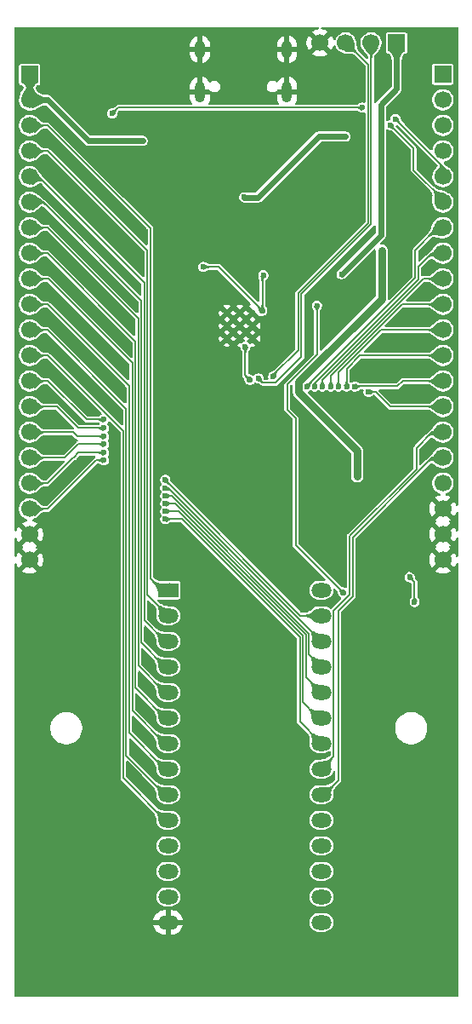
<source format=gbr>
G04 #@! TF.GenerationSoftware,KiCad,Pcbnew,9.0.2-2.fc42*
G04 #@! TF.CreationDate,2025-07-11T00:05:55+03:00*
G04 #@! TF.ProjectId,eeprom-programmer,65657072-6f6d-42d7-9072-6f6772616d6d,0.1*
G04 #@! TF.SameCoordinates,Original*
G04 #@! TF.FileFunction,Copper,L2,Bot*
G04 #@! TF.FilePolarity,Positive*
%FSLAX46Y46*%
G04 Gerber Fmt 4.6, Leading zero omitted, Abs format (unit mm)*
G04 Created by KiCad (PCBNEW 9.0.2-2.fc42) date 2025-07-11 00:05:55*
%MOMM*%
%LPD*%
G01*
G04 APERTURE LIST*
G04 #@! TA.AperFunction,ComponentPad*
%ADD10R,2.000000X1.440000*%
G04 #@! TD*
G04 #@! TA.AperFunction,ComponentPad*
%ADD11O,2.000000X1.440000*%
G04 #@! TD*
G04 #@! TA.AperFunction,ComponentPad*
%ADD12C,0.600000*%
G04 #@! TD*
G04 #@! TA.AperFunction,HeatsinkPad*
%ADD13O,1.000000X2.100000*%
G04 #@! TD*
G04 #@! TA.AperFunction,HeatsinkPad*
%ADD14O,1.000000X1.800000*%
G04 #@! TD*
G04 #@! TA.AperFunction,ComponentPad*
%ADD15R,1.700000X1.700000*%
G04 #@! TD*
G04 #@! TA.AperFunction,ComponentPad*
%ADD16C,1.700000*%
G04 #@! TD*
G04 #@! TA.AperFunction,ViaPad*
%ADD17C,0.600000*%
G04 #@! TD*
G04 #@! TA.AperFunction,Conductor*
%ADD18C,0.300000*%
G04 #@! TD*
G04 #@! TA.AperFunction,Conductor*
%ADD19C,0.150000*%
G04 #@! TD*
G04 #@! TA.AperFunction,Conductor*
%ADD20C,0.200000*%
G04 #@! TD*
G04 #@! TA.AperFunction,Conductor*
%ADD21C,0.600000*%
G04 #@! TD*
G04 #@! TA.AperFunction,Conductor*
%ADD22C,0.800000*%
G04 #@! TD*
G04 APERTURE END LIST*
D10*
X147385000Y-96859796D03*
D11*
X147385000Y-99399796D03*
X147385000Y-101939796D03*
X147385000Y-104479796D03*
X147385000Y-107019796D03*
X147385000Y-109559796D03*
X147385000Y-112099796D03*
X147385000Y-114639796D03*
X147385000Y-117179796D03*
X147385000Y-119719796D03*
X147385000Y-122259796D03*
X147385000Y-124799796D03*
X147385000Y-127339796D03*
X147385000Y-129879796D03*
X162625000Y-129879796D03*
X162625000Y-127339796D03*
X162625000Y-124799796D03*
X162625000Y-122259796D03*
X162625000Y-119719796D03*
X162625000Y-117179796D03*
X162625000Y-114639796D03*
X162625000Y-112099796D03*
X162625000Y-109559796D03*
X162625000Y-107019796D03*
X162625000Y-104479796D03*
X162625000Y-101939796D03*
X162625000Y-99399796D03*
X162625000Y-96859796D03*
D12*
X153227500Y-69312296D03*
X153227500Y-70587296D03*
X153227500Y-71862296D03*
X154502500Y-69312296D03*
X154502500Y-70587296D03*
X154502500Y-71862296D03*
X155777500Y-69312296D03*
X155777500Y-70587296D03*
X155777500Y-71862296D03*
D13*
X159202500Y-47325000D03*
D14*
X159202500Y-43145000D03*
D13*
X150562500Y-47325000D03*
D14*
X150562500Y-43145000D03*
D15*
X170132500Y-42470000D03*
D16*
X167592500Y-42470000D03*
X165052500Y-42470000D03*
X162512500Y-42470000D03*
D15*
X174732500Y-45590000D03*
D16*
X174732500Y-48130000D03*
X174732500Y-50670000D03*
X174732500Y-53210000D03*
X174732500Y-55750000D03*
X174732500Y-58290000D03*
X174732500Y-60830000D03*
X174732500Y-63370000D03*
X174732500Y-65910000D03*
X174732500Y-68450000D03*
X174732500Y-70990000D03*
X174732500Y-73530000D03*
X174732500Y-76070000D03*
X174732500Y-78610000D03*
X174732500Y-81150000D03*
X174732500Y-83690000D03*
X174732500Y-86230000D03*
X174732500Y-88770000D03*
X174732500Y-91310000D03*
X174732500Y-93850000D03*
D15*
X133592500Y-45609796D03*
D16*
X133592500Y-48149796D03*
X133592500Y-50689796D03*
X133592500Y-53229796D03*
X133592500Y-55769796D03*
X133592500Y-58309796D03*
X133592500Y-60849796D03*
X133592500Y-63389796D03*
X133592500Y-65929796D03*
X133592500Y-68469796D03*
X133592500Y-71009796D03*
X133592500Y-73549796D03*
X133592500Y-76089796D03*
X133592500Y-78629796D03*
X133592500Y-81169796D03*
X133592500Y-83709796D03*
X133592500Y-86249796D03*
X133592500Y-88789796D03*
X133592500Y-91329796D03*
X133592500Y-93869796D03*
D17*
X169862500Y-75910000D03*
X160250000Y-79124476D03*
X163402578Y-71735000D03*
X137252500Y-106270000D03*
X143012500Y-55860000D03*
X173837500Y-42435000D03*
X159512500Y-57835000D03*
X171702500Y-106440000D03*
X146237500Y-67290000D03*
X163232500Y-66740000D03*
X148412500Y-84610000D03*
X148437500Y-76910000D03*
X154932500Y-106740000D03*
X161012500Y-88335000D03*
X165737500Y-75810001D03*
X146237500Y-71960000D03*
X148962500Y-53435000D03*
X154437500Y-42260000D03*
X132912500Y-41760000D03*
X144862500Y-52209796D03*
X164652500Y-65469796D03*
X155062500Y-72659796D03*
X156862500Y-65559796D03*
X150862500Y-64735786D03*
X156762500Y-69109796D03*
X155525121Y-75972175D03*
X140982500Y-83970000D03*
X147087500Y-89809796D03*
X147087500Y-89009796D03*
X140987500Y-83209796D03*
X147087500Y-88259796D03*
X140987500Y-82359796D03*
X140987500Y-81584796D03*
X147087500Y-87484796D03*
X147087500Y-86709796D03*
X140987500Y-80759796D03*
X140987500Y-79909796D03*
X147087500Y-85884796D03*
X164812500Y-97129796D03*
X162192500Y-68589796D03*
X170012500Y-50027597D03*
X169487500Y-50635000D03*
X161225000Y-76629796D03*
X161975000Y-76629796D03*
X162725000Y-76629796D03*
X163575000Y-76629796D03*
X164325000Y-76629796D03*
X165149660Y-76629796D03*
X165966285Y-76629796D03*
X167325000Y-77159796D03*
X157834316Y-75634796D03*
X156362500Y-75809796D03*
X166733710Y-48909796D03*
X166200001Y-85572295D03*
X168637500Y-63109796D03*
X141812500Y-49490000D03*
X171412500Y-95559796D03*
X171912500Y-98059796D03*
X154942500Y-57810000D03*
X165042500Y-51779796D03*
D18*
X146237500Y-74710000D02*
X148437500Y-76910000D01*
D19*
X160837500Y-88260000D02*
X160937500Y-88260000D01*
D20*
X134642500Y-92379796D02*
X134642500Y-92819796D01*
D18*
X148412500Y-76935000D02*
X148437500Y-76910000D01*
D20*
X133592500Y-91329796D02*
X134642500Y-92379796D01*
X134642500Y-92819796D02*
X133592500Y-93869796D01*
D18*
X146237500Y-71960000D02*
X146237500Y-67290000D01*
D19*
X160937500Y-88260000D02*
X161012500Y-88335000D01*
D18*
X146237500Y-71960000D02*
X146237500Y-74710000D01*
X148412500Y-84610000D02*
X148412500Y-76935000D01*
D21*
X170137500Y-47035000D02*
X168562500Y-48610000D01*
X170137500Y-42475000D02*
X170137500Y-47035000D01*
X168562500Y-61560000D02*
X164652500Y-65470000D01*
X133592500Y-48149796D02*
X133592500Y-45609796D01*
X135424796Y-48149796D02*
X133592500Y-48149796D01*
X170132500Y-42470000D02*
X170137500Y-42475000D01*
X168562500Y-48610000D02*
X168562500Y-61560000D01*
X144862500Y-52210000D02*
X139485000Y-52210000D01*
X139485000Y-52210000D02*
X135424796Y-48149796D01*
D20*
X156862500Y-65560000D02*
X156762500Y-65660000D01*
X156762500Y-65660000D02*
X156762500Y-69110000D01*
X152388490Y-64735786D02*
X156762500Y-69109796D01*
X155062500Y-75509758D02*
X155062500Y-72660000D01*
X150862500Y-64735786D02*
X152388490Y-64735786D01*
X155525121Y-75972379D02*
X155062500Y-75509758D01*
D19*
X148737500Y-89810000D02*
X146987500Y-89810000D01*
X162625000Y-112100000D02*
X160487500Y-109962500D01*
X160487500Y-109962500D02*
X160487500Y-101560000D01*
X135372704Y-88789796D02*
X133592500Y-88789796D01*
X140192500Y-83970000D02*
X135372704Y-88789796D01*
X140982500Y-83970000D02*
X140192500Y-83970000D01*
X160487500Y-101560000D02*
X148737500Y-89810000D01*
X148386144Y-89010000D02*
X147087500Y-89010000D01*
X162625000Y-109560000D02*
X162345000Y-109560000D01*
X135353236Y-86249796D02*
X137933032Y-83670000D01*
X138465000Y-83210000D02*
X141037500Y-83210000D01*
X160787500Y-108002500D02*
X160787500Y-101411356D01*
X162345000Y-109560000D02*
X160787500Y-108002500D01*
X137933032Y-83670000D02*
X138005000Y-83670000D01*
X133592500Y-86249796D02*
X135353236Y-86249796D01*
X160787500Y-101411356D02*
X148386144Y-89010000D01*
X138005000Y-83670000D02*
X138465000Y-83210000D01*
X141012500Y-82360000D02*
X138412500Y-82360000D01*
X135424796Y-83709796D02*
X133592500Y-83709796D01*
X148061822Y-88260000D02*
X147062500Y-88260000D01*
X162625000Y-107020000D02*
X162597500Y-107020000D01*
X161098000Y-101296178D02*
X148061822Y-88260000D01*
X161098000Y-105520500D02*
X161098000Y-101296178D01*
X137062500Y-83710000D02*
X135425000Y-83710000D01*
X162597500Y-107020000D02*
X161098000Y-105520500D01*
X138412500Y-82360000D02*
X137062500Y-83710000D01*
X135425000Y-83710000D02*
X135424796Y-83709796D01*
X137897500Y-81170000D02*
X135425000Y-81170000D01*
X161399000Y-103254000D02*
X161399000Y-101171500D01*
X135425000Y-81170000D02*
X135424796Y-81169796D01*
X138312500Y-81585000D02*
X137897500Y-81170000D01*
X147712500Y-87485000D02*
X147062500Y-87485000D01*
X161399000Y-101171500D02*
X147712500Y-87485000D01*
X141012500Y-81585000D02*
X138312500Y-81585000D01*
X135424796Y-81169796D02*
X133592500Y-81169796D01*
X162625000Y-104480000D02*
X161399000Y-103254000D01*
X138462500Y-80760000D02*
X136332500Y-78630000D01*
X162625000Y-101940000D02*
X147395000Y-86710000D01*
X135424796Y-78629796D02*
X133592500Y-78629796D01*
X141012500Y-80760000D02*
X138462500Y-80760000D01*
X135425000Y-78630000D02*
X135424796Y-78629796D01*
X136332500Y-78630000D02*
X135425000Y-78630000D01*
X147395000Y-86710000D02*
X147062500Y-86710000D01*
X140987500Y-79910000D02*
X139245000Y-79910000D01*
X139245000Y-79910000D02*
X135424796Y-76089796D01*
X135424796Y-76089796D02*
X133592500Y-76089796D01*
X162625000Y-99400000D02*
X160552500Y-99400000D01*
X162625000Y-99400000D02*
X162392500Y-99400000D01*
X162392500Y-99400000D02*
X162152500Y-99160000D01*
X160552500Y-99400000D02*
X147037500Y-85885000D01*
X147385000Y-119720000D02*
X147105000Y-119720000D01*
X142912500Y-81037500D02*
X135424796Y-73549796D01*
X147105000Y-119720000D02*
X142912500Y-115527500D01*
X142912500Y-115527500D02*
X142912500Y-81037500D01*
X135424796Y-73549796D02*
X133592500Y-73549796D01*
X143212500Y-78820000D02*
X135402296Y-71009796D01*
X135402296Y-71009796D02*
X133592500Y-71009796D01*
X147385000Y-117180000D02*
X147105000Y-117180000D01*
X147105000Y-117180000D02*
X143212500Y-113287500D01*
X143212500Y-113287500D02*
X143212500Y-78820000D01*
X143512500Y-76560000D02*
X135422296Y-68469796D01*
X147105000Y-114640000D02*
X143512500Y-111047500D01*
X143512500Y-111047500D02*
X143512500Y-76560000D01*
X147385000Y-114640000D02*
X147105000Y-114640000D01*
X135422296Y-68469796D02*
X133592500Y-68469796D01*
X147105000Y-112100000D02*
X143812500Y-108807500D01*
X143812500Y-74300000D02*
X135442296Y-65929796D01*
X147385000Y-112100000D02*
X147105000Y-112100000D01*
X143812500Y-108807500D02*
X143812500Y-74300000D01*
X135442296Y-65929796D02*
X133592500Y-65929796D01*
X144112500Y-106567500D02*
X144112500Y-72130000D01*
X147105000Y-109560000D02*
X144112500Y-106567500D01*
X147385000Y-109560000D02*
X147105000Y-109560000D01*
X135372296Y-63389796D02*
X133592500Y-63389796D01*
X144112500Y-72130000D02*
X135372296Y-63389796D01*
X144412500Y-104327500D02*
X144412500Y-69840000D01*
X144412500Y-69840000D02*
X135422296Y-60849796D01*
X135422296Y-60849796D02*
X133592500Y-60849796D01*
X147385000Y-107020000D02*
X147105000Y-107020000D01*
X147105000Y-107020000D02*
X144412500Y-104327500D01*
X147105000Y-104480000D02*
X144712500Y-102087500D01*
X144712500Y-68100000D02*
X134922296Y-58309796D01*
X144712500Y-102087500D02*
X144712500Y-68100000D01*
X134922296Y-58309796D02*
X133592500Y-58309796D01*
X147385000Y-104480000D02*
X147105000Y-104480000D01*
X147105000Y-101940000D02*
X145012500Y-99847500D01*
X145012500Y-99847500D02*
X145012500Y-66290000D01*
X134492296Y-55769796D02*
X133592500Y-55769796D01*
X147385000Y-101940000D02*
X147105000Y-101940000D01*
X145012500Y-66290000D02*
X134492296Y-55769796D01*
X147385000Y-99400000D02*
X145312500Y-97327500D01*
X145312500Y-97327500D02*
X145312500Y-63117500D01*
X135424796Y-53229796D02*
X133592500Y-53229796D01*
X145312500Y-63117500D02*
X135424796Y-53229796D01*
X145612500Y-60877500D02*
X135424796Y-50689796D01*
X135424796Y-50689796D02*
X133592500Y-50689796D01*
X145612500Y-95685000D02*
X145612500Y-60877500D01*
X146787500Y-96860000D02*
X145612500Y-95685000D01*
X147385000Y-96860000D02*
X146787500Y-96860000D01*
X162192500Y-68590000D02*
X162192500Y-73476116D01*
X160072500Y-92390000D02*
X164812500Y-97130000D01*
X162192500Y-73476116D02*
X159237500Y-76431116D01*
X160072500Y-79749476D02*
X160072500Y-92390000D01*
X159237500Y-78914476D02*
X160072500Y-79749476D01*
X159237500Y-76431116D02*
X159237500Y-78914476D01*
X170030097Y-50027597D02*
X170012500Y-50027597D01*
X174972500Y-55750000D02*
X175112500Y-55610000D01*
X174732500Y-55750000D02*
X174972500Y-55750000D01*
X175112500Y-55610000D02*
X175112500Y-55110000D01*
X175112500Y-55110000D02*
X170030097Y-50027597D01*
X171812500Y-52960000D02*
X169487500Y-50635000D01*
X174882500Y-58190000D02*
X174882500Y-58180000D01*
X174782500Y-58290000D02*
X174882500Y-58190000D01*
X171812500Y-55110000D02*
X171812500Y-52960000D01*
X174882500Y-58180000D02*
X171812500Y-55110000D01*
X174732500Y-58290000D02*
X174782500Y-58290000D01*
X171982500Y-65852500D02*
X171982500Y-63070000D01*
X161225000Y-76610000D02*
X171982500Y-65852500D01*
X171982500Y-63070000D02*
X174202500Y-60850000D01*
X174712500Y-60850000D02*
X174732500Y-60830000D01*
X174202500Y-60850000D02*
X174712500Y-60850000D01*
X172282500Y-65990000D02*
X172282500Y-64752500D01*
X174712500Y-63390000D02*
X174732500Y-63370000D01*
X161975000Y-76610000D02*
X161975000Y-76297500D01*
X161975000Y-76297500D02*
X172282500Y-65990000D01*
X173645000Y-63390000D02*
X174712500Y-63390000D01*
X172282500Y-64752500D02*
X173645000Y-63390000D01*
X174732500Y-65910000D02*
X174712500Y-65930000D01*
X172767560Y-65930000D02*
X162725000Y-75972560D01*
X174712500Y-65930000D02*
X172767560Y-65930000D01*
X162725000Y-75972560D02*
X162725000Y-76610000D01*
X163575000Y-75546824D02*
X163575000Y-76610000D01*
X170651824Y-68470000D02*
X163575000Y-75546824D01*
X174712500Y-68470000D02*
X170651824Y-68470000D01*
X174732500Y-68450000D02*
X174712500Y-68470000D01*
X174712500Y-71010000D02*
X168537500Y-71010000D01*
X168537500Y-71010000D02*
X164325000Y-75222500D01*
X174732500Y-70990000D02*
X174712500Y-71010000D01*
X164325000Y-75222500D02*
X164325000Y-76610000D01*
X174732500Y-73530000D02*
X174712500Y-73550000D01*
X174712500Y-73550000D02*
X166447500Y-73550000D01*
X165149660Y-74847840D02*
X165149660Y-76630000D01*
X166447500Y-73550000D02*
X165149660Y-74847840D01*
X170732500Y-76090000D02*
X170212500Y-76610000D01*
X174732500Y-76070000D02*
X174712500Y-76090000D01*
X165978450Y-76610000D02*
X165966285Y-76597835D01*
X174712500Y-76090000D02*
X170732500Y-76090000D01*
X170212500Y-76610000D02*
X165978450Y-76610000D01*
X168028616Y-77160000D02*
X169498616Y-78630000D01*
X169498616Y-78630000D02*
X174712500Y-78630000D01*
X167325000Y-77160000D02*
X168028616Y-77160000D01*
X174712500Y-78630000D02*
X174732500Y-78610000D01*
X172087500Y-84841822D02*
X165436500Y-91492822D01*
X172087500Y-82727500D02*
X172087500Y-84841822D01*
X173645000Y-81170000D02*
X172087500Y-82727500D01*
X163851000Y-98885384D02*
X163851000Y-113414000D01*
X163851000Y-113414000D02*
X162625000Y-114640000D01*
X165436500Y-97299884D02*
X163851000Y-98885384D01*
X174712500Y-81170000D02*
X173645000Y-81170000D01*
X165436500Y-91492822D02*
X165436500Y-97299884D01*
X174732500Y-81150000D02*
X174712500Y-81170000D01*
X165737500Y-97513148D02*
X165737500Y-91617500D01*
X165737500Y-91617500D02*
X173645000Y-83710000D01*
X164312500Y-98938148D02*
X165737500Y-97513148D01*
X164312500Y-115772500D02*
X164312500Y-98938148D01*
X162625000Y-117180000D02*
X162905000Y-117180000D01*
X174712500Y-83710000D02*
X174732500Y-83690000D01*
X162905000Y-117180000D02*
X164312500Y-115772500D01*
X173645000Y-83710000D02*
X174712500Y-83710000D01*
X165052500Y-42470000D02*
X165142500Y-42470000D01*
X167297500Y-44625000D02*
X167297500Y-60375000D01*
X160337500Y-67335000D02*
X160337500Y-72985702D01*
X167297500Y-60375000D02*
X160337500Y-67335000D01*
X165142500Y-42470000D02*
X167297500Y-44625000D01*
X160337500Y-72985702D02*
X157834316Y-75488886D01*
X158093200Y-76259796D02*
X160637500Y-73715496D01*
X167597500Y-60505000D02*
X167597500Y-42475000D01*
X167597500Y-42475000D02*
X167592500Y-42470000D01*
X156362500Y-75810000D02*
X156812296Y-76259796D01*
X160637500Y-67465000D02*
X167597500Y-60505000D01*
X156812296Y-76259796D02*
X158093200Y-76259796D01*
X160637500Y-73715496D02*
X160637500Y-67465000D01*
D22*
X160374000Y-76178500D02*
X160374000Y-77196500D01*
X168637500Y-67915000D02*
X160374000Y-76178500D01*
D19*
X142392500Y-48910000D02*
X141812500Y-49490000D01*
D22*
X160374000Y-77196500D02*
X166212500Y-83035000D01*
X168637500Y-63110000D02*
X168637500Y-67915000D01*
X166212500Y-83035000D02*
X166212500Y-85559796D01*
X166212500Y-85559796D02*
X166200001Y-85572295D01*
D19*
X166733710Y-48910000D02*
X142392500Y-48910000D01*
X171912500Y-96060000D02*
X171912500Y-98060000D01*
X171412500Y-95560000D02*
X171912500Y-96060000D01*
D21*
X154972500Y-57840000D02*
X156313972Y-57840000D01*
X162373972Y-51780000D02*
X165042500Y-51780000D01*
X154942500Y-57810000D02*
X154972500Y-57840000D01*
X156313972Y-57840000D02*
X162373972Y-51780000D01*
G04 #@! TA.AperFunction,Conductor*
G36*
X162378301Y-40905185D02*
G01*
X162424056Y-40957989D01*
X162434000Y-41027147D01*
X162404975Y-41090703D01*
X162346197Y-41128477D01*
X162330660Y-41131973D01*
X162196372Y-41153242D01*
X162196369Y-41153242D01*
X161994282Y-41218904D01*
X161804939Y-41315380D01*
X161750782Y-41354727D01*
X161750782Y-41354728D01*
X162383091Y-41987037D01*
X162319507Y-42004075D01*
X162205493Y-42069901D01*
X162112401Y-42162993D01*
X162046575Y-42277007D01*
X162029537Y-42340591D01*
X161397228Y-41708282D01*
X161397227Y-41708282D01*
X161357880Y-41762439D01*
X161261404Y-41951782D01*
X161195742Y-42153869D01*
X161195742Y-42153872D01*
X161162500Y-42363753D01*
X161162500Y-42576246D01*
X161195742Y-42786127D01*
X161195742Y-42786130D01*
X161261404Y-42988217D01*
X161357875Y-43177550D01*
X161397228Y-43231716D01*
X162029537Y-42599408D01*
X162046575Y-42662993D01*
X162112401Y-42777007D01*
X162205493Y-42870099D01*
X162319507Y-42935925D01*
X162383090Y-42952962D01*
X161750782Y-43585269D01*
X161750782Y-43585270D01*
X161804949Y-43624624D01*
X161994282Y-43721095D01*
X162196370Y-43786757D01*
X162406254Y-43820000D01*
X162618746Y-43820000D01*
X162828627Y-43786757D01*
X162828630Y-43786757D01*
X163030717Y-43721095D01*
X163220054Y-43624622D01*
X163274216Y-43585270D01*
X163274217Y-43585270D01*
X162641908Y-42952962D01*
X162705493Y-42935925D01*
X162819507Y-42870099D01*
X162912599Y-42777007D01*
X162978425Y-42662993D01*
X162995462Y-42599409D01*
X163627770Y-43231717D01*
X163627770Y-43231716D01*
X163667122Y-43177554D01*
X163763595Y-42988217D01*
X163820843Y-42812026D01*
X163860280Y-42754351D01*
X163924639Y-42727152D01*
X163993485Y-42739066D01*
X164044961Y-42786310D01*
X164053335Y-42802891D01*
X164121558Y-42967596D01*
X164236524Y-43139657D01*
X164382842Y-43285975D01*
X164382845Y-43285977D01*
X164554902Y-43400941D01*
X164746080Y-43480130D01*
X164843927Y-43499592D01*
X164870924Y-43508937D01*
X164935876Y-43517882D01*
X164949035Y-43520500D01*
X164949041Y-43520500D01*
X164955092Y-43521097D01*
X164963302Y-43521659D01*
X165000289Y-43526754D01*
X165135564Y-43545385D01*
X165135569Y-43545385D01*
X165135587Y-43545388D01*
X165147144Y-43546648D01*
X165147936Y-43546711D01*
X165148446Y-43546753D01*
X165154110Y-43547050D01*
X165159820Y-43547351D01*
X165443603Y-43554410D01*
X165444653Y-43554423D01*
X165444705Y-43554436D01*
X165622819Y-43557961D01*
X165622820Y-43557962D01*
X165622822Y-43557962D01*
X165635827Y-43558908D01*
X165689647Y-43565686D01*
X165704579Y-43568505D01*
X165752552Y-43580648D01*
X165769353Y-43586203D01*
X165818615Y-43606498D01*
X165834154Y-43614215D01*
X165894241Y-43649498D01*
X165906633Y-43657818D01*
X165982993Y-43716058D01*
X165992029Y-43723658D01*
X166087121Y-43811704D01*
X166095278Y-43816820D01*
X166117067Y-43834183D01*
X166985681Y-44702796D01*
X167019166Y-44764119D01*
X167022000Y-44790477D01*
X167022000Y-48307287D01*
X167002315Y-48374326D01*
X166949511Y-48420081D01*
X166880353Y-48430025D01*
X166865908Y-48427062D01*
X166799603Y-48409296D01*
X166799602Y-48409296D01*
X166667818Y-48409296D01*
X166667816Y-48409296D01*
X166667810Y-48409297D01*
X166645537Y-48415265D01*
X166620725Y-48419276D01*
X166611381Y-48419825D01*
X166611373Y-48419826D01*
X166548011Y-48436344D01*
X166538507Y-48439158D01*
X166535065Y-48440178D01*
X166535059Y-48440179D01*
X166535042Y-48440185D01*
X166533644Y-48440649D01*
X166521246Y-48445214D01*
X166462275Y-48469103D01*
X166462262Y-48469108D01*
X166462257Y-48469111D01*
X166450782Y-48474387D01*
X166445036Y-48477030D01*
X166443123Y-48478019D01*
X166443113Y-48478024D01*
X166426600Y-48487558D01*
X166327191Y-48551292D01*
X166319624Y-48556384D01*
X166318793Y-48556971D01*
X166311394Y-48562444D01*
X166301065Y-48570446D01*
X166298905Y-48572081D01*
X166268757Y-48594397D01*
X166254648Y-48603433D01*
X166247284Y-48607475D01*
X166222711Y-48617704D01*
X166214733Y-48620058D01*
X166189727Y-48624716D01*
X166133517Y-48629303D01*
X166133513Y-48629303D01*
X166133510Y-48629304D01*
X166129284Y-48630416D01*
X166097724Y-48634500D01*
X160129697Y-48634500D01*
X160062658Y-48614815D01*
X160016903Y-48562011D01*
X160006959Y-48492853D01*
X160026595Y-48441609D01*
X160088685Y-48348684D01*
X160088692Y-48348671D01*
X160164069Y-48166693D01*
X160164072Y-48166681D01*
X160202499Y-47973495D01*
X160202500Y-47973492D01*
X160202500Y-47575000D01*
X159502500Y-47575000D01*
X159502500Y-47075000D01*
X160202500Y-47075000D01*
X160202500Y-46676508D01*
X160202499Y-46676504D01*
X160164072Y-46483318D01*
X160164069Y-46483306D01*
X160088692Y-46301328D01*
X160088685Y-46301315D01*
X159979251Y-46137537D01*
X159979248Y-46137533D01*
X159839966Y-45998251D01*
X159839962Y-45998248D01*
X159676184Y-45888814D01*
X159676171Y-45888807D01*
X159494191Y-45813429D01*
X159494183Y-45813427D01*
X159452500Y-45805135D01*
X159452500Y-46608011D01*
X159442560Y-46590795D01*
X159386705Y-46534940D01*
X159318296Y-46495444D01*
X159241996Y-46475000D01*
X159163004Y-46475000D01*
X159086704Y-46495444D01*
X159018295Y-46534940D01*
X158962440Y-46590795D01*
X158952500Y-46608011D01*
X158952500Y-45805136D01*
X158952499Y-45805135D01*
X158910816Y-45813427D01*
X158910808Y-45813429D01*
X158728828Y-45888807D01*
X158728815Y-45888814D01*
X158565037Y-45998248D01*
X158565033Y-45998251D01*
X158425751Y-46137533D01*
X158425748Y-46137537D01*
X158316314Y-46301315D01*
X158316309Y-46301324D01*
X158312366Y-46310845D01*
X158268523Y-46365247D01*
X158202228Y-46387310D01*
X158134530Y-46370029D01*
X158129097Y-46366351D01*
X157994636Y-46288719D01*
X157921450Y-46269109D01*
X157848266Y-46249500D01*
X157696734Y-46249500D01*
X157550363Y-46288719D01*
X157419135Y-46364485D01*
X157419132Y-46364487D01*
X157311987Y-46471632D01*
X157311985Y-46471635D01*
X157236219Y-46602863D01*
X157197000Y-46749234D01*
X157197000Y-46900765D01*
X157236219Y-47047136D01*
X157267256Y-47100892D01*
X157311985Y-47178365D01*
X157419135Y-47285515D01*
X157550365Y-47361281D01*
X157696734Y-47400500D01*
X157696736Y-47400500D01*
X157848264Y-47400500D01*
X157848266Y-47400500D01*
X157994635Y-47361281D01*
X158125865Y-47285515D01*
X158233015Y-47178365D01*
X158256897Y-47136999D01*
X158307464Y-47088784D01*
X158364284Y-47075000D01*
X158902500Y-47075000D01*
X158902500Y-47575000D01*
X158202500Y-47575000D01*
X158202500Y-47973495D01*
X158240927Y-48166681D01*
X158240930Y-48166693D01*
X158316307Y-48348671D01*
X158316314Y-48348684D01*
X158378405Y-48441609D01*
X158399283Y-48508287D01*
X158380798Y-48575667D01*
X158328820Y-48622357D01*
X158275303Y-48634500D01*
X151489697Y-48634500D01*
X151422658Y-48614815D01*
X151376903Y-48562011D01*
X151366959Y-48492853D01*
X151386595Y-48441609D01*
X151448685Y-48348684D01*
X151448692Y-48348671D01*
X151524069Y-48166693D01*
X151524072Y-48166681D01*
X151562499Y-47973495D01*
X151562500Y-47973492D01*
X151562500Y-47575000D01*
X150862500Y-47575000D01*
X150862500Y-47075000D01*
X151400716Y-47075000D01*
X151467755Y-47094685D01*
X151508102Y-47136999D01*
X151531985Y-47178365D01*
X151639135Y-47285515D01*
X151770365Y-47361281D01*
X151916734Y-47400500D01*
X151916736Y-47400500D01*
X152068264Y-47400500D01*
X152068266Y-47400500D01*
X152214635Y-47361281D01*
X152345865Y-47285515D01*
X152453015Y-47178365D01*
X152528781Y-47047135D01*
X152568000Y-46900766D01*
X152568000Y-46749234D01*
X152528781Y-46602865D01*
X152453015Y-46471635D01*
X152345865Y-46364485D01*
X152275906Y-46324094D01*
X152214636Y-46288719D01*
X152141450Y-46269109D01*
X152068266Y-46249500D01*
X151916734Y-46249500D01*
X151770363Y-46288719D01*
X151678928Y-46341510D01*
X151639135Y-46364485D01*
X151639133Y-46364486D01*
X151632097Y-46368549D01*
X151630827Y-46366349D01*
X151577495Y-46386960D01*
X151509052Y-46372914D01*
X151459068Y-46324094D01*
X151452631Y-46310838D01*
X151448692Y-46301328D01*
X151448685Y-46301315D01*
X151339251Y-46137537D01*
X151339248Y-46137533D01*
X151199966Y-45998251D01*
X151199962Y-45998248D01*
X151036184Y-45888814D01*
X151036171Y-45888807D01*
X150854191Y-45813429D01*
X150854183Y-45813427D01*
X150812500Y-45805135D01*
X150812500Y-46608011D01*
X150802560Y-46590795D01*
X150746705Y-46534940D01*
X150678296Y-46495444D01*
X150601996Y-46475000D01*
X150523004Y-46475000D01*
X150446704Y-46495444D01*
X150378295Y-46534940D01*
X150322440Y-46590795D01*
X150312500Y-46608011D01*
X150312500Y-45805136D01*
X150312499Y-45805135D01*
X150270816Y-45813427D01*
X150270808Y-45813429D01*
X150088828Y-45888807D01*
X150088815Y-45888814D01*
X149925037Y-45998248D01*
X149925033Y-45998251D01*
X149785751Y-46137533D01*
X149785748Y-46137537D01*
X149676314Y-46301315D01*
X149676307Y-46301328D01*
X149600930Y-46483306D01*
X149600927Y-46483318D01*
X149562500Y-46676504D01*
X149562500Y-47075000D01*
X150262500Y-47075000D01*
X150262500Y-47575000D01*
X149562500Y-47575000D01*
X149562500Y-47973495D01*
X149600927Y-48166681D01*
X149600930Y-48166693D01*
X149676307Y-48348671D01*
X149676314Y-48348684D01*
X149738405Y-48441609D01*
X149759283Y-48508287D01*
X149740798Y-48575667D01*
X149688820Y-48622357D01*
X149635303Y-48634500D01*
X142337699Y-48634500D01*
X142236442Y-48676443D01*
X142064405Y-48848479D01*
X142054621Y-48857275D01*
X142047352Y-48863143D01*
X142035088Y-48870313D01*
X142000525Y-48900952D01*
X141998283Y-48902763D01*
X141991779Y-48905464D01*
X141961512Y-48923266D01*
X141931049Y-48933975D01*
X141908218Y-48939636D01*
X141877732Y-48944181D01*
X141873392Y-48944875D01*
X141873068Y-48944930D01*
X141869133Y-48945641D01*
X141753812Y-48967586D01*
X141753805Y-48967587D01*
X141735615Y-48971915D01*
X141735600Y-48971919D01*
X141733537Y-48972511D01*
X141715711Y-48978518D01*
X141715691Y-48978526D01*
X141649675Y-49004197D01*
X141635442Y-49010359D01*
X141633869Y-49011112D01*
X141620214Y-49018287D01*
X141554262Y-49056166D01*
X141548370Y-49059683D01*
X141547704Y-49060097D01*
X141547699Y-49060101D01*
X141546029Y-49061710D01*
X141522017Y-49079781D01*
X141505186Y-49089499D01*
X141412000Y-49182686D01*
X141346108Y-49296812D01*
X141315701Y-49410296D01*
X141312000Y-49424108D01*
X141312000Y-49555892D01*
X141321052Y-49589675D01*
X141346108Y-49683187D01*
X141367524Y-49720280D01*
X141412000Y-49797314D01*
X141505186Y-49890500D01*
X141619314Y-49956392D01*
X141746608Y-49990500D01*
X141746610Y-49990500D01*
X141878390Y-49990500D01*
X141878392Y-49990500D01*
X142005686Y-49956392D01*
X142119814Y-49890500D01*
X142213000Y-49797314D01*
X142224534Y-49777334D01*
X142239251Y-49756944D01*
X142245463Y-49749959D01*
X142278606Y-49693443D01*
X142284981Y-49681714D01*
X142285662Y-49680358D01*
X142291250Y-49668271D01*
X142316083Y-49609634D01*
X142322700Y-49591736D01*
X142323355Y-49589675D01*
X142328253Y-49571385D01*
X142353510Y-49456028D01*
X142355256Y-49447111D01*
X142355433Y-49446088D01*
X142356794Y-49437028D01*
X142358415Y-49424297D01*
X142358789Y-49421600D01*
X142361246Y-49405203D01*
X142364359Y-49384432D01*
X142367948Y-49368099D01*
X142370310Y-49360002D01*
X142380449Y-49335429D01*
X142384465Y-49328055D01*
X142398838Y-49307108D01*
X142435373Y-49264091D01*
X142437574Y-49260315D01*
X142457005Y-49235110D01*
X142470296Y-49221819D01*
X142531619Y-49188334D01*
X142557977Y-49185500D01*
X166101971Y-49185500D01*
X166133418Y-49189554D01*
X166136360Y-49190325D01*
X166138134Y-49190790D01*
X166138135Y-49190790D01*
X166138138Y-49190791D01*
X166181487Y-49193397D01*
X166189172Y-49195388D01*
X166193990Y-49194788D01*
X166227662Y-49205365D01*
X166256885Y-49219379D01*
X166277009Y-49231497D01*
X166301774Y-49249816D01*
X166304996Y-49252150D01*
X166305064Y-49252199D01*
X166305446Y-49252470D01*
X166308849Y-49254833D01*
X166370625Y-49296812D01*
X166405918Y-49320795D01*
X166415162Y-49326477D01*
X166421903Y-49330621D01*
X166423764Y-49331651D01*
X166440562Y-49339971D01*
X166440569Y-49339974D01*
X166440577Y-49339978D01*
X166505375Y-49368469D01*
X166505384Y-49368472D01*
X166505401Y-49368480D01*
X166519665Y-49374126D01*
X166519681Y-49374131D01*
X166519687Y-49374134D01*
X166520401Y-49374386D01*
X166521321Y-49374711D01*
X166536153Y-49379328D01*
X166609518Y-49399157D01*
X166615932Y-49400780D01*
X166616665Y-49400953D01*
X166619096Y-49400999D01*
X166648806Y-49405201D01*
X166667818Y-49410296D01*
X166667820Y-49410296D01*
X166799599Y-49410296D01*
X166799602Y-49410296D01*
X166865909Y-49392529D01*
X166935756Y-49394192D01*
X166993619Y-49433354D01*
X167021123Y-49497582D01*
X167022000Y-49512304D01*
X167022000Y-60209522D01*
X167002315Y-60276561D01*
X166985681Y-60297203D01*
X160181442Y-67101443D01*
X160103944Y-67178940D01*
X160062000Y-67280199D01*
X160062000Y-72820224D01*
X160042315Y-72887263D01*
X160025681Y-72907905D01*
X157997857Y-74935728D01*
X157990798Y-74942260D01*
X157983162Y-74948793D01*
X157968236Y-74957867D01*
X157908491Y-75012693D01*
X157906850Y-75014098D01*
X157906244Y-75014369D01*
X157899038Y-75020258D01*
X157869144Y-75041943D01*
X157852992Y-75051869D01*
X157777785Y-75090501D01*
X157775033Y-75091872D01*
X157692954Y-75131492D01*
X157684472Y-75135832D01*
X157683572Y-75136319D01*
X157678773Y-75139058D01*
X157675576Y-75140882D01*
X157610514Y-75179954D01*
X157572304Y-75202901D01*
X157568089Y-75205502D01*
X157567696Y-75205751D01*
X157567692Y-75205754D01*
X157566001Y-75207400D01*
X157541545Y-75225899D01*
X157527002Y-75234295D01*
X157433816Y-75327482D01*
X157367924Y-75441608D01*
X157339485Y-75547748D01*
X157333816Y-75568904D01*
X157333816Y-75700688D01*
X157367924Y-75827982D01*
X157367925Y-75827985D01*
X157367984Y-75828202D01*
X157367388Y-75853197D01*
X157370947Y-75877943D01*
X157366571Y-75887523D01*
X157366321Y-75898052D01*
X157352308Y-75918756D01*
X157341922Y-75941499D01*
X157333062Y-75947192D01*
X157327159Y-75955915D01*
X157304175Y-75965756D01*
X157283144Y-75979273D01*
X157267288Y-75981552D01*
X157262930Y-75983419D01*
X157248209Y-75984296D01*
X157031435Y-75984296D01*
X156964396Y-75964611D01*
X156918641Y-75911807D01*
X156908784Y-75878540D01*
X156908695Y-75877943D01*
X156908278Y-75875138D01*
X156907647Y-75871163D01*
X156907569Y-75870701D01*
X156906828Y-75866570D01*
X156884920Y-75751214D01*
X156880549Y-75732847D01*
X156879959Y-75730792D01*
X156873982Y-75713059D01*
X156848316Y-75647019D01*
X156842191Y-75632859D01*
X156842188Y-75632851D01*
X156841441Y-75631290D01*
X156841436Y-75631279D01*
X156834225Y-75617545D01*
X156796361Y-75551609D01*
X156792907Y-75545817D01*
X156792511Y-75545177D01*
X156792507Y-75545173D01*
X156792505Y-75545170D01*
X156790841Y-75543441D01*
X156772803Y-75519460D01*
X156763003Y-75502488D01*
X156763000Y-75502482D01*
X156669814Y-75409296D01*
X156611732Y-75375762D01*
X156555687Y-75343404D01*
X156481529Y-75323534D01*
X156428392Y-75309296D01*
X156296608Y-75309296D01*
X156169312Y-75343404D01*
X156055186Y-75409296D01*
X156055183Y-75409298D01*
X155962002Y-75502479D01*
X155957052Y-75508931D01*
X155955276Y-75507568D01*
X155913121Y-75547748D01*
X155844512Y-75560958D01*
X155792090Y-75540996D01*
X155791080Y-75542704D01*
X155725228Y-75503738D01*
X155714406Y-75497766D01*
X155713150Y-75497122D01*
X155701916Y-75491780D01*
X155685806Y-75484712D01*
X155640611Y-75464884D01*
X155634054Y-75462312D01*
X155625420Y-75458926D01*
X155623697Y-75458328D01*
X155618595Y-75456780D01*
X155608157Y-75453613D01*
X155602158Y-75452048D01*
X155493272Y-75423651D01*
X155489483Y-75422702D01*
X155489059Y-75422600D01*
X155485593Y-75421799D01*
X155460154Y-75416158D01*
X155398967Y-75382427D01*
X155365729Y-75320969D01*
X155363000Y-75295099D01*
X155363000Y-73290857D01*
X155363620Y-73278475D01*
X155364567Y-73269029D01*
X155368296Y-73254600D01*
X155371239Y-73202547D01*
X155371508Y-73199875D01*
X155371884Y-73198947D01*
X155373245Y-73188197D01*
X155374482Y-73181943D01*
X155383005Y-73155212D01*
X155401596Y-73113807D01*
X155410699Y-73097095D01*
X155422789Y-73078471D01*
X155425035Y-73074932D01*
X155425290Y-73074521D01*
X155427516Y-73070848D01*
X155485085Y-72973579D01*
X155492631Y-72959628D01*
X155493428Y-72958008D01*
X155499881Y-72943501D01*
X155525524Y-72879285D01*
X155529964Y-72867057D01*
X155530424Y-72865653D01*
X155534068Y-72853219D01*
X155552568Y-72781825D01*
X155553870Y-72776509D01*
X155554012Y-72775894D01*
X155554012Y-72775889D01*
X155554794Y-72769507D01*
X155582482Y-72705358D01*
X155640456Y-72666361D01*
X155692464Y-72663498D01*
X155692642Y-72661699D01*
X155698705Y-72662296D01*
X155856294Y-72662296D01*
X155856297Y-72662295D01*
X156010843Y-72631554D01*
X156010847Y-72631553D01*
X156139793Y-72578141D01*
X155777500Y-72215849D01*
X155639614Y-72353734D01*
X155578291Y-72387219D01*
X155508599Y-72382235D01*
X155464252Y-72353734D01*
X155369816Y-72259298D01*
X155369814Y-72259296D01*
X155292392Y-72214596D01*
X155244178Y-72164030D01*
X155230956Y-72095422D01*
X155256924Y-72030558D01*
X155266713Y-72019529D01*
X155423946Y-71862296D01*
X155423946Y-71862295D01*
X155389137Y-71827486D01*
X155602500Y-71827486D01*
X155602500Y-71897106D01*
X155629143Y-71961425D01*
X155678371Y-72010653D01*
X155742690Y-72037296D01*
X155812310Y-72037296D01*
X155876629Y-72010653D01*
X155925857Y-71961425D01*
X155952500Y-71897106D01*
X155952500Y-71862295D01*
X156131053Y-71862295D01*
X156131053Y-71862297D01*
X156493345Y-72224589D01*
X156546757Y-72095643D01*
X156546758Y-72095639D01*
X156577499Y-71941093D01*
X156577500Y-71941090D01*
X156577500Y-71783502D01*
X156577499Y-71783498D01*
X156546758Y-71628952D01*
X156546757Y-71628948D01*
X156493345Y-71500002D01*
X156131053Y-71862295D01*
X155952500Y-71862295D01*
X155952500Y-71827486D01*
X155925857Y-71763167D01*
X155876629Y-71713939D01*
X155812310Y-71687296D01*
X155742690Y-71687296D01*
X155678371Y-71713939D01*
X155629143Y-71763167D01*
X155602500Y-71827486D01*
X155389137Y-71827486D01*
X155140001Y-71578349D01*
X155140000Y-71578349D01*
X154856053Y-71862295D01*
X154968124Y-71974366D01*
X155001609Y-72035689D01*
X154996625Y-72105381D01*
X154954754Y-72161315D01*
X154912539Y-72181821D01*
X154869314Y-72193404D01*
X154869312Y-72193404D01*
X154869312Y-72193405D01*
X154755186Y-72259296D01*
X154755182Y-72259299D01*
X154738245Y-72276236D01*
X154676921Y-72309720D01*
X154607230Y-72304734D01*
X154562884Y-72276234D01*
X154502500Y-72215849D01*
X154140206Y-72578141D01*
X154269152Y-72631553D01*
X154269156Y-72631554D01*
X154423702Y-72662295D01*
X154423706Y-72662296D01*
X154448355Y-72662296D01*
X154515394Y-72681981D01*
X154561149Y-72734785D01*
X154571136Y-72775323D01*
X154571340Y-72775292D01*
X154571693Y-72777584D01*
X154572168Y-72779515D01*
X154572267Y-72781307D01*
X154572267Y-72781310D01*
X154572268Y-72781313D01*
X154589771Y-72849556D01*
X154589776Y-72849574D01*
X154589777Y-72849577D01*
X154593266Y-72861638D01*
X154593271Y-72861656D01*
X154593275Y-72861667D01*
X154593689Y-72862950D01*
X154597811Y-72874527D01*
X154622121Y-72936863D01*
X154628584Y-72951682D01*
X154629401Y-72953371D01*
X154637080Y-72967756D01*
X154697007Y-73070039D01*
X154697036Y-73070088D01*
X154697044Y-73070101D01*
X154699156Y-73073625D01*
X154699191Y-73073682D01*
X154699344Y-73073933D01*
X154699381Y-73073992D01*
X154701214Y-73076926D01*
X154723598Y-73112094D01*
X154730989Y-73125458D01*
X154734606Y-73133072D01*
X154736740Y-73137562D01*
X154744834Y-73159904D01*
X154748853Y-73175538D01*
X154752443Y-73197574D01*
X154756746Y-73257809D01*
X154758150Y-73263308D01*
X154762000Y-73293967D01*
X154762000Y-75549320D01*
X154773490Y-75592199D01*
X154782479Y-75625747D01*
X154794762Y-75647023D01*
X154815996Y-75683801D01*
X154819737Y-75690281D01*
X154822042Y-75694272D01*
X154866307Y-75738536D01*
X154874625Y-75747730D01*
X154880635Y-75755080D01*
X154888202Y-75767921D01*
X154922933Y-75806816D01*
X154924648Y-75808913D01*
X154925036Y-75809832D01*
X154931669Y-75818387D01*
X154935243Y-75823722D01*
X154948119Y-75848642D01*
X154964292Y-75891151D01*
X154969671Y-75909388D01*
X154974281Y-75931012D01*
X154974290Y-75931050D01*
X154975270Y-75935415D01*
X154975376Y-75935864D01*
X154975392Y-75935931D01*
X154975397Y-75935950D01*
X154976311Y-75939664D01*
X154976331Y-75939744D01*
X154976335Y-75939758D01*
X154982717Y-75964611D01*
X155004446Y-76049232D01*
X155008981Y-76064426D01*
X155009562Y-76066131D01*
X155015248Y-76080918D01*
X155042517Y-76144405D01*
X155042525Y-76144423D01*
X155042528Y-76144429D01*
X155047963Y-76156065D01*
X155047969Y-76156076D01*
X155048640Y-76157404D01*
X155054895Y-76168852D01*
X155054904Y-76168868D01*
X155054905Y-76168869D01*
X155092308Y-76232428D01*
X155092324Y-76232454D01*
X155095344Y-76237425D01*
X155095669Y-76237943D01*
X155095670Y-76237944D01*
X155097314Y-76239642D01*
X155115621Y-76263901D01*
X155119660Y-76270897D01*
X155124621Y-76279489D01*
X155217807Y-76372675D01*
X155331935Y-76438567D01*
X155459229Y-76472675D01*
X155459231Y-76472675D01*
X155591011Y-76472675D01*
X155591013Y-76472675D01*
X155718307Y-76438567D01*
X155832435Y-76372675D01*
X155925621Y-76279489D01*
X155925625Y-76279481D01*
X155930569Y-76273040D01*
X155932317Y-76274381D01*
X155974538Y-76234116D01*
X156043144Y-76220885D01*
X156096462Y-76241068D01*
X156097280Y-76239675D01*
X156151052Y-76271210D01*
X156159073Y-76275914D01*
X156170806Y-76282292D01*
X156172162Y-76282973D01*
X156184239Y-76288556D01*
X156242881Y-76313395D01*
X156260648Y-76319973D01*
X156262707Y-76320629D01*
X156281101Y-76325563D01*
X156396499Y-76350851D01*
X156405546Y-76352621D01*
X156406084Y-76352713D01*
X156406536Y-76352792D01*
X156406543Y-76352793D01*
X156406566Y-76352797D01*
X156415435Y-76354129D01*
X156415448Y-76354130D01*
X156415457Y-76354132D01*
X156422885Y-76355081D01*
X156428003Y-76355736D01*
X156430688Y-76356110D01*
X156467917Y-76361704D01*
X156484243Y-76365296D01*
X156492364Y-76367668D01*
X156516930Y-76377811D01*
X156524339Y-76381849D01*
X156545266Y-76396214D01*
X156551864Y-76401818D01*
X156588300Y-76432765D01*
X156588303Y-76432767D01*
X156588302Y-76432767D01*
X156592079Y-76434970D01*
X156617283Y-76454399D01*
X156656240Y-76493356D01*
X156734553Y-76525793D01*
X156757496Y-76535296D01*
X156757498Y-76535296D01*
X158147999Y-76535296D01*
X158148000Y-76535296D01*
X158249258Y-76493353D01*
X158326757Y-76415854D01*
X158326756Y-76415854D01*
X158385325Y-76357285D01*
X158385324Y-76357285D01*
X160871058Y-73871554D01*
X160871058Y-73871552D01*
X160871060Y-73871551D01*
X160892029Y-73820925D01*
X160913000Y-73770296D01*
X160913000Y-73660696D01*
X160913000Y-67630477D01*
X160932685Y-67563438D01*
X160949319Y-67542796D01*
X164343739Y-64148376D01*
X167831057Y-60661059D01*
X167831059Y-60661053D01*
X167834898Y-60655310D01*
X167888510Y-60610505D01*
X167957835Y-60601798D01*
X168020862Y-60631952D01*
X168057582Y-60691395D01*
X168062000Y-60724201D01*
X168062000Y-61301323D01*
X168042315Y-61368362D01*
X168025681Y-61389004D01*
X164351788Y-65062896D01*
X164350130Y-65064351D01*
X164252000Y-65162482D01*
X164186108Y-65276608D01*
X164161993Y-65366608D01*
X164152000Y-65403904D01*
X164152000Y-65404108D01*
X164152000Y-65535892D01*
X164163573Y-65579084D01*
X164186108Y-65663187D01*
X164205191Y-65696239D01*
X164252000Y-65777314D01*
X164345186Y-65870500D01*
X164459314Y-65936392D01*
X164586608Y-65970500D01*
X164586610Y-65970500D01*
X164718390Y-65970500D01*
X164718392Y-65970500D01*
X164845686Y-65936392D01*
X164959814Y-65870500D01*
X167825319Y-63004995D01*
X167886642Y-62971510D01*
X167956334Y-62976494D01*
X168012267Y-63018366D01*
X168036684Y-63083830D01*
X168037000Y-63092676D01*
X168037000Y-67614902D01*
X168017315Y-67681941D01*
X168000681Y-67702583D01*
X162679681Y-73023583D01*
X162618358Y-73057068D01*
X162548666Y-73052084D01*
X162492733Y-73010212D01*
X162468316Y-72944748D01*
X162468000Y-72935902D01*
X162468000Y-69221534D01*
X162468698Y-69208400D01*
X162469687Y-69199113D01*
X162473291Y-69185370D01*
X162476064Y-69139240D01*
X162476366Y-69136411D01*
X162479056Y-69129897D01*
X162487870Y-69095906D01*
X162496005Y-69078952D01*
X162501840Y-69066788D01*
X162513983Y-69046638D01*
X162532344Y-69021845D01*
X162534800Y-69018456D01*
X162535071Y-69018074D01*
X162537377Y-69014755D01*
X162603399Y-68917701D01*
X162613261Y-68901671D01*
X162614296Y-68899802D01*
X162622617Y-68883012D01*
X162644747Y-68832719D01*
X162651141Y-68818187D01*
X162651143Y-68818181D01*
X162651150Y-68818166D01*
X162656845Y-68803777D01*
X162657430Y-68802119D01*
X162662015Y-68787381D01*
X162681854Y-68714008D01*
X162683436Y-68707772D01*
X162683610Y-68707038D01*
X162683659Y-68704509D01*
X162687860Y-68674865D01*
X162693000Y-68655688D01*
X162693000Y-68523904D01*
X162658892Y-68396610D01*
X162593000Y-68282482D01*
X162499814Y-68189296D01*
X162431135Y-68149644D01*
X162385687Y-68123404D01*
X162275660Y-68093923D01*
X162258392Y-68089296D01*
X162126608Y-68089296D01*
X161999312Y-68123404D01*
X161885186Y-68189296D01*
X161885183Y-68189298D01*
X161792002Y-68282479D01*
X161792000Y-68282482D01*
X161726108Y-68396608D01*
X161692000Y-68523904D01*
X161692000Y-68655691D01*
X161697968Y-68677963D01*
X161701979Y-68702777D01*
X161702528Y-68712119D01*
X161702528Y-68712123D01*
X161702529Y-68712127D01*
X161706661Y-68727977D01*
X161719054Y-68775520D01*
X161722851Y-68788363D01*
X161723323Y-68789785D01*
X161727914Y-68802267D01*
X161751814Y-68861280D01*
X161759732Y-68878501D01*
X161759738Y-68878514D01*
X161760729Y-68880430D01*
X161770257Y-68896938D01*
X161833967Y-68996368D01*
X161838974Y-69003820D01*
X161838975Y-69003821D01*
X161839563Y-69004656D01*
X161845070Y-69012113D01*
X161849714Y-69018114D01*
X161852951Y-69022296D01*
X161854595Y-69024470D01*
X161876916Y-69054659D01*
X161885939Y-69068764D01*
X161889987Y-69076147D01*
X161900200Y-69100709D01*
X161902570Y-69108751D01*
X161907218Y-69133730D01*
X161911802Y-69189973D01*
X161912916Y-69194205D01*
X161917000Y-69225766D01*
X161917000Y-73310638D01*
X161897315Y-73377677D01*
X161880681Y-73398319D01*
X159081442Y-76197559D01*
X159003944Y-76275056D01*
X159003943Y-76275057D01*
X159003943Y-76275058D01*
X158994898Y-76296894D01*
X158962000Y-76376315D01*
X158962000Y-78969277D01*
X158984393Y-79023339D01*
X158984395Y-79023342D01*
X158984396Y-79023343D01*
X158987290Y-79030329D01*
X159003943Y-79070534D01*
X159760681Y-79827272D01*
X159794166Y-79888595D01*
X159797000Y-79914953D01*
X159797000Y-92444800D01*
X159838943Y-92546058D01*
X159838944Y-92546059D01*
X163020499Y-95727615D01*
X163053984Y-95788938D01*
X163049000Y-95858630D01*
X163007128Y-95914563D01*
X162941664Y-95938980D01*
X162932818Y-95939296D01*
X162254334Y-95939296D01*
X162076507Y-95974668D01*
X162076499Y-95974670D01*
X161908982Y-96044057D01*
X161908973Y-96044062D01*
X161758215Y-96144796D01*
X161758211Y-96144799D01*
X161630003Y-96273007D01*
X161630000Y-96273011D01*
X161529266Y-96423769D01*
X161529261Y-96423778D01*
X161459874Y-96591295D01*
X161459872Y-96591303D01*
X161424500Y-96769130D01*
X161424500Y-96950461D01*
X161459872Y-97128288D01*
X161459874Y-97128296D01*
X161529261Y-97295813D01*
X161529266Y-97295822D01*
X161630000Y-97446580D01*
X161630003Y-97446584D01*
X161758211Y-97574792D01*
X161758215Y-97574795D01*
X161908973Y-97675529D01*
X161908982Y-97675534D01*
X161946931Y-97691253D01*
X162076500Y-97744922D01*
X162254334Y-97780295D01*
X162254338Y-97780296D01*
X162254339Y-97780296D01*
X162995662Y-97780296D01*
X162995663Y-97780295D01*
X163173500Y-97744922D01*
X163341020Y-97675533D01*
X163491785Y-97574795D01*
X163619999Y-97446581D01*
X163720737Y-97295816D01*
X163790126Y-97128296D01*
X163825500Y-96950457D01*
X163825500Y-96831978D01*
X163831738Y-96810732D01*
X163833318Y-96788644D01*
X163841390Y-96777860D01*
X163845185Y-96764939D01*
X163861918Y-96750439D01*
X163875190Y-96732711D01*
X163887810Y-96728003D01*
X163897989Y-96719184D01*
X163919906Y-96716032D01*
X163940654Y-96708294D01*
X163953814Y-96711156D01*
X163967147Y-96709240D01*
X163987290Y-96718439D01*
X164008927Y-96723146D01*
X164026652Y-96736414D01*
X164030703Y-96738265D01*
X164037181Y-96744297D01*
X164170882Y-96877998D01*
X164190253Y-96903103D01*
X164192710Y-96907306D01*
X164192714Y-96907312D01*
X164221509Y-96939792D01*
X164225535Y-96946636D01*
X164229369Y-96949620D01*
X164245698Y-96980910D01*
X164256440Y-97011454D01*
X164262100Y-97034261D01*
X164266651Y-97064709D01*
X164267273Y-97068614D01*
X164267335Y-97068981D01*
X164268108Y-97073288D01*
X164290086Y-97188563D01*
X164290091Y-97188583D01*
X164294437Y-97206817D01*
X164294442Y-97206833D01*
X164295028Y-97208873D01*
X164301028Y-97226657D01*
X164301030Y-97226661D01*
X164301047Y-97226708D01*
X164309995Y-97249703D01*
X164326723Y-97292692D01*
X164329812Y-97299820D01*
X164332901Y-97306950D01*
X164333651Y-97308517D01*
X164340793Y-97322099D01*
X164378639Y-97387987D01*
X164378649Y-97388003D01*
X164382091Y-97393775D01*
X164382487Y-97394415D01*
X164384156Y-97396150D01*
X164402198Y-97420133D01*
X164412000Y-97437110D01*
X164505186Y-97530296D01*
X164559609Y-97561717D01*
X164562583Y-97563434D01*
X164610799Y-97614001D01*
X164624022Y-97682608D01*
X164598054Y-97747473D01*
X164588264Y-97758502D01*
X163694942Y-98651827D01*
X163694939Y-98651830D01*
X163664556Y-98682211D01*
X163603232Y-98715694D01*
X163533541Y-98710707D01*
X163497442Y-98687507D01*
X163496495Y-98688662D01*
X163491784Y-98684796D01*
X163341026Y-98584062D01*
X163341017Y-98584057D01*
X163173500Y-98514670D01*
X163173492Y-98514668D01*
X162995665Y-98479296D01*
X162995661Y-98479296D01*
X162254339Y-98479296D01*
X162254334Y-98479296D01*
X162076507Y-98514668D01*
X162076499Y-98514670D01*
X161908982Y-98584057D01*
X161837401Y-98631885D01*
X161837400Y-98631884D01*
X161835239Y-98633327D01*
X161835133Y-98633366D01*
X161827568Y-98638155D01*
X161826510Y-98639160D01*
X161821096Y-98642779D01*
X161821090Y-98642784D01*
X161758212Y-98684799D01*
X161629998Y-98813014D01*
X161629997Y-98813016D01*
X161601182Y-98856140D01*
X161593460Y-98863593D01*
X161590365Y-98870071D01*
X161563296Y-98892712D01*
X161465376Y-98953259D01*
X161449371Y-98961610D01*
X161251217Y-99047277D01*
X161238920Y-99051837D01*
X161140922Y-99082392D01*
X161131483Y-99084932D01*
X161067158Y-99099545D01*
X161067042Y-99099572D01*
X161065484Y-99099926D01*
X161065474Y-99099928D01*
X161060840Y-99100980D01*
X161043956Y-99104816D01*
X161029010Y-99107262D01*
X160925484Y-99117768D01*
X160908605Y-99119482D01*
X160908602Y-99119482D01*
X160906990Y-99119933D01*
X160904183Y-99120317D01*
X160903386Y-99120468D01*
X160903378Y-99120427D01*
X160873647Y-99124500D01*
X160717978Y-99124500D01*
X160650939Y-99104815D01*
X160630297Y-99088181D01*
X147703171Y-86161055D01*
X147694999Y-86152040D01*
X147688985Y-86144712D01*
X147681242Y-86131633D01*
X147645841Y-86092142D01*
X147644148Y-86090079D01*
X147640325Y-86081079D01*
X147621208Y-86046968D01*
X147615920Y-86029300D01*
X147611337Y-86006136D01*
X147607975Y-85972632D01*
X147607645Y-85969573D01*
X147607600Y-85969188D01*
X147607244Y-85966295D01*
X147607061Y-85964896D01*
X147587122Y-85812051D01*
X147586134Y-85805342D01*
X147586013Y-85804605D01*
X147582774Y-85796365D01*
X147578407Y-85783103D01*
X147570714Y-85754393D01*
X147553892Y-85691610D01*
X147488000Y-85577482D01*
X147394814Y-85484296D01*
X147329502Y-85446588D01*
X147280687Y-85418404D01*
X147217039Y-85401350D01*
X147153392Y-85384296D01*
X147021608Y-85384296D01*
X146894312Y-85418404D01*
X146780186Y-85484296D01*
X146780183Y-85484298D01*
X146687002Y-85577479D01*
X146687000Y-85577482D01*
X146621108Y-85691608D01*
X146602830Y-85759824D01*
X146587000Y-85818904D01*
X146587000Y-85950688D01*
X146591182Y-85966295D01*
X146621108Y-86077983D01*
X146649140Y-86126535D01*
X146687000Y-86192110D01*
X146687003Y-86192113D01*
X146704506Y-86209617D01*
X146737990Y-86270941D01*
X146733004Y-86340632D01*
X146704506Y-86384975D01*
X146687003Y-86402478D01*
X146687000Y-86402482D01*
X146621108Y-86516608D01*
X146598948Y-86599313D01*
X146587000Y-86643904D01*
X146587000Y-86775688D01*
X146591569Y-86792740D01*
X146621108Y-86902983D01*
X146687004Y-87017117D01*
X146690607Y-87021812D01*
X146715800Y-87086982D01*
X146701760Y-87155426D01*
X146690607Y-87172780D01*
X146687004Y-87177474D01*
X146621108Y-87291608D01*
X146587000Y-87418904D01*
X146587000Y-87550687D01*
X146621108Y-87677983D01*
X146687004Y-87792117D01*
X146690607Y-87796812D01*
X146715800Y-87861982D01*
X146701760Y-87930426D01*
X146690607Y-87947780D01*
X146687004Y-87952474D01*
X146621108Y-88066608D01*
X146587000Y-88193904D01*
X146587000Y-88325688D01*
X146618303Y-88442514D01*
X146621109Y-88452984D01*
X146621109Y-88452985D01*
X146690282Y-88572796D01*
X146706755Y-88640696D01*
X146690282Y-88696796D01*
X146621109Y-88816606D01*
X146621109Y-88816607D01*
X146621108Y-88816609D01*
X146621108Y-88816610D01*
X146587000Y-88943904D01*
X146587000Y-89075688D01*
X146595511Y-89107452D01*
X146621108Y-89202983D01*
X146654054Y-89260046D01*
X146687000Y-89317110D01*
X146687002Y-89317112D01*
X146692005Y-89322115D01*
X146725490Y-89383438D01*
X146720506Y-89453130D01*
X146692005Y-89497477D01*
X146687002Y-89502479D01*
X146687000Y-89502482D01*
X146621108Y-89616608D01*
X146593207Y-89720738D01*
X146587000Y-89743904D01*
X146587000Y-89875688D01*
X146604054Y-89939335D01*
X146621108Y-90002983D01*
X146639416Y-90034692D01*
X146687000Y-90117110D01*
X146780186Y-90210296D01*
X146894314Y-90276188D01*
X147021608Y-90310296D01*
X147021610Y-90310296D01*
X147153390Y-90310296D01*
X147153392Y-90310296D01*
X147175669Y-90304326D01*
X147200500Y-90300314D01*
X147209826Y-90299768D01*
X147273258Y-90283234D01*
X147286044Y-90279454D01*
X147287484Y-90278977D01*
X147299983Y-90274382D01*
X147359026Y-90250478D01*
X147376275Y-90242548D01*
X147378194Y-90241556D01*
X147394652Y-90232060D01*
X147494146Y-90168344D01*
X147496162Y-90166988D01*
X147501744Y-90163236D01*
X147501767Y-90163220D01*
X147502612Y-90162624D01*
X147509846Y-90157281D01*
X147519871Y-90149530D01*
X147522014Y-90147911D01*
X147552275Y-90125563D01*
X147566345Y-90116572D01*
X147573789Y-90112495D01*
X147598320Y-90102305D01*
X147606438Y-90099915D01*
X147631391Y-90095277D01*
X147687662Y-90090697D01*
X147691910Y-90089579D01*
X147723453Y-90085500D01*
X148572023Y-90085500D01*
X148639062Y-90105185D01*
X148659704Y-90121819D01*
X160175681Y-101637796D01*
X160209166Y-101699119D01*
X160212000Y-101725477D01*
X160212000Y-110017300D01*
X160253943Y-110118558D01*
X160253944Y-110118559D01*
X161262612Y-111127228D01*
X161274095Y-111140461D01*
X161280941Y-111149579D01*
X161283294Y-111154363D01*
X161346446Y-111236833D01*
X161346828Y-111237341D01*
X161347029Y-111237878D01*
X161359043Y-111257285D01*
X161425923Y-111393955D01*
X161431889Y-111408382D01*
X161459293Y-111488621D01*
X161462252Y-111498647D01*
X161485153Y-111590327D01*
X161487308Y-111600892D01*
X161500678Y-111684914D01*
X161492781Y-111751849D01*
X161459874Y-111831296D01*
X161459873Y-111831300D01*
X161459872Y-111831303D01*
X161459871Y-111831303D01*
X161424500Y-112009130D01*
X161424500Y-112190461D01*
X161459872Y-112368288D01*
X161459874Y-112368296D01*
X161529261Y-112535813D01*
X161529266Y-112535822D01*
X161630000Y-112686580D01*
X161630003Y-112686584D01*
X161758211Y-112814792D01*
X161758215Y-112814795D01*
X161908973Y-112915529D01*
X161908979Y-112915532D01*
X161908980Y-112915533D01*
X162076500Y-112984922D01*
X162254334Y-113020295D01*
X162254338Y-113020296D01*
X162254339Y-113020296D01*
X162995662Y-113020296D01*
X162995663Y-113020295D01*
X163173500Y-112984922D01*
X163341020Y-112915533D01*
X163341025Y-112915529D01*
X163341028Y-112915528D01*
X163382608Y-112887745D01*
X163392308Y-112884707D01*
X163399989Y-112878052D01*
X163425087Y-112874443D01*
X163449285Y-112866866D01*
X163459086Y-112869554D01*
X163469147Y-112868108D01*
X163492213Y-112878642D01*
X163516666Y-112885350D01*
X163523457Y-112892910D01*
X163532703Y-112897133D01*
X163546412Y-112918465D01*
X163563356Y-112937328D01*
X163565987Y-112948925D01*
X163570477Y-112955911D01*
X163575500Y-112990846D01*
X163575500Y-113235533D01*
X163555815Y-113302572D01*
X163529617Y-113331833D01*
X163450553Y-113395968D01*
X163434246Y-113407164D01*
X163256183Y-113509550D01*
X163241479Y-113516758D01*
X162993936Y-113618418D01*
X162982807Y-113622380D01*
X162857946Y-113660235D01*
X162849846Y-113662395D01*
X162720007Y-113692351D01*
X162711184Y-113694052D01*
X162596294Y-113711918D01*
X162586347Y-113713056D01*
X162520146Y-113717931D01*
X162506154Y-113718961D01*
X162497052Y-113719296D01*
X162418690Y-113719296D01*
X162414461Y-113719224D01*
X162402929Y-113718830D01*
X162350028Y-113717025D01*
X162350027Y-113717025D01*
X162350025Y-113717025D01*
X162350021Y-113717025D01*
X162324593Y-113718888D01*
X162323599Y-113718961D01*
X162323544Y-113718965D01*
X162314485Y-113719296D01*
X162254334Y-113719296D01*
X162076507Y-113754668D01*
X162076499Y-113754670D01*
X161908982Y-113824057D01*
X161908973Y-113824062D01*
X161758215Y-113924796D01*
X161758211Y-113924799D01*
X161630003Y-114053007D01*
X161630000Y-114053011D01*
X161529266Y-114203769D01*
X161529261Y-114203778D01*
X161459874Y-114371295D01*
X161459872Y-114371303D01*
X161424500Y-114549130D01*
X161424500Y-114730461D01*
X161459872Y-114908288D01*
X161459874Y-114908296D01*
X161529261Y-115075813D01*
X161529266Y-115075822D01*
X161630000Y-115226580D01*
X161630003Y-115226584D01*
X161758211Y-115354792D01*
X161758215Y-115354795D01*
X161908973Y-115455529D01*
X161908979Y-115455532D01*
X161908980Y-115455533D01*
X162076500Y-115524922D01*
X162254334Y-115560295D01*
X162254338Y-115560296D01*
X162254339Y-115560296D01*
X162995662Y-115560296D01*
X162995663Y-115560295D01*
X163173500Y-115524922D01*
X163341020Y-115455533D01*
X163491785Y-115354795D01*
X163619999Y-115226581D01*
X163720737Y-115075816D01*
X163790126Y-114908296D01*
X163791383Y-114901979D01*
X163823767Y-114840068D01*
X163884483Y-114805494D01*
X163954253Y-114809233D01*
X164010925Y-114850099D01*
X164036506Y-114915117D01*
X164037000Y-114926170D01*
X164037000Y-115607022D01*
X164017315Y-115674061D01*
X164000681Y-115694703D01*
X163752585Y-115942798D01*
X163740780Y-115953193D01*
X163731669Y-115960240D01*
X163724789Y-115963765D01*
X163625355Y-116042490D01*
X163624784Y-116042933D01*
X163624229Y-116043149D01*
X163606751Y-116054539D01*
X163461573Y-116131101D01*
X163444609Y-116138486D01*
X163295759Y-116190453D01*
X163229189Y-116213695D01*
X163217194Y-116217215D01*
X163099536Y-116245390D01*
X163091425Y-116247048D01*
X163027023Y-116257988D01*
X163001751Y-116258876D01*
X163001751Y-116259296D01*
X162396655Y-116259296D01*
X162389007Y-116259060D01*
X162384311Y-116258769D01*
X162382616Y-116258665D01*
X162382615Y-116258665D01*
X162377776Y-116259000D01*
X162369213Y-116259296D01*
X162254334Y-116259296D01*
X162076507Y-116294668D01*
X162076499Y-116294670D01*
X161908982Y-116364057D01*
X161908973Y-116364062D01*
X161758215Y-116464796D01*
X161758211Y-116464799D01*
X161630003Y-116593007D01*
X161630000Y-116593011D01*
X161529266Y-116743769D01*
X161529261Y-116743778D01*
X161459874Y-116911295D01*
X161459872Y-116911303D01*
X161424500Y-117089130D01*
X161424500Y-117270461D01*
X161459872Y-117448288D01*
X161459874Y-117448296D01*
X161529261Y-117615813D01*
X161529266Y-117615822D01*
X161630000Y-117766580D01*
X161630003Y-117766584D01*
X161758211Y-117894792D01*
X161758215Y-117894795D01*
X161908973Y-117995529D01*
X161908979Y-117995532D01*
X161908980Y-117995533D01*
X162076500Y-118064922D01*
X162254334Y-118100295D01*
X162254338Y-118100296D01*
X162254339Y-118100296D01*
X162995662Y-118100296D01*
X162995663Y-118100295D01*
X163173500Y-118064922D01*
X163341020Y-117995533D01*
X163491785Y-117894795D01*
X163619999Y-117766581D01*
X163720737Y-117615816D01*
X163790126Y-117448296D01*
X163825500Y-117270457D01*
X163825500Y-117089135D01*
X163815448Y-117038601D01*
X163815639Y-117027850D01*
X163813243Y-117021059D01*
X163816385Y-116985914D01*
X163842894Y-116873693D01*
X163848309Y-116856484D01*
X163927935Y-116655760D01*
X163933390Y-116643883D01*
X163981140Y-116552926D01*
X163986003Y-116544489D01*
X164033881Y-116468509D01*
X164042714Y-116456224D01*
X164119118Y-116362594D01*
X164119948Y-116361120D01*
X164121679Y-116358840D01*
X164122109Y-116358211D01*
X164122140Y-116358232D01*
X164140287Y-116334327D01*
X164546058Y-115928558D01*
X164546058Y-115928556D01*
X164546060Y-115928555D01*
X164567029Y-115877929D01*
X164588000Y-115827300D01*
X164588000Y-115717700D01*
X164588000Y-110454038D01*
X169982000Y-110454038D01*
X169982000Y-110705961D01*
X170021410Y-110954785D01*
X170099260Y-111194383D01*
X170144956Y-111284065D01*
X170205783Y-111403445D01*
X170213632Y-111418848D01*
X170361701Y-111622649D01*
X170361705Y-111622654D01*
X170539845Y-111800794D01*
X170539850Y-111800798D01*
X170672492Y-111897167D01*
X170743655Y-111948870D01*
X170861922Y-112009130D01*
X170968116Y-112063239D01*
X170968118Y-112063239D01*
X170968121Y-112063241D01*
X171207715Y-112141090D01*
X171456538Y-112180500D01*
X171456539Y-112180500D01*
X171708461Y-112180500D01*
X171708462Y-112180500D01*
X171957285Y-112141090D01*
X172196879Y-112063241D01*
X172421345Y-111948870D01*
X172625156Y-111800793D01*
X172803293Y-111622656D01*
X172951370Y-111418845D01*
X173065741Y-111194379D01*
X173143590Y-110954785D01*
X173183000Y-110705962D01*
X173183000Y-110454038D01*
X173143590Y-110205215D01*
X173065741Y-109965621D01*
X173065739Y-109965618D01*
X173065739Y-109965616D01*
X173006006Y-109848384D01*
X172951370Y-109741155D01*
X172885474Y-109650457D01*
X172803298Y-109537350D01*
X172803294Y-109537345D01*
X172625154Y-109359205D01*
X172625149Y-109359201D01*
X172421348Y-109211132D01*
X172421347Y-109211131D01*
X172421345Y-109211130D01*
X172326115Y-109162608D01*
X172196883Y-109096760D01*
X171957285Y-109018910D01*
X171708462Y-108979500D01*
X171456538Y-108979500D01*
X171332126Y-108999205D01*
X171207714Y-109018910D01*
X170968116Y-109096760D01*
X170743651Y-109211132D01*
X170539850Y-109359201D01*
X170539845Y-109359205D01*
X170361705Y-109537345D01*
X170361701Y-109537350D01*
X170213632Y-109741151D01*
X170099260Y-109965616D01*
X170021410Y-110205214D01*
X169982000Y-110454038D01*
X164588000Y-110454038D01*
X164588000Y-99103625D01*
X164607685Y-99036586D01*
X164624319Y-99015944D01*
X165273154Y-98367109D01*
X165971057Y-97669207D01*
X165988851Y-97626248D01*
X166013000Y-97567948D01*
X166013000Y-95493904D01*
X170912000Y-95493904D01*
X170912000Y-95625687D01*
X170946108Y-95752983D01*
X170966786Y-95788798D01*
X171012000Y-95867110D01*
X171105186Y-95960296D01*
X171125152Y-95971823D01*
X171145538Y-95986535D01*
X171152535Y-95992756D01*
X171152539Y-95992758D01*
X171152541Y-95992760D01*
X171173748Y-96005197D01*
X171209073Y-96025914D01*
X171220806Y-96032292D01*
X171222162Y-96032973D01*
X171234239Y-96038556D01*
X171292881Y-96063395D01*
X171310648Y-96069973D01*
X171312707Y-96070629D01*
X171331101Y-96075563D01*
X171446499Y-96100851D01*
X171455546Y-96102621D01*
X171456084Y-96102713D01*
X171456536Y-96102792D01*
X171456543Y-96102793D01*
X171456566Y-96102797D01*
X171465435Y-96104129D01*
X171465448Y-96104130D01*
X171465457Y-96104132D01*
X171472885Y-96105081D01*
X171478003Y-96105736D01*
X171480688Y-96106110D01*
X171517917Y-96111704D01*
X171534243Y-96115296D01*
X171542364Y-96117668D01*
X171566922Y-96127807D01*
X171572332Y-96130755D01*
X171621779Y-96180114D01*
X171637000Y-96239638D01*
X171637000Y-97428054D01*
X171636302Y-97441193D01*
X171635312Y-97450476D01*
X171631709Y-97464217D01*
X171628935Y-97510327D01*
X171628631Y-97513182D01*
X171625941Y-97519692D01*
X171617129Y-97553679D01*
X171603159Y-97582798D01*
X171591015Y-97602950D01*
X171572633Y-97627775D01*
X171569943Y-97631492D01*
X171569777Y-97631728D01*
X171569743Y-97631776D01*
X171569731Y-97631794D01*
X171567648Y-97634798D01*
X171567621Y-97634837D01*
X171501604Y-97731881D01*
X171491711Y-97747963D01*
X171490698Y-97749793D01*
X171490686Y-97749816D01*
X171482382Y-97766573D01*
X171482370Y-97766600D01*
X171453844Y-97831435D01*
X171448155Y-97845807D01*
X171447577Y-97847445D01*
X171442991Y-97862182D01*
X171423141Y-97935597D01*
X171421508Y-97942046D01*
X171421343Y-97942745D01*
X171421342Y-97942752D01*
X171421295Y-97945210D01*
X171417095Y-97974882D01*
X171412001Y-97993897D01*
X171412000Y-97993906D01*
X171412000Y-98125687D01*
X171446108Y-98252983D01*
X171452364Y-98263818D01*
X171512000Y-98367110D01*
X171605186Y-98460296D01*
X171719314Y-98526188D01*
X171846608Y-98560296D01*
X171846610Y-98560296D01*
X171978390Y-98560296D01*
X171978392Y-98560296D01*
X172105686Y-98526188D01*
X172219814Y-98460296D01*
X172313000Y-98367110D01*
X172378892Y-98252982D01*
X172413000Y-98125688D01*
X172413000Y-97993904D01*
X172407030Y-97971624D01*
X172403018Y-97946797D01*
X172402470Y-97937463D01*
X172395878Y-97912180D01*
X172385942Y-97874062D01*
X172382137Y-97861200D01*
X172381659Y-97859759D01*
X172377082Y-97847318D01*
X172353181Y-97788303D01*
X172345242Y-97771040D01*
X172344249Y-97769120D01*
X172344242Y-97769109D01*
X172344237Y-97769098D01*
X172334750Y-97752667D01*
X172334741Y-97752653D01*
X172332908Y-97749793D01*
X172316605Y-97724348D01*
X172271039Y-97653235D01*
X172266018Y-97645765D01*
X172266014Y-97645759D01*
X172265416Y-97644910D01*
X172259923Y-97637472D01*
X172259916Y-97637462D01*
X172252064Y-97627316D01*
X172250420Y-97625143D01*
X172228079Y-97594926D01*
X172219065Y-97580836D01*
X172215009Y-97573439D01*
X172204801Y-97548890D01*
X172202429Y-97540843D01*
X172197779Y-97515852D01*
X172197561Y-97513182D01*
X172193197Y-97459619D01*
X172192080Y-97455376D01*
X172188000Y-97423827D01*
X172188000Y-96005201D01*
X172187999Y-96005197D01*
X172183898Y-95995296D01*
X172183888Y-95995275D01*
X172183876Y-95995244D01*
X172146058Y-95903942D01*
X172053915Y-95811799D01*
X172045116Y-95802013D01*
X172039255Y-95794753D01*
X172032086Y-95782489D01*
X172001463Y-95747946D01*
X171999669Y-95745723D01*
X171996963Y-95739208D01*
X171979164Y-95708942D01*
X171968481Y-95678542D01*
X171962821Y-95655684D01*
X171958359Y-95625687D01*
X171958278Y-95625138D01*
X171957647Y-95621163D01*
X171957569Y-95620701D01*
X171956828Y-95616570D01*
X171934920Y-95501214D01*
X171930549Y-95482847D01*
X171929959Y-95480792D01*
X171923982Y-95463059D01*
X171898316Y-95397019D01*
X171892191Y-95382859D01*
X171892188Y-95382851D01*
X171891441Y-95381290D01*
X171891436Y-95381279D01*
X171884225Y-95367545D01*
X171846361Y-95301609D01*
X171842907Y-95295817D01*
X171842511Y-95295177D01*
X171842507Y-95295173D01*
X171842505Y-95295170D01*
X171840841Y-95293441D01*
X171822803Y-95269460D01*
X171813003Y-95252488D01*
X171813000Y-95252482D01*
X171719814Y-95159296D01*
X171653295Y-95120891D01*
X171605687Y-95093404D01*
X171542039Y-95076350D01*
X171478392Y-95059296D01*
X171346608Y-95059296D01*
X171219312Y-95093404D01*
X171105186Y-95159296D01*
X171105183Y-95159298D01*
X171012002Y-95252479D01*
X171012000Y-95252482D01*
X170946108Y-95366608D01*
X170912000Y-95493904D01*
X166013000Y-95493904D01*
X166013000Y-91782977D01*
X166032685Y-91715938D01*
X166049319Y-91695296D01*
X169173415Y-88571200D01*
X170405316Y-87339299D01*
X173393055Y-84351559D01*
X173401079Y-84344212D01*
X173408642Y-84337873D01*
X173422544Y-84329566D01*
X173473178Y-84283789D01*
X173474954Y-84282302D01*
X173475661Y-84281992D01*
X173483399Y-84275821D01*
X173514343Y-84254128D01*
X173528636Y-84245484D01*
X173528667Y-84245468D01*
X173597268Y-84232213D01*
X173625239Y-84238184D01*
X173639364Y-84242959D01*
X173665573Y-84255402D01*
X173755701Y-84311977D01*
X173764281Y-84317880D01*
X173842185Y-84376463D01*
X173842285Y-84376538D01*
X173842284Y-84376538D01*
X173842745Y-84376883D01*
X173873699Y-84399966D01*
X173965436Y-84468376D01*
X173968382Y-84470499D01*
X173970843Y-84472273D01*
X173971473Y-84472712D01*
X173973594Y-84474136D01*
X173977262Y-84476599D01*
X174114275Y-84565269D01*
X174124979Y-84571743D01*
X174126222Y-84572444D01*
X174137343Y-84578275D01*
X174293595Y-84654213D01*
X174308091Y-84660534D01*
X174309132Y-84660988D01*
X174310923Y-84661682D01*
X174327005Y-84667165D01*
X174349410Y-84673780D01*
X174394897Y-84687213D01*
X174426080Y-84700130D01*
X174464545Y-84707781D01*
X174496190Y-84717126D01*
X174505100Y-84719541D01*
X174506124Y-84719794D01*
X174516670Y-84720038D01*
X174537979Y-84722387D01*
X174597150Y-84734157D01*
X174629034Y-84740500D01*
X174629035Y-84740500D01*
X174835966Y-84740500D01*
X174835967Y-84740499D01*
X175038920Y-84700130D01*
X175230098Y-84620941D01*
X175402155Y-84505977D01*
X175548477Y-84359655D01*
X175663441Y-84187598D01*
X175742630Y-83996420D01*
X175783000Y-83793465D01*
X175783000Y-83586535D01*
X175742630Y-83383580D01*
X175663441Y-83192402D01*
X175548477Y-83020345D01*
X175548475Y-83020342D01*
X175402157Y-82874024D01*
X175307166Y-82810554D01*
X175230098Y-82759059D01*
X175187615Y-82741462D01*
X175038920Y-82679870D01*
X175038912Y-82679868D01*
X174835969Y-82639500D01*
X174835965Y-82639500D01*
X174629035Y-82639500D01*
X174629030Y-82639500D01*
X174426087Y-82679868D01*
X174426079Y-82679870D01*
X174234903Y-82759058D01*
X174062842Y-82874024D01*
X173916525Y-83020341D01*
X173916520Y-83020347D01*
X173876072Y-83080881D01*
X173872821Y-83085515D01*
X173866354Y-83094296D01*
X173851186Y-83108734D01*
X173750910Y-83251073D01*
X173750122Y-83252144D01*
X173749957Y-83252269D01*
X173746880Y-83256354D01*
X173668443Y-83353834D01*
X173659059Y-83364234D01*
X173603811Y-83418910D01*
X173564040Y-83445335D01*
X173488943Y-83476440D01*
X173488942Y-83476441D01*
X173135185Y-83830197D01*
X173133657Y-83831724D01*
X173039051Y-83920025D01*
X173036528Y-83922420D01*
X173036238Y-83922700D01*
X173022480Y-83942901D01*
X173014231Y-83951151D01*
X172574681Y-84390702D01*
X172513358Y-84424187D01*
X172443667Y-84419203D01*
X172387733Y-84377332D01*
X172363316Y-84311867D01*
X172363000Y-84303021D01*
X172363000Y-82892977D01*
X172382685Y-82825938D01*
X172399319Y-82805296D01*
X172778929Y-82425686D01*
X173393055Y-81811559D01*
X173401079Y-81804212D01*
X173408642Y-81797873D01*
X173422544Y-81789566D01*
X173473178Y-81743789D01*
X173474954Y-81742302D01*
X173475661Y-81741992D01*
X173483399Y-81735821D01*
X173514343Y-81714128D01*
X173528636Y-81705484D01*
X173528667Y-81705468D01*
X173597268Y-81692213D01*
X173625239Y-81698184D01*
X173639364Y-81702959D01*
X173665573Y-81715402D01*
X173755701Y-81771977D01*
X173764281Y-81777880D01*
X173842185Y-81836463D01*
X173842285Y-81836538D01*
X173842284Y-81836538D01*
X173842745Y-81836883D01*
X173873699Y-81859966D01*
X173965436Y-81928376D01*
X173967458Y-81929833D01*
X173970843Y-81932273D01*
X173971473Y-81932712D01*
X173971886Y-81932989D01*
X173977262Y-81936599D01*
X174114275Y-82025269D01*
X174124979Y-82031743D01*
X174126222Y-82032444D01*
X174137343Y-82038275D01*
X174293595Y-82114213D01*
X174308091Y-82120534D01*
X174309132Y-82120988D01*
X174310923Y-82121682D01*
X174327005Y-82127165D01*
X174349410Y-82133780D01*
X174394897Y-82147213D01*
X174426080Y-82160130D01*
X174464545Y-82167781D01*
X174496190Y-82177126D01*
X174505100Y-82179541D01*
X174506124Y-82179794D01*
X174516670Y-82180038D01*
X174537979Y-82182387D01*
X174597150Y-82194157D01*
X174629034Y-82200500D01*
X174629035Y-82200500D01*
X174835966Y-82200500D01*
X174835967Y-82200499D01*
X175038920Y-82160130D01*
X175230098Y-82080941D01*
X175402155Y-81965977D01*
X175548477Y-81819655D01*
X175663441Y-81647598D01*
X175742630Y-81456420D01*
X175783000Y-81253465D01*
X175783000Y-81046535D01*
X175742630Y-80843580D01*
X175663441Y-80652402D01*
X175548477Y-80480345D01*
X175548475Y-80480342D01*
X175402157Y-80334024D01*
X175293902Y-80261691D01*
X175230098Y-80219059D01*
X175172951Y-80195388D01*
X175038920Y-80139870D01*
X175038912Y-80139868D01*
X174835969Y-80099500D01*
X174835965Y-80099500D01*
X174629035Y-80099500D01*
X174629030Y-80099500D01*
X174426087Y-80139868D01*
X174426079Y-80139870D01*
X174234903Y-80219058D01*
X174062842Y-80334024D01*
X173916525Y-80480341D01*
X173916520Y-80480347D01*
X173876072Y-80540881D01*
X173872821Y-80545515D01*
X173866354Y-80554296D01*
X173851186Y-80568734D01*
X173750910Y-80711073D01*
X173750122Y-80712144D01*
X173749957Y-80712269D01*
X173746880Y-80716354D01*
X173668443Y-80813834D01*
X173659059Y-80824234D01*
X173603811Y-80878910D01*
X173564040Y-80905335D01*
X173488943Y-80936440D01*
X173488942Y-80936441D01*
X173135187Y-81290195D01*
X173133659Y-81291722D01*
X173039051Y-81380025D01*
X173036528Y-81382420D01*
X173036238Y-81382700D01*
X173022480Y-81402901D01*
X173014231Y-81411151D01*
X171931442Y-82493943D01*
X171853944Y-82571440D01*
X171812000Y-82672699D01*
X171812000Y-84676344D01*
X171792315Y-84743383D01*
X171775681Y-84764025D01*
X165280442Y-91259265D01*
X165202944Y-91336762D01*
X165161000Y-91438021D01*
X165161000Y-96535966D01*
X165141315Y-96603005D01*
X165088511Y-96648760D01*
X165019353Y-96658704D01*
X164988654Y-96650153D01*
X164932136Y-96626223D01*
X164932115Y-96626215D01*
X164914381Y-96619654D01*
X164914361Y-96619648D01*
X164914359Y-96619647D01*
X164912314Y-96618996D01*
X164912311Y-96618995D01*
X164912303Y-96618992D01*
X164893899Y-96614061D01*
X164778518Y-96588821D01*
X164769642Y-96587084D01*
X164768577Y-96586900D01*
X164759480Y-96585538D01*
X164746642Y-96583908D01*
X164743939Y-96583535D01*
X164706798Y-96577984D01*
X164690438Y-96574395D01*
X164682378Y-96572046D01*
X164657773Y-96561901D01*
X164650445Y-96557911D01*
X164629477Y-96543526D01*
X164586483Y-96507016D01*
X164582704Y-96504812D01*
X164557497Y-96485381D01*
X160384319Y-92312203D01*
X160350834Y-92250880D01*
X160348000Y-92224522D01*
X160348000Y-79694677D01*
X160348000Y-79694676D01*
X160314547Y-79613915D01*
X160306057Y-79593417D01*
X160306055Y-79593415D01*
X160306055Y-79593414D01*
X159549319Y-78836678D01*
X159515834Y-78775355D01*
X159513000Y-78748997D01*
X159513000Y-76596593D01*
X159521644Y-76567152D01*
X159528168Y-76537166D01*
X159531922Y-76532150D01*
X159532685Y-76529554D01*
X159549319Y-76508912D01*
X159561819Y-76496412D01*
X159623142Y-76462927D01*
X159692834Y-76467911D01*
X159748767Y-76509783D01*
X159773184Y-76575247D01*
X159773500Y-76584093D01*
X159773500Y-77109830D01*
X159773499Y-77109848D01*
X159773499Y-77275554D01*
X159773498Y-77275554D01*
X159814423Y-77428285D01*
X159824832Y-77446313D01*
X159824833Y-77446316D01*
X159893475Y-77565209D01*
X159893481Y-77565217D01*
X160012349Y-77684085D01*
X160012355Y-77684090D01*
X165575681Y-83247416D01*
X165609166Y-83308739D01*
X165612000Y-83335097D01*
X165612000Y-85430262D01*
X165607775Y-85462354D01*
X165599500Y-85493236D01*
X165599500Y-85651349D01*
X165599499Y-85651349D01*
X165627110Y-85754393D01*
X165640424Y-85804080D01*
X165719482Y-85941011D01*
X165831285Y-86052814D01*
X165968216Y-86131872D01*
X166120944Y-86172796D01*
X166120947Y-86172796D01*
X166279055Y-86172796D01*
X166279058Y-86172796D01*
X166431786Y-86131872D01*
X166568717Y-86052814D01*
X166574568Y-86046963D01*
X166581214Y-86040316D01*
X166581216Y-86040316D01*
X166693020Y-85928512D01*
X166756302Y-85818904D01*
X166772077Y-85791581D01*
X166813000Y-85638854D01*
X166813000Y-85480739D01*
X166813000Y-83124059D01*
X166813001Y-83124046D01*
X166813001Y-82955945D01*
X166813001Y-82955943D01*
X166772077Y-82803215D01*
X166723932Y-82719826D01*
X166693020Y-82666284D01*
X166581216Y-82554480D01*
X166581215Y-82554479D01*
X166576885Y-82550149D01*
X166576874Y-82550139D01*
X161337187Y-77310452D01*
X161303702Y-77249129D01*
X161308686Y-77179437D01*
X161350558Y-77123504D01*
X161369007Y-77112066D01*
X161380419Y-77106307D01*
X161418186Y-77096188D01*
X161532314Y-77030296D01*
X161533594Y-77029015D01*
X161544139Y-77023695D01*
X161575203Y-77017986D01*
X161605899Y-77010540D01*
X161609683Y-77011651D01*
X161612858Y-77011068D01*
X161625829Y-77016392D01*
X161662001Y-77027013D01*
X161667684Y-77030294D01*
X161667686Y-77030296D01*
X161781814Y-77096188D01*
X161909108Y-77130296D01*
X161909110Y-77130296D01*
X162040890Y-77130296D01*
X162040892Y-77130296D01*
X162168186Y-77096188D01*
X162282314Y-77030296D01*
X162282315Y-77030294D01*
X162287999Y-77027013D01*
X162355899Y-77010540D01*
X162412001Y-77027013D01*
X162417684Y-77030294D01*
X162417686Y-77030296D01*
X162531814Y-77096188D01*
X162659108Y-77130296D01*
X162659110Y-77130296D01*
X162790890Y-77130296D01*
X162790892Y-77130296D01*
X162918186Y-77096188D01*
X163032314Y-77030296D01*
X163062319Y-77000291D01*
X163123642Y-76966806D01*
X163193334Y-76971790D01*
X163237681Y-77000291D01*
X163267686Y-77030296D01*
X163381814Y-77096188D01*
X163509108Y-77130296D01*
X163509110Y-77130296D01*
X163640890Y-77130296D01*
X163640892Y-77130296D01*
X163768186Y-77096188D01*
X163882314Y-77030296D01*
X163882315Y-77030294D01*
X163887999Y-77027013D01*
X163955899Y-77010540D01*
X164012001Y-77027013D01*
X164017684Y-77030294D01*
X164017686Y-77030296D01*
X164131814Y-77096188D01*
X164259108Y-77130296D01*
X164259110Y-77130296D01*
X164390890Y-77130296D01*
X164390892Y-77130296D01*
X164518186Y-77096188D01*
X164632314Y-77030296D01*
X164649649Y-77012961D01*
X164710972Y-76979476D01*
X164780664Y-76984460D01*
X164825011Y-77012961D01*
X164842346Y-77030296D01*
X164956474Y-77096188D01*
X165083768Y-77130296D01*
X165083770Y-77130296D01*
X165215550Y-77130296D01*
X165215552Y-77130296D01*
X165342846Y-77096188D01*
X165456974Y-77030296D01*
X165470292Y-77016977D01*
X165531611Y-76983493D01*
X165601303Y-76988476D01*
X165645653Y-77016978D01*
X165658971Y-77030296D01*
X165773099Y-77096188D01*
X165900393Y-77130296D01*
X165900395Y-77130296D01*
X166032175Y-77130296D01*
X166032177Y-77130296D01*
X166159471Y-77096188D01*
X166246345Y-77046030D01*
X166264716Y-77037409D01*
X166375512Y-76955746D01*
X166377213Y-76954479D01*
X166420531Y-76921854D01*
X166422074Y-76920766D01*
X166422963Y-76920462D01*
X166434489Y-76913056D01*
X166436460Y-76911989D01*
X166436459Y-76911988D01*
X166437973Y-76911168D01*
X166466146Y-76900101D01*
X166472618Y-76898436D01*
X166496044Y-76894752D01*
X166561874Y-76890790D01*
X166568754Y-76889095D01*
X166598401Y-76885500D01*
X166718742Y-76885500D01*
X166785781Y-76905185D01*
X166831536Y-76957989D01*
X166841480Y-77027147D01*
X166838518Y-77041585D01*
X166824500Y-77093904D01*
X166824500Y-77225687D01*
X166858608Y-77352983D01*
X166891554Y-77410046D01*
X166924500Y-77467110D01*
X167017686Y-77560296D01*
X167131814Y-77626188D01*
X167259108Y-77660296D01*
X167259110Y-77660296D01*
X167390890Y-77660296D01*
X167390892Y-77660296D01*
X167413169Y-77654326D01*
X167438000Y-77650314D01*
X167447326Y-77649768D01*
X167510758Y-77633234D01*
X167523544Y-77629454D01*
X167524984Y-77628977D01*
X167537483Y-77624382D01*
X167596526Y-77600478D01*
X167613775Y-77592548D01*
X167615694Y-77591556D01*
X167632152Y-77582060D01*
X167731646Y-77518344D01*
X167733662Y-77516988D01*
X167739244Y-77513236D01*
X167739267Y-77513220D01*
X167740112Y-77512624D01*
X167747346Y-77507281D01*
X167757371Y-77499530D01*
X167759514Y-77497911D01*
X167789775Y-77475563D01*
X167803845Y-77466572D01*
X167811289Y-77462495D01*
X167835843Y-77452298D01*
X167838315Y-77451570D01*
X167838975Y-77451377D01*
X167908845Y-77451339D01*
X167961655Y-77482654D01*
X169265059Y-78786058D01*
X169342558Y-78863557D01*
X169443816Y-78905500D01*
X173016855Y-78905500D01*
X173023853Y-78905698D01*
X173034485Y-78906299D01*
X173053704Y-78910754D01*
X173188074Y-78914980D01*
X173189620Y-78915068D01*
X173189913Y-78915172D01*
X173196285Y-78915625D01*
X173299191Y-78927049D01*
X173310958Y-78928933D01*
X173377814Y-78942973D01*
X173390735Y-78946425D01*
X173433801Y-78960455D01*
X173453067Y-78968586D01*
X173547268Y-79018082D01*
X173566176Y-79030329D01*
X173692893Y-79129839D01*
X173697728Y-79133837D01*
X173736677Y-79167744D01*
X173738879Y-79169634D01*
X173892159Y-79299453D01*
X173904944Y-79310281D01*
X173910583Y-79314888D01*
X173910606Y-79314906D01*
X173910623Y-79314920D01*
X173911200Y-79315375D01*
X173916836Y-79319661D01*
X174128829Y-79475194D01*
X174132281Y-79477673D01*
X174132613Y-79477906D01*
X174132617Y-79477908D01*
X174132625Y-79477914D01*
X174144306Y-79482922D01*
X174164318Y-79493778D01*
X174234902Y-79540941D01*
X174426080Y-79620130D01*
X174629030Y-79660499D01*
X174629034Y-79660500D01*
X174629035Y-79660500D01*
X174835966Y-79660500D01*
X174835967Y-79660499D01*
X175038920Y-79620130D01*
X175230098Y-79540941D01*
X175402155Y-79425977D01*
X175548477Y-79279655D01*
X175663441Y-79107598D01*
X175742630Y-78916420D01*
X175783000Y-78713465D01*
X175783000Y-78506535D01*
X175742630Y-78303580D01*
X175663441Y-78112402D01*
X175548477Y-77940345D01*
X175548475Y-77940342D01*
X175402157Y-77794024D01*
X175259725Y-77698855D01*
X175230098Y-77679059D01*
X175225175Y-77677020D01*
X175038920Y-77599870D01*
X175038912Y-77599868D01*
X174835969Y-77559500D01*
X174835965Y-77559500D01*
X174629035Y-77559500D01*
X174629030Y-77559500D01*
X174426087Y-77599868D01*
X174426079Y-77599870D01*
X174234900Y-77679059D01*
X174159998Y-77729105D01*
X174159999Y-77729106D01*
X174152690Y-77733989D01*
X174127030Y-77746307D01*
X174068435Y-77790285D01*
X174065616Y-77792169D01*
X174065616Y-77792170D01*
X174062844Y-77794023D01*
X174058375Y-77797690D01*
X174054158Y-77801000D01*
X173901260Y-77915762D01*
X173894182Y-77921321D01*
X173893433Y-77921936D01*
X173886336Y-77928038D01*
X173712762Y-78084294D01*
X173712315Y-78084695D01*
X173577202Y-78205147D01*
X173567342Y-78213072D01*
X173521754Y-78246035D01*
X173509359Y-78253923D01*
X173464110Y-78279084D01*
X173448723Y-78286307D01*
X173396317Y-78306651D01*
X173380578Y-78311585D01*
X173309402Y-78328790D01*
X173295592Y-78331310D01*
X173196422Y-78343661D01*
X173185483Y-78344534D01*
X173052853Y-78349227D01*
X173045802Y-78350826D01*
X173043134Y-78351431D01*
X173015718Y-78354500D01*
X169664093Y-78354500D01*
X169597054Y-78334815D01*
X169576412Y-78318181D01*
X168355412Y-77097181D01*
X168321927Y-77035858D01*
X168326911Y-76966166D01*
X168368783Y-76910233D01*
X168434247Y-76885816D01*
X168443093Y-76885500D01*
X170267299Y-76885500D01*
X170267300Y-76885500D01*
X170368558Y-76843557D01*
X170446057Y-76766058D01*
X170446056Y-76766058D01*
X170504616Y-76707498D01*
X170810298Y-76401817D01*
X170871620Y-76368334D01*
X170897978Y-76365500D01*
X173016855Y-76365500D01*
X173023853Y-76365698D01*
X173034485Y-76366299D01*
X173053704Y-76370754D01*
X173188074Y-76374980D01*
X173189620Y-76375068D01*
X173189913Y-76375172D01*
X173196285Y-76375625D01*
X173299191Y-76387049D01*
X173310958Y-76388933D01*
X173377814Y-76402973D01*
X173390735Y-76406425D01*
X173433801Y-76420455D01*
X173453067Y-76428586D01*
X173547268Y-76478082D01*
X173566176Y-76490329D01*
X173692893Y-76589839D01*
X173697728Y-76593837D01*
X173736677Y-76627744D01*
X173738879Y-76629634D01*
X173903703Y-76769230D01*
X173904944Y-76770281D01*
X173910583Y-76774888D01*
X173910606Y-76774906D01*
X173910623Y-76774920D01*
X173911200Y-76775375D01*
X173916836Y-76779661D01*
X174128829Y-76935194D01*
X174132281Y-76937673D01*
X174132613Y-76937906D01*
X174132617Y-76937908D01*
X174132625Y-76937914D01*
X174144306Y-76942922D01*
X174164318Y-76953778D01*
X174234902Y-77000941D01*
X174426080Y-77080130D01*
X174613646Y-77117439D01*
X174629030Y-77120499D01*
X174629034Y-77120500D01*
X174629035Y-77120500D01*
X174835966Y-77120500D01*
X174835967Y-77120499D01*
X175038920Y-77080130D01*
X175230098Y-77000941D01*
X175402155Y-76885977D01*
X175548477Y-76739655D01*
X175663441Y-76567598D01*
X175742630Y-76376420D01*
X175783000Y-76173465D01*
X175783000Y-75966535D01*
X175742630Y-75763580D01*
X175663441Y-75572402D01*
X175548477Y-75400345D01*
X175548475Y-75400342D01*
X175402157Y-75254024D01*
X175259725Y-75158855D01*
X175230098Y-75139059D01*
X175222307Y-75135832D01*
X175038920Y-75059870D01*
X175038912Y-75059868D01*
X174835969Y-75019500D01*
X174835965Y-75019500D01*
X174629035Y-75019500D01*
X174629030Y-75019500D01*
X174426087Y-75059868D01*
X174426079Y-75059870D01*
X174234900Y-75139059D01*
X174159998Y-75189105D01*
X174159999Y-75189106D01*
X174152690Y-75193989D01*
X174127030Y-75206307D01*
X174068435Y-75250285D01*
X174065616Y-75252169D01*
X174065616Y-75252170D01*
X174062844Y-75254023D01*
X174058375Y-75257690D01*
X174054158Y-75261000D01*
X173901260Y-75375762D01*
X173894182Y-75381321D01*
X173893433Y-75381936D01*
X173886336Y-75388038D01*
X173712762Y-75544294D01*
X173712315Y-75544695D01*
X173577202Y-75665147D01*
X173567342Y-75673072D01*
X173521754Y-75706035D01*
X173509359Y-75713923D01*
X173464110Y-75739084D01*
X173448723Y-75746307D01*
X173396317Y-75766651D01*
X173380578Y-75771585D01*
X173309402Y-75788790D01*
X173295592Y-75791310D01*
X173196422Y-75803661D01*
X173185483Y-75804534D01*
X173052853Y-75809227D01*
X173045802Y-75810826D01*
X173043134Y-75811431D01*
X173015718Y-75814500D01*
X170677697Y-75814500D01*
X170612014Y-75841708D01*
X170576444Y-75856441D01*
X170576438Y-75856445D01*
X170134704Y-76298181D01*
X170073381Y-76331666D01*
X170047023Y-76334500D01*
X166597499Y-76334500D01*
X166584949Y-76333863D01*
X166575537Y-76332905D01*
X166561259Y-76329204D01*
X166510559Y-76326295D01*
X166507822Y-76326017D01*
X166506873Y-76325630D01*
X166496034Y-76324242D01*
X166491238Y-76323282D01*
X166464155Y-76314529D01*
X166425458Y-76296894D01*
X166407991Y-76287163D01*
X166387986Y-76273796D01*
X166384361Y-76271428D01*
X166384022Y-76271211D01*
X166380392Y-76268944D01*
X166283133Y-76209618D01*
X166283125Y-76209613D01*
X166272733Y-76203833D01*
X166268700Y-76201590D01*
X166267053Y-76200759D01*
X166266825Y-76200655D01*
X166252032Y-76193918D01*
X166201884Y-76173469D01*
X166187637Y-76167659D01*
X166174957Y-76162971D01*
X166173461Y-76162473D01*
X166160595Y-76158656D01*
X166088819Y-76139887D01*
X166088820Y-76139887D01*
X166088777Y-76139876D01*
X166083246Y-76138512D01*
X166083244Y-76138511D01*
X166083177Y-76138495D01*
X166082603Y-76138362D01*
X166080070Y-76138318D01*
X166050156Y-76134112D01*
X166032184Y-76129297D01*
X166032177Y-76129296D01*
X165900393Y-76129296D01*
X165773097Y-76163404D01*
X165708407Y-76200754D01*
X165658971Y-76229296D01*
X165658969Y-76229297D01*
X165652538Y-76233011D01*
X165652045Y-76233130D01*
X165651694Y-76233493D01*
X165618184Y-76241345D01*
X165584638Y-76249484D01*
X165584159Y-76249318D01*
X165583667Y-76249434D01*
X165551170Y-76237901D01*
X165518611Y-76226632D01*
X165518138Y-76226177D01*
X165517821Y-76226065D01*
X165492469Y-76201510D01*
X165492443Y-76201477D01*
X165489219Y-76197310D01*
X165487580Y-76195143D01*
X165465239Y-76164926D01*
X165456225Y-76150836D01*
X165452169Y-76143439D01*
X165441961Y-76118890D01*
X165439589Y-76110843D01*
X165434939Y-76085852D01*
X165430358Y-76029627D01*
X165430357Y-76029620D01*
X165430357Y-76029619D01*
X165429240Y-76025376D01*
X165425160Y-75993827D01*
X165425160Y-75013317D01*
X165444845Y-74946278D01*
X165461479Y-74925636D01*
X166525296Y-73861819D01*
X166586619Y-73828334D01*
X166612977Y-73825500D01*
X173016855Y-73825500D01*
X173023853Y-73825698D01*
X173034485Y-73826299D01*
X173053704Y-73830754D01*
X173188074Y-73834980D01*
X173189620Y-73835068D01*
X173189913Y-73835172D01*
X173196285Y-73835625D01*
X173299191Y-73847049D01*
X173310958Y-73848933D01*
X173377814Y-73862973D01*
X173390735Y-73866425D01*
X173433801Y-73880455D01*
X173453067Y-73888586D01*
X173547268Y-73938082D01*
X173566176Y-73950329D01*
X173692893Y-74049839D01*
X173697728Y-74053837D01*
X173736677Y-74087744D01*
X173738879Y-74089634D01*
X173892159Y-74219453D01*
X173904944Y-74230281D01*
X173910583Y-74234888D01*
X173910606Y-74234906D01*
X173910623Y-74234920D01*
X173911200Y-74235375D01*
X173916836Y-74239661D01*
X174128829Y-74395194D01*
X174132281Y-74397673D01*
X174132613Y-74397906D01*
X174132617Y-74397908D01*
X174132625Y-74397914D01*
X174144306Y-74402922D01*
X174164318Y-74413778D01*
X174234902Y-74460941D01*
X174426080Y-74540130D01*
X174629030Y-74580499D01*
X174629034Y-74580500D01*
X174629035Y-74580500D01*
X174835966Y-74580500D01*
X174835967Y-74580499D01*
X175038920Y-74540130D01*
X175230098Y-74460941D01*
X175402155Y-74345977D01*
X175548477Y-74199655D01*
X175663441Y-74027598D01*
X175742630Y-73836420D01*
X175783000Y-73633465D01*
X175783000Y-73426535D01*
X175742630Y-73223580D01*
X175663441Y-73032402D01*
X175548477Y-72860345D01*
X175548475Y-72860342D01*
X175402157Y-72714024D01*
X175304998Y-72649105D01*
X175230098Y-72599059D01*
X175086711Y-72539666D01*
X175038920Y-72519870D01*
X175038912Y-72519868D01*
X174835969Y-72479500D01*
X174835965Y-72479500D01*
X174629035Y-72479500D01*
X174629030Y-72479500D01*
X174426087Y-72519868D01*
X174426079Y-72519870D01*
X174234900Y-72599059D01*
X174159998Y-72649105D01*
X174159999Y-72649106D01*
X174152690Y-72653989D01*
X174127030Y-72666307D01*
X174068435Y-72710285D01*
X174065616Y-72712169D01*
X174065616Y-72712170D01*
X174062844Y-72714023D01*
X174058375Y-72717690D01*
X174054158Y-72721000D01*
X173901260Y-72835762D01*
X173894182Y-72841321D01*
X173893433Y-72841936D01*
X173886336Y-72848038D01*
X173712762Y-73004294D01*
X173712315Y-73004695D01*
X173661636Y-73049875D01*
X173591844Y-73112094D01*
X173577202Y-73125147D01*
X173567342Y-73133072D01*
X173521754Y-73166035D01*
X173509359Y-73173923D01*
X173464110Y-73199084D01*
X173448723Y-73206307D01*
X173396317Y-73226651D01*
X173380578Y-73231585D01*
X173309402Y-73248790D01*
X173295592Y-73251310D01*
X173196422Y-73263661D01*
X173185483Y-73264534D01*
X173052853Y-73269227D01*
X173045802Y-73270826D01*
X173043134Y-73271431D01*
X173015718Y-73274500D01*
X166961978Y-73274500D01*
X166894939Y-73254815D01*
X166849184Y-73202011D01*
X166839240Y-73132853D01*
X166868265Y-73069297D01*
X166874297Y-73062819D01*
X168615297Y-71321819D01*
X168676620Y-71288334D01*
X168702978Y-71285500D01*
X173016855Y-71285500D01*
X173023853Y-71285698D01*
X173034485Y-71286299D01*
X173053704Y-71290754D01*
X173188074Y-71294980D01*
X173189620Y-71295068D01*
X173189913Y-71295172D01*
X173196285Y-71295625D01*
X173299191Y-71307049D01*
X173310958Y-71308933D01*
X173377814Y-71322973D01*
X173390735Y-71326425D01*
X173433801Y-71340455D01*
X173453067Y-71348586D01*
X173547268Y-71398082D01*
X173566176Y-71410329D01*
X173692893Y-71509839D01*
X173697728Y-71513837D01*
X173736677Y-71547744D01*
X173738879Y-71549634D01*
X173903703Y-71689230D01*
X173904944Y-71690281D01*
X173910583Y-71694888D01*
X173910606Y-71694906D01*
X173910623Y-71694920D01*
X173911200Y-71695375D01*
X173916836Y-71699661D01*
X174128829Y-71855194D01*
X174132281Y-71857673D01*
X174132613Y-71857906D01*
X174132617Y-71857908D01*
X174132625Y-71857914D01*
X174144306Y-71862922D01*
X174164318Y-71873778D01*
X174234902Y-71920941D01*
X174426080Y-72000130D01*
X174612927Y-72037296D01*
X174629030Y-72040499D01*
X174629034Y-72040500D01*
X174629035Y-72040500D01*
X174835966Y-72040500D01*
X174835967Y-72040499D01*
X175038920Y-72000130D01*
X175230098Y-71920941D01*
X175402155Y-71805977D01*
X175548477Y-71659655D01*
X175663441Y-71487598D01*
X175742630Y-71296420D01*
X175783000Y-71093465D01*
X175783000Y-70886535D01*
X175742630Y-70683580D01*
X175663441Y-70492402D01*
X175548477Y-70320345D01*
X175548475Y-70320342D01*
X175402157Y-70174024D01*
X175259725Y-70078855D01*
X175230098Y-70059059D01*
X175100740Y-70005477D01*
X175038920Y-69979870D01*
X175038912Y-69979868D01*
X174835969Y-69939500D01*
X174835965Y-69939500D01*
X174629035Y-69939500D01*
X174629030Y-69939500D01*
X174426087Y-69979868D01*
X174426079Y-69979870D01*
X174234900Y-70059059D01*
X174159998Y-70109105D01*
X174159999Y-70109106D01*
X174152690Y-70113989D01*
X174127030Y-70126307D01*
X174068435Y-70170285D01*
X174065616Y-70172169D01*
X174065616Y-70172170D01*
X174062844Y-70174023D01*
X174058375Y-70177690D01*
X174054158Y-70181000D01*
X173901260Y-70295762D01*
X173894182Y-70301321D01*
X173893433Y-70301936D01*
X173886336Y-70308038D01*
X173712762Y-70464294D01*
X173712315Y-70464695D01*
X173577202Y-70585147D01*
X173567342Y-70593072D01*
X173521754Y-70626035D01*
X173509359Y-70633923D01*
X173464110Y-70659084D01*
X173448723Y-70666307D01*
X173396317Y-70686651D01*
X173380578Y-70691585D01*
X173309402Y-70708790D01*
X173295592Y-70711310D01*
X173196422Y-70723661D01*
X173185483Y-70724534D01*
X173052853Y-70729227D01*
X173045802Y-70730826D01*
X173043134Y-70731431D01*
X173015718Y-70734500D01*
X169076302Y-70734500D01*
X169009263Y-70714815D01*
X168963508Y-70662011D01*
X168953564Y-70592853D01*
X168982589Y-70529297D01*
X168988621Y-70522819D01*
X170729621Y-68781819D01*
X170790944Y-68748334D01*
X170817302Y-68745500D01*
X173016855Y-68745500D01*
X173023853Y-68745698D01*
X173034485Y-68746299D01*
X173053704Y-68750754D01*
X173188074Y-68754980D01*
X173189620Y-68755068D01*
X173189913Y-68755172D01*
X173196285Y-68755625D01*
X173299191Y-68767049D01*
X173310958Y-68768933D01*
X173377814Y-68782973D01*
X173390735Y-68786425D01*
X173433801Y-68800455D01*
X173453067Y-68808586D01*
X173547268Y-68858082D01*
X173566176Y-68870329D01*
X173692893Y-68969839D01*
X173697728Y-68973837D01*
X173736677Y-69007744D01*
X173738879Y-69009634D01*
X173892159Y-69139453D01*
X173904944Y-69150281D01*
X173910583Y-69154888D01*
X173910606Y-69154906D01*
X173910623Y-69154920D01*
X173911200Y-69155375D01*
X173916836Y-69159661D01*
X174128829Y-69315194D01*
X174132281Y-69317673D01*
X174132613Y-69317906D01*
X174132617Y-69317908D01*
X174132625Y-69317914D01*
X174144306Y-69322922D01*
X174164318Y-69333778D01*
X174234902Y-69380941D01*
X174426080Y-69460130D01*
X174562654Y-69487296D01*
X174629030Y-69500499D01*
X174629034Y-69500500D01*
X174629035Y-69500500D01*
X174835966Y-69500500D01*
X174835967Y-69500499D01*
X175038920Y-69460130D01*
X175230098Y-69380941D01*
X175402155Y-69265977D01*
X175548477Y-69119655D01*
X175663441Y-68947598D01*
X175742630Y-68756420D01*
X175783000Y-68553465D01*
X175783000Y-68346535D01*
X175742630Y-68143580D01*
X175663441Y-67952402D01*
X175548477Y-67780345D01*
X175548475Y-67780342D01*
X175402157Y-67634024D01*
X175288767Y-67558260D01*
X175230098Y-67519059D01*
X175086711Y-67459666D01*
X175038920Y-67439870D01*
X175038912Y-67439868D01*
X174835969Y-67399500D01*
X174835965Y-67399500D01*
X174629035Y-67399500D01*
X174629030Y-67399500D01*
X174426087Y-67439868D01*
X174426079Y-67439870D01*
X174234900Y-67519059D01*
X174159998Y-67569105D01*
X174159999Y-67569106D01*
X174152690Y-67573989D01*
X174127030Y-67586307D01*
X174068435Y-67630285D01*
X174065616Y-67632169D01*
X174065616Y-67632170D01*
X174062844Y-67634023D01*
X174058375Y-67637690D01*
X174054158Y-67641000D01*
X173901260Y-67755762D01*
X173894182Y-67761321D01*
X173893433Y-67761936D01*
X173886336Y-67768038D01*
X173712762Y-67924294D01*
X173712315Y-67924695D01*
X173670934Y-67961586D01*
X173595105Y-68029187D01*
X173577202Y-68045147D01*
X173567342Y-68053072D01*
X173521754Y-68086035D01*
X173509359Y-68093923D01*
X173464110Y-68119084D01*
X173448723Y-68126307D01*
X173396317Y-68146651D01*
X173380578Y-68151585D01*
X173309402Y-68168790D01*
X173295592Y-68171310D01*
X173196422Y-68183661D01*
X173185483Y-68184534D01*
X173052853Y-68189227D01*
X173045802Y-68190826D01*
X173043134Y-68191431D01*
X173015718Y-68194500D01*
X171192038Y-68194500D01*
X171124999Y-68174815D01*
X171079244Y-68122011D01*
X171069300Y-68052853D01*
X171098325Y-67989297D01*
X171104357Y-67982819D01*
X172845357Y-66241819D01*
X172872284Y-66227115D01*
X172898103Y-66210523D01*
X172904303Y-66209631D01*
X172906680Y-66208334D01*
X172933038Y-66205500D01*
X173016855Y-66205500D01*
X173044849Y-66208701D01*
X173053704Y-66210754D01*
X173186538Y-66214932D01*
X173196285Y-66215625D01*
X173299191Y-66227049D01*
X173310958Y-66228933D01*
X173377814Y-66242973D01*
X173390735Y-66246425D01*
X173433801Y-66260455D01*
X173453067Y-66268586D01*
X173547268Y-66318082D01*
X173566176Y-66330329D01*
X173692893Y-66429839D01*
X173697728Y-66433837D01*
X173736677Y-66467744D01*
X173738879Y-66469634D01*
X173892159Y-66599453D01*
X173904944Y-66610281D01*
X173910583Y-66614888D01*
X173910606Y-66614906D01*
X173910623Y-66614920D01*
X173911200Y-66615375D01*
X173916836Y-66619661D01*
X174128829Y-66775194D01*
X174132281Y-66777673D01*
X174132613Y-66777906D01*
X174132617Y-66777908D01*
X174132625Y-66777914D01*
X174144306Y-66782922D01*
X174164318Y-66793778D01*
X174234902Y-66840941D01*
X174426080Y-66920130D01*
X174629030Y-66960499D01*
X174629034Y-66960500D01*
X174629035Y-66960500D01*
X174835966Y-66960500D01*
X174835967Y-66960499D01*
X175038920Y-66920130D01*
X175230098Y-66840941D01*
X175402155Y-66725977D01*
X175548477Y-66579655D01*
X175663441Y-66407598D01*
X175742630Y-66216420D01*
X175783000Y-66013465D01*
X175783000Y-65806535D01*
X175742630Y-65603580D01*
X175663441Y-65412402D01*
X175548477Y-65240345D01*
X175548475Y-65240342D01*
X175402157Y-65094024D01*
X175259725Y-64998855D01*
X175230098Y-64979059D01*
X175109180Y-64928973D01*
X175038920Y-64899870D01*
X175038912Y-64899868D01*
X174835969Y-64859500D01*
X174835965Y-64859500D01*
X174629035Y-64859500D01*
X174629030Y-64859500D01*
X174426087Y-64899868D01*
X174426079Y-64899870D01*
X174234900Y-64979059D01*
X174159998Y-65029105D01*
X174159999Y-65029106D01*
X174152690Y-65033989D01*
X174127030Y-65046307D01*
X174068435Y-65090285D01*
X174065616Y-65092169D01*
X174065616Y-65092170D01*
X174062844Y-65094023D01*
X174058375Y-65097690D01*
X174054158Y-65101000D01*
X173901260Y-65215762D01*
X173894182Y-65221321D01*
X173893433Y-65221936D01*
X173886336Y-65228038D01*
X173712762Y-65384294D01*
X173712315Y-65384695D01*
X173577202Y-65505147D01*
X173567342Y-65513072D01*
X173521754Y-65546035D01*
X173509359Y-65553923D01*
X173464110Y-65579084D01*
X173448723Y-65586307D01*
X173396317Y-65606651D01*
X173380578Y-65611585D01*
X173309402Y-65628790D01*
X173295592Y-65631310D01*
X173196422Y-65643661D01*
X173185483Y-65644534D01*
X173052853Y-65649227D01*
X173045802Y-65650826D01*
X173043134Y-65651431D01*
X173015718Y-65654500D01*
X172822360Y-65654500D01*
X172712760Y-65654500D01*
X172712759Y-65654500D01*
X172706190Y-65655807D01*
X172636598Y-65649578D01*
X172581421Y-65606715D01*
X172558178Y-65540825D01*
X172558000Y-65534189D01*
X172558000Y-64917976D01*
X172577685Y-64850937D01*
X172594315Y-64830299D01*
X173393054Y-64031559D01*
X173401077Y-64024212D01*
X173408635Y-64017877D01*
X173422544Y-64009566D01*
X173473194Y-63963775D01*
X173474954Y-63962301D01*
X173475664Y-63961990D01*
X173483399Y-63955821D01*
X173514343Y-63934128D01*
X173528636Y-63925484D01*
X173528667Y-63925468D01*
X173597268Y-63912213D01*
X173625239Y-63918184D01*
X173639364Y-63922959D01*
X173665573Y-63935402D01*
X173755701Y-63991977D01*
X173764281Y-63997880D01*
X173842185Y-64056463D01*
X173842285Y-64056538D01*
X173842284Y-64056538D01*
X173842745Y-64056883D01*
X173873699Y-64079966D01*
X173965436Y-64148376D01*
X173968433Y-64150535D01*
X173970843Y-64152273D01*
X173971473Y-64152712D01*
X173973594Y-64154136D01*
X173977262Y-64156599D01*
X174114275Y-64245269D01*
X174124979Y-64251743D01*
X174126222Y-64252444D01*
X174137343Y-64258275D01*
X174293595Y-64334213D01*
X174308091Y-64340534D01*
X174309132Y-64340988D01*
X174310923Y-64341682D01*
X174327005Y-64347165D01*
X174349410Y-64353780D01*
X174394897Y-64367213D01*
X174426080Y-64380130D01*
X174464545Y-64387781D01*
X174496190Y-64397126D01*
X174505100Y-64399541D01*
X174506124Y-64399794D01*
X174516670Y-64400038D01*
X174537979Y-64402387D01*
X174597150Y-64414157D01*
X174629034Y-64420500D01*
X174629035Y-64420500D01*
X174835966Y-64420500D01*
X174835967Y-64420499D01*
X175038920Y-64380130D01*
X175230098Y-64300941D01*
X175402155Y-64185977D01*
X175548477Y-64039655D01*
X175663441Y-63867598D01*
X175742630Y-63676420D01*
X175783000Y-63473465D01*
X175783000Y-63266535D01*
X175742630Y-63063580D01*
X175663441Y-62872402D01*
X175548477Y-62700345D01*
X175548475Y-62700342D01*
X175402157Y-62554024D01*
X175259725Y-62458855D01*
X175230098Y-62439059D01*
X175086711Y-62379666D01*
X175038920Y-62359870D01*
X175038912Y-62359868D01*
X174835969Y-62319500D01*
X174835965Y-62319500D01*
X174629035Y-62319500D01*
X174629030Y-62319500D01*
X174426087Y-62359868D01*
X174426079Y-62359870D01*
X174234903Y-62439058D01*
X174062842Y-62554024D01*
X173916525Y-62700341D01*
X173916520Y-62700347D01*
X173876072Y-62760881D01*
X173872821Y-62765515D01*
X173866354Y-62774296D01*
X173851186Y-62788734D01*
X173750910Y-62931073D01*
X173750122Y-62932144D01*
X173749957Y-62932269D01*
X173746880Y-62936354D01*
X173668443Y-63033834D01*
X173659059Y-63044234D01*
X173603811Y-63098910D01*
X173564042Y-63125334D01*
X173488943Y-63156442D01*
X173488940Y-63156444D01*
X173135199Y-63510184D01*
X173133671Y-63511711D01*
X173039051Y-63600025D01*
X173036528Y-63602420D01*
X173036238Y-63602700D01*
X173022478Y-63622904D01*
X173014229Y-63631154D01*
X172469681Y-64175703D01*
X172408358Y-64209188D01*
X172338667Y-64204204D01*
X172282733Y-64162333D01*
X172258316Y-64096868D01*
X172258000Y-64088022D01*
X172258000Y-63235477D01*
X172277685Y-63168438D01*
X172294319Y-63147796D01*
X172901412Y-62540703D01*
X173514618Y-61927496D01*
X173521505Y-61921113D01*
X173529213Y-61914493D01*
X173544222Y-61905377D01*
X173608591Y-61846334D01*
X173610135Y-61845009D01*
X173610617Y-61844791D01*
X173616785Y-61839685D01*
X173666744Y-61802427D01*
X173678974Y-61794384D01*
X173714372Y-61773993D01*
X173728940Y-61766828D01*
X173745322Y-61760066D01*
X173770177Y-61752735D01*
X173814264Y-61744619D01*
X173824198Y-61742789D01*
X173856751Y-61741152D01*
X173899169Y-61744619D01*
X173923921Y-61746642D01*
X173946006Y-61750480D01*
X174018381Y-61769933D01*
X174116292Y-61796249D01*
X174118635Y-61796905D01*
X174265442Y-61839619D01*
X174273515Y-61841791D01*
X174273529Y-61841794D01*
X174273531Y-61841795D01*
X174274459Y-61842025D01*
X174282665Y-61843875D01*
X174282675Y-61843877D01*
X174282697Y-61843882D01*
X174448674Y-61877748D01*
X174456840Y-61879116D01*
X174462973Y-61880144D01*
X174463272Y-61880183D01*
X174464618Y-61880360D01*
X174479042Y-61881740D01*
X174667246Y-61893073D01*
X174680158Y-61893444D01*
X174681625Y-61893440D01*
X174694481Y-61893003D01*
X174798341Y-61886208D01*
X174807290Y-61885425D01*
X174808313Y-61885313D01*
X174817334Y-61884123D01*
X174917654Y-61868619D01*
X174922219Y-61867861D01*
X174922703Y-61867775D01*
X174934333Y-61863103D01*
X174956349Y-61856553D01*
X175038920Y-61840130D01*
X175230098Y-61760941D01*
X175402155Y-61645977D01*
X175548477Y-61499655D01*
X175663441Y-61327598D01*
X175742630Y-61136420D01*
X175783000Y-60933465D01*
X175783000Y-60726535D01*
X175742630Y-60523580D01*
X175663441Y-60332402D01*
X175548477Y-60160345D01*
X175548475Y-60160342D01*
X175402157Y-60014024D01*
X175259725Y-59918855D01*
X175230098Y-59899059D01*
X175086711Y-59839666D01*
X175038920Y-59819870D01*
X175038912Y-59819868D01*
X174835969Y-59779500D01*
X174835965Y-59779500D01*
X174629035Y-59779500D01*
X174629030Y-59779500D01*
X174426087Y-59819868D01*
X174426079Y-59819870D01*
X174234903Y-59899058D01*
X174062842Y-60014024D01*
X173916525Y-60160341D01*
X173916522Y-60160345D01*
X173869980Y-60230000D01*
X173856964Y-60246317D01*
X173845384Y-60258559D01*
X173845371Y-60258575D01*
X173763015Y-60389589D01*
X173759850Y-60394792D01*
X173759508Y-60395373D01*
X173756456Y-60400749D01*
X173687917Y-60525841D01*
X173683613Y-60534139D01*
X173683166Y-60535052D01*
X173679284Y-60543448D01*
X173576752Y-60778985D01*
X173574180Y-60785165D01*
X173573898Y-60785877D01*
X173571453Y-60792352D01*
X173534731Y-60894832D01*
X173534278Y-60896075D01*
X173483127Y-61034159D01*
X173478352Y-61045336D01*
X173419731Y-61165822D01*
X173410569Y-61181589D01*
X173318105Y-61316740D01*
X173307878Y-61329735D01*
X173145769Y-61509618D01*
X173145768Y-61509620D01*
X173141541Y-61516513D01*
X173123519Y-61539364D01*
X171826442Y-62836443D01*
X171748944Y-62913940D01*
X171707000Y-63015199D01*
X171707000Y-65687022D01*
X171687315Y-65754061D01*
X171670681Y-65774703D01*
X169449682Y-67995702D01*
X169430249Y-68006312D01*
X169413514Y-68020815D01*
X169400179Y-68022732D01*
X169388359Y-68029187D01*
X169366273Y-68027607D01*
X169344356Y-68030759D01*
X169332103Y-68025163D01*
X169318667Y-68024203D01*
X169300940Y-68010932D01*
X169280799Y-68001735D01*
X169273515Y-67990402D01*
X169262734Y-67982331D01*
X169254996Y-67961586D01*
X169243024Y-67942957D01*
X169239872Y-67921037D01*
X169238317Y-67916867D01*
X169238001Y-67908023D01*
X169238001Y-67835942D01*
X169238000Y-67835938D01*
X169238000Y-63030943D01*
X169197077Y-62878216D01*
X169132010Y-62765515D01*
X169118024Y-62741290D01*
X169118018Y-62741282D01*
X169006217Y-62629481D01*
X169006209Y-62629475D01*
X168869290Y-62550426D01*
X168869286Y-62550424D01*
X168869284Y-62550423D01*
X168716557Y-62509500D01*
X168620176Y-62509500D01*
X168553137Y-62489815D01*
X168507382Y-62437011D01*
X168497438Y-62367853D01*
X168526463Y-62304297D01*
X168532495Y-62297819D01*
X168963000Y-61867314D01*
X169028892Y-61753186D01*
X169063000Y-61625892D01*
X169063000Y-61494108D01*
X169063000Y-51187938D01*
X169082685Y-51120899D01*
X169135489Y-51075144D01*
X169204647Y-51065200D01*
X169249728Y-51080975D01*
X169284034Y-51101094D01*
X169284054Y-51101105D01*
X169284056Y-51101106D01*
X169295785Y-51107481D01*
X169297141Y-51108162D01*
X169306656Y-51112560D01*
X169309243Y-51113756D01*
X169367870Y-51138584D01*
X169367875Y-51138586D01*
X169385714Y-51145185D01*
X169387755Y-51145834D01*
X169387768Y-51145838D01*
X169387774Y-51145839D01*
X169387789Y-51145844D01*
X169406090Y-51150747D01*
X169406093Y-51150747D01*
X169406113Y-51150753D01*
X169521470Y-51176010D01*
X169530387Y-51177756D01*
X169531410Y-51177933D01*
X169540470Y-51179294D01*
X169553210Y-51180916D01*
X169555904Y-51181290D01*
X169593061Y-51186859D01*
X169609411Y-51190452D01*
X169617493Y-51192810D01*
X169642065Y-51202947D01*
X169644338Y-51204184D01*
X169649432Y-51206959D01*
X169670390Y-51221339D01*
X169713409Y-51257874D01*
X169717188Y-51260078D01*
X169742390Y-51279506D01*
X170622384Y-52159500D01*
X171500681Y-53037796D01*
X171534166Y-53099119D01*
X171537000Y-53125477D01*
X171537000Y-55164800D01*
X171578943Y-55266058D01*
X171578944Y-55266059D01*
X173458919Y-57146035D01*
X173464623Y-57152137D01*
X173471449Y-57159951D01*
X173481148Y-57175730D01*
X173552244Y-57252439D01*
X173553455Y-57253825D01*
X173553629Y-57254202D01*
X173558240Y-57259651D01*
X173606553Y-57322261D01*
X173614009Y-57333060D01*
X173642167Y-57378854D01*
X173642617Y-57379585D01*
X173649517Y-57392447D01*
X173662867Y-57421288D01*
X173670602Y-57443165D01*
X173689837Y-57519736D01*
X173693554Y-57547753D01*
X173695378Y-57650804D01*
X173694794Y-57665207D01*
X173682229Y-57792203D01*
X173682154Y-57792940D01*
X173668283Y-57925071D01*
X173667774Y-57930649D01*
X173667733Y-57931189D01*
X173667393Y-57936448D01*
X173659754Y-58084277D01*
X173659754Y-58084289D01*
X173659485Y-58093442D01*
X173659485Y-58093461D01*
X173659477Y-58094456D01*
X173659612Y-58103440D01*
X173665783Y-58270590D01*
X173665992Y-58273879D01*
X173666472Y-58281433D01*
X173666580Y-58282632D01*
X173667847Y-58293472D01*
X173667849Y-58293489D01*
X173681085Y-58385451D01*
X173681085Y-58385452D01*
X173682000Y-58391804D01*
X173682000Y-58393465D01*
X173682864Y-58397812D01*
X173683336Y-58401088D01*
X173683335Y-58401089D01*
X173693666Y-58472861D01*
X173694561Y-58478527D01*
X173694658Y-58479093D01*
X173694660Y-58479099D01*
X173699181Y-58490442D01*
X173705609Y-58512158D01*
X173722368Y-58596412D01*
X173722370Y-58596420D01*
X173801558Y-58787596D01*
X173916524Y-58959657D01*
X174062842Y-59105975D01*
X174062845Y-59105977D01*
X174234902Y-59220941D01*
X174426080Y-59300130D01*
X174562106Y-59327187D01*
X174629030Y-59340499D01*
X174629034Y-59340500D01*
X174629035Y-59340500D01*
X174835966Y-59340500D01*
X174835967Y-59340499D01*
X175038920Y-59300130D01*
X175230098Y-59220941D01*
X175402155Y-59105977D01*
X175548477Y-58959655D01*
X175663441Y-58787598D01*
X175742630Y-58596420D01*
X175783000Y-58393465D01*
X175783000Y-58186535D01*
X175742630Y-57983580D01*
X175663441Y-57792402D01*
X175548477Y-57620345D01*
X175548475Y-57620342D01*
X175402158Y-57474025D01*
X175402154Y-57474022D01*
X175331468Y-57426791D01*
X175315654Y-57414249D01*
X175310577Y-57409500D01*
X175302872Y-57402293D01*
X175192493Y-57333756D01*
X175191331Y-57333064D01*
X175186060Y-57329923D01*
X175185295Y-57329486D01*
X175178959Y-57326013D01*
X175068098Y-57267765D01*
X175057576Y-57262614D01*
X175056396Y-57262078D01*
X175056363Y-57262064D01*
X175045532Y-57257510D01*
X175045518Y-57257504D01*
X175045500Y-57257497D01*
X174836398Y-57176526D01*
X174822360Y-57171666D01*
X174820778Y-57171181D01*
X174806435Y-57167348D01*
X174590796Y-57117988D01*
X174585255Y-57116800D01*
X174584656Y-57116681D01*
X174579420Y-57115706D01*
X174578259Y-57115505D01*
X174524072Y-57106137D01*
X174521687Y-57105699D01*
X174372103Y-57076739D01*
X174356753Y-57072734D01*
X174223769Y-57028774D01*
X174207051Y-57021858D01*
X174151354Y-56993894D01*
X174140176Y-56987535D01*
X174070389Y-56942888D01*
X174060670Y-56935990D01*
X173979985Y-56872683D01*
X173972096Y-56865942D01*
X173878469Y-56778893D01*
X173878467Y-56778892D01*
X173878466Y-56778891D01*
X173870125Y-56773642D01*
X173848492Y-56756377D01*
X172124319Y-55032203D01*
X172090834Y-54970880D01*
X172088000Y-54944522D01*
X172088000Y-52905201D01*
X172087998Y-52905195D01*
X172075202Y-52874302D01*
X172075201Y-52874300D01*
X172046060Y-52803947D01*
X172046058Y-52803942D01*
X170129018Y-50886903D01*
X170110848Y-50863808D01*
X170110221Y-50862781D01*
X170107186Y-50857588D01*
X170078422Y-50825141D01*
X170054235Y-50784025D01*
X170052307Y-50778541D01*
X170048638Y-50708773D01*
X170083273Y-50648092D01*
X170145216Y-50615769D01*
X170214801Y-50622065D01*
X170238435Y-50635183D01*
X170238531Y-50635027D01*
X170242452Y-50637412D01*
X170243096Y-50637770D01*
X170243355Y-50637962D01*
X170249777Y-50641869D01*
X170266294Y-50654847D01*
X170268696Y-50656013D01*
X170270397Y-50658071D01*
X170273008Y-50660123D01*
X174111862Y-54498978D01*
X174130812Y-54523367D01*
X174133811Y-54528420D01*
X174173111Y-54572159D01*
X174183257Y-54585080D01*
X174185302Y-54588073D01*
X174206870Y-54654531D01*
X174189084Y-54722099D01*
X174182647Y-54731719D01*
X174121589Y-54814350D01*
X174116103Y-54821247D01*
X174069999Y-54875161D01*
X174068829Y-54876542D01*
X173971585Y-54992204D01*
X173967019Y-54997834D01*
X173966480Y-54998524D01*
X173961737Y-55004835D01*
X173867797Y-55134931D01*
X173859933Y-55146650D01*
X173859103Y-55147984D01*
X173852068Y-55160200D01*
X173812043Y-55235575D01*
X173812042Y-55235577D01*
X173809107Y-55241105D01*
X173801559Y-55252402D01*
X173796063Y-55265667D01*
X173793285Y-55270899D01*
X173793283Y-55270900D01*
X173772414Y-55310205D01*
X173766304Y-55322714D01*
X173765671Y-55324130D01*
X173760428Y-55337011D01*
X173729630Y-55420640D01*
X173726224Y-55430683D01*
X173725881Y-55431784D01*
X173725134Y-55434426D01*
X173725115Y-55434494D01*
X173722986Y-55442032D01*
X173722945Y-55442190D01*
X173722370Y-55443580D01*
X173721581Y-55447542D01*
X173720625Y-55451292D01*
X173720591Y-55451421D01*
X173702734Y-55521504D01*
X173701428Y-55526938D01*
X173701294Y-55527527D01*
X173701133Y-55539722D01*
X173698762Y-55562265D01*
X173682000Y-55646536D01*
X173682000Y-55853469D01*
X173722368Y-56056412D01*
X173722370Y-56056420D01*
X173801558Y-56247596D01*
X173916524Y-56419657D01*
X174062842Y-56565975D01*
X174062845Y-56565977D01*
X174234902Y-56680941D01*
X174426080Y-56760130D01*
X174612616Y-56797234D01*
X174629030Y-56800499D01*
X174629034Y-56800500D01*
X174629035Y-56800500D01*
X174835966Y-56800500D01*
X174835967Y-56800499D01*
X175038920Y-56760130D01*
X175230098Y-56680941D01*
X175402155Y-56565977D01*
X175548477Y-56419655D01*
X175663441Y-56247598D01*
X175742630Y-56056420D01*
X175783000Y-55853465D01*
X175783000Y-55646535D01*
X175742630Y-55443580D01*
X175663441Y-55252402D01*
X175548477Y-55080345D01*
X175548475Y-55080342D01*
X175402158Y-54934025D01*
X175402153Y-54934021D01*
X175341205Y-54893298D01*
X175337022Y-54890377D01*
X175328114Y-54883880D01*
X175313302Y-54868396D01*
X175150037Y-54753991D01*
X175149077Y-54753291D01*
X175148960Y-54753139D01*
X175144737Y-54749977D01*
X175136960Y-54743762D01*
X175126691Y-54734575D01*
X174847075Y-54454959D01*
X174813590Y-54393636D01*
X174818574Y-54323944D01*
X174860446Y-54268011D01*
X174910561Y-54245661D01*
X175038920Y-54220130D01*
X175230098Y-54140941D01*
X175402155Y-54025977D01*
X175548477Y-53879655D01*
X175663441Y-53707598D01*
X175742630Y-53516420D01*
X175783000Y-53313465D01*
X175783000Y-53106535D01*
X175742630Y-52903580D01*
X175663441Y-52712402D01*
X175548477Y-52540345D01*
X175548475Y-52540342D01*
X175402157Y-52394024D01*
X175259725Y-52298855D01*
X175230098Y-52279059D01*
X175222452Y-52275892D01*
X175038920Y-52199870D01*
X175038912Y-52199868D01*
X174835969Y-52159500D01*
X174835965Y-52159500D01*
X174629035Y-52159500D01*
X174629030Y-52159500D01*
X174426087Y-52199868D01*
X174426079Y-52199870D01*
X174234903Y-52279058D01*
X174062842Y-52394024D01*
X173916524Y-52540342D01*
X173801558Y-52712403D01*
X173722370Y-52903579D01*
X173722368Y-52903587D01*
X173696838Y-53031934D01*
X173664453Y-53093845D01*
X173603737Y-53128420D01*
X173533968Y-53124680D01*
X173487540Y-53095424D01*
X170958646Y-50566530D01*
X173682000Y-50566530D01*
X173682000Y-50773469D01*
X173722368Y-50976412D01*
X173722370Y-50976420D01*
X173794581Y-51150753D01*
X173801559Y-51167598D01*
X173825178Y-51202947D01*
X173916524Y-51339657D01*
X174062842Y-51485975D01*
X174062845Y-51485977D01*
X174234902Y-51600941D01*
X174426080Y-51680130D01*
X174595885Y-51713906D01*
X174629030Y-51720499D01*
X174629034Y-51720500D01*
X174629035Y-51720500D01*
X174835966Y-51720500D01*
X174835967Y-51720499D01*
X175038920Y-51680130D01*
X175230098Y-51600941D01*
X175402155Y-51485977D01*
X175548477Y-51339655D01*
X175663441Y-51167598D01*
X175742630Y-50976420D01*
X175783000Y-50773465D01*
X175783000Y-50566535D01*
X175742630Y-50363580D01*
X175663441Y-50172402D01*
X175548477Y-50000345D01*
X175548475Y-50000342D01*
X175402157Y-49854024D01*
X175273970Y-49768373D01*
X175230098Y-49739059D01*
X175095209Y-49683186D01*
X175038920Y-49659870D01*
X175038912Y-49659868D01*
X174835969Y-49619500D01*
X174835965Y-49619500D01*
X174629035Y-49619500D01*
X174629030Y-49619500D01*
X174426087Y-49659868D01*
X174426079Y-49659870D01*
X174234903Y-49739058D01*
X174062842Y-49854024D01*
X173916524Y-50000342D01*
X173801558Y-50172403D01*
X173722370Y-50363579D01*
X173722368Y-50363587D01*
X173682000Y-50566530D01*
X170958646Y-50566530D01*
X170662587Y-50270471D01*
X170654024Y-50260976D01*
X170648089Y-50253670D01*
X170640725Y-50241122D01*
X170608123Y-50204474D01*
X170606370Y-50202316D01*
X170605961Y-50201340D01*
X170599202Y-50192555D01*
X170598974Y-50192211D01*
X170597609Y-50190148D01*
X170584548Y-50164265D01*
X170571296Y-50127982D01*
X170565730Y-50107403D01*
X170560986Y-50081042D01*
X170560172Y-50076782D01*
X170560085Y-50076354D01*
X170560074Y-50076298D01*
X170559238Y-50072360D01*
X170546499Y-50015131D01*
X170534214Y-49959942D01*
X170533265Y-49956391D01*
X170529728Y-49943160D01*
X170529138Y-49941276D01*
X170529130Y-49941253D01*
X170523261Y-49924958D01*
X170496771Y-49860141D01*
X170490950Y-49847193D01*
X170490244Y-49845759D01*
X170490238Y-49845746D01*
X170483494Y-49833158D01*
X170445845Y-49768387D01*
X170442642Y-49763063D01*
X170442276Y-49762475D01*
X170440584Y-49760721D01*
X170422435Y-49736625D01*
X170413000Y-49720283D01*
X170372381Y-49679664D01*
X170319814Y-49627097D01*
X170254997Y-49589675D01*
X170205687Y-49561205D01*
X170142039Y-49544151D01*
X170078392Y-49527097D01*
X169946608Y-49527097D01*
X169819312Y-49561205D01*
X169705186Y-49627097D01*
X169705183Y-49627099D01*
X169612002Y-49720280D01*
X169612000Y-49720283D01*
X169546108Y-49834409D01*
X169512000Y-49961705D01*
X169512000Y-50015131D01*
X169505559Y-50037063D01*
X169503657Y-50059847D01*
X169495902Y-50069952D01*
X169492315Y-50082170D01*
X169475041Y-50097137D01*
X169461122Y-50115277D01*
X169445459Y-50122770D01*
X169439511Y-50127925D01*
X169429945Y-50131821D01*
X169422492Y-50134500D01*
X169421608Y-50134500D01*
X169294314Y-50168608D01*
X169239394Y-50200315D01*
X169228945Y-50204072D01*
X169204705Y-50205515D01*
X169181099Y-50211242D01*
X169170447Y-50207555D01*
X169159199Y-50208225D01*
X169138025Y-50196333D01*
X169115072Y-50188389D01*
X169108105Y-50179530D01*
X169098280Y-50174012D01*
X169086895Y-50152558D01*
X169071882Y-50133467D01*
X169069097Y-50119020D01*
X169065528Y-50112294D01*
X169066215Y-50104064D01*
X169063000Y-50087382D01*
X169063000Y-48868676D01*
X169082685Y-48801637D01*
X169099319Y-48780995D01*
X169853785Y-48026530D01*
X173682000Y-48026530D01*
X173682000Y-48233469D01*
X173722368Y-48436412D01*
X173722370Y-48436420D01*
X173787806Y-48594397D01*
X173801559Y-48627598D01*
X173834147Y-48676370D01*
X173916524Y-48799657D01*
X174062842Y-48945975D01*
X174062845Y-48945977D01*
X174234902Y-49060941D01*
X174426080Y-49140130D01*
X174629030Y-49180499D01*
X174629034Y-49180500D01*
X174629035Y-49180500D01*
X174835966Y-49180500D01*
X174835967Y-49180499D01*
X175038920Y-49140130D01*
X175230098Y-49060941D01*
X175402155Y-48945977D01*
X175548477Y-48799655D01*
X175663441Y-48627598D01*
X175742630Y-48436420D01*
X175783000Y-48233465D01*
X175783000Y-48026535D01*
X175742630Y-47823580D01*
X175663441Y-47632402D01*
X175548477Y-47460345D01*
X175548475Y-47460342D01*
X175402157Y-47314024D01*
X175241092Y-47206405D01*
X175230098Y-47199059D01*
X175180230Y-47178403D01*
X175038920Y-47119870D01*
X175038912Y-47119868D01*
X174835969Y-47079500D01*
X174835965Y-47079500D01*
X174629035Y-47079500D01*
X174629030Y-47079500D01*
X174426087Y-47119868D01*
X174426079Y-47119870D01*
X174234903Y-47199058D01*
X174062842Y-47314024D01*
X173916524Y-47460342D01*
X173801558Y-47632403D01*
X173722370Y-47823579D01*
X173722368Y-47823587D01*
X173682000Y-48026530D01*
X169853785Y-48026530D01*
X169947553Y-47932762D01*
X170537996Y-47342318D01*
X170537999Y-47342315D01*
X170541352Y-47336507D01*
X170542907Y-47333816D01*
X170603892Y-47228186D01*
X170609728Y-47206404D01*
X170611697Y-47199058D01*
X170617231Y-47178403D01*
X170638000Y-47100893D01*
X170638000Y-46969108D01*
X170638000Y-44720247D01*
X173682000Y-44720247D01*
X173682000Y-46459752D01*
X173693631Y-46518229D01*
X173693632Y-46518230D01*
X173737947Y-46584552D01*
X173804269Y-46628867D01*
X173804270Y-46628868D01*
X173862747Y-46640499D01*
X173862750Y-46640500D01*
X173862752Y-46640500D01*
X175602250Y-46640500D01*
X175602251Y-46640499D01*
X175617068Y-46637552D01*
X175660729Y-46628868D01*
X175660729Y-46628867D01*
X175660731Y-46628867D01*
X175727052Y-46584552D01*
X175771367Y-46518231D01*
X175771367Y-46518229D01*
X175771368Y-46518229D01*
X175780052Y-46474568D01*
X175783000Y-46459748D01*
X175783000Y-44720252D01*
X175783000Y-44720249D01*
X175782999Y-44720247D01*
X175771368Y-44661770D01*
X175771367Y-44661769D01*
X175727052Y-44595447D01*
X175660730Y-44551132D01*
X175660729Y-44551131D01*
X175602252Y-44539500D01*
X175602248Y-44539500D01*
X173862752Y-44539500D01*
X173862747Y-44539500D01*
X173804270Y-44551131D01*
X173804269Y-44551132D01*
X173737947Y-44595447D01*
X173693632Y-44661769D01*
X173693631Y-44661770D01*
X173682000Y-44720247D01*
X170638000Y-44720247D01*
X170638000Y-44206016D01*
X170638458Y-44195365D01*
X170639325Y-44185297D01*
X170643299Y-44169650D01*
X170647350Y-44092224D01*
X170647529Y-44090149D01*
X170647680Y-44089760D01*
X170648290Y-44083452D01*
X170653437Y-44047029D01*
X170661261Y-43991646D01*
X170663190Y-43981234D01*
X170681114Y-43903232D01*
X170684625Y-43887949D01*
X170687846Y-43876490D01*
X170718670Y-43784107D01*
X170723495Y-43771857D01*
X170751360Y-43710858D01*
X170758287Y-43697816D01*
X170789756Y-43646249D01*
X170799402Y-43632607D01*
X170820939Y-43606131D01*
X170833521Y-43592812D01*
X170854218Y-43573919D01*
X170869984Y-43561700D01*
X170880593Y-43554769D01*
X170898730Y-43544967D01*
X170909775Y-43540138D01*
X170929546Y-43533414D01*
X170937948Y-43531327D01*
X170957696Y-43528088D01*
X170973986Y-43526755D01*
X170985475Y-43523729D01*
X170996293Y-43521785D01*
X170996274Y-43521689D01*
X171060729Y-43508868D01*
X171060729Y-43508867D01*
X171060731Y-43508867D01*
X171127052Y-43464552D01*
X171171367Y-43398231D01*
X171171367Y-43398229D01*
X171171368Y-43398229D01*
X171182999Y-43339752D01*
X171183000Y-43339750D01*
X171183000Y-41600249D01*
X171182999Y-41600247D01*
X171171368Y-41541770D01*
X171171367Y-41541769D01*
X171127052Y-41475447D01*
X171060730Y-41431132D01*
X171060729Y-41431131D01*
X171002252Y-41419500D01*
X171002248Y-41419500D01*
X169262752Y-41419500D01*
X169262747Y-41419500D01*
X169204270Y-41431131D01*
X169204269Y-41431132D01*
X169137947Y-41475447D01*
X169093632Y-41541769D01*
X169093631Y-41541770D01*
X169082000Y-41600247D01*
X169082000Y-43339752D01*
X169093631Y-43398229D01*
X169093632Y-43398230D01*
X169137947Y-43464552D01*
X169204269Y-43508867D01*
X169204270Y-43508868D01*
X169249590Y-43517882D01*
X169262752Y-43520500D01*
X169262763Y-43520500D01*
X169266850Y-43520903D01*
X169274501Y-43521897D01*
X169281273Y-43522992D01*
X169295067Y-43526823D01*
X169313459Y-43528196D01*
X169318716Y-43529046D01*
X169326815Y-43532917D01*
X169354066Y-43540391D01*
X169385844Y-43556170D01*
X169415081Y-43576373D01*
X169448685Y-43607585D01*
X169467954Y-43630388D01*
X169480494Y-43649489D01*
X169514816Y-43701774D01*
X169526024Y-43723120D01*
X169575197Y-43844069D01*
X169581208Y-43863131D01*
X169618076Y-44024375D01*
X169620594Y-44039813D01*
X169620700Y-44040888D01*
X169631807Y-44176084D01*
X169635423Y-44189796D01*
X169636398Y-44199648D01*
X169635816Y-44202721D01*
X169637000Y-44211849D01*
X169637000Y-46776324D01*
X169617315Y-46843363D01*
X169600681Y-46864005D01*
X168162002Y-48302683D01*
X168162000Y-48302686D01*
X168104387Y-48402474D01*
X168053819Y-48450689D01*
X167985212Y-48463911D01*
X167920348Y-48437943D01*
X167879820Y-48381029D01*
X167873000Y-48340473D01*
X167873000Y-44185768D01*
X167873205Y-44178644D01*
X167873815Y-44168037D01*
X167878258Y-44148926D01*
X167882459Y-44017822D01*
X167882548Y-44016288D01*
X167882656Y-44015985D01*
X167883118Y-44009572D01*
X167894409Y-43909199D01*
X167896327Y-43897359D01*
X167910280Y-43831592D01*
X167913777Y-43818622D01*
X167927584Y-43776620D01*
X167935846Y-43757229D01*
X167984563Y-43665416D01*
X167997200Y-43646166D01*
X168093994Y-43524974D01*
X168098360Y-43519806D01*
X168136782Y-43476768D01*
X168136811Y-43476734D01*
X168136896Y-43476640D01*
X168138101Y-43475278D01*
X168138215Y-43475148D01*
X168138220Y-43475142D01*
X168138267Y-43475089D01*
X168138525Y-43474791D01*
X168139007Y-43474240D01*
X168285308Y-43305419D01*
X168290433Y-43299267D01*
X168290995Y-43298565D01*
X168295750Y-43292389D01*
X168457130Y-43074348D01*
X168459776Y-43070689D01*
X168460094Y-43070239D01*
X168465061Y-43058689D01*
X168475870Y-43038792D01*
X168485368Y-43024576D01*
X168523441Y-42967598D01*
X168602630Y-42776420D01*
X168643000Y-42573465D01*
X168643000Y-42366535D01*
X168602630Y-42163580D01*
X168523441Y-41972402D01*
X168408477Y-41800345D01*
X168408475Y-41800342D01*
X168262157Y-41654024D01*
X168094155Y-41541770D01*
X168090098Y-41539059D01*
X167898920Y-41459870D01*
X167898912Y-41459868D01*
X167695969Y-41419500D01*
X167695965Y-41419500D01*
X167489035Y-41419500D01*
X167489030Y-41419500D01*
X167286087Y-41459868D01*
X167286079Y-41459870D01*
X167094903Y-41539058D01*
X166922842Y-41654024D01*
X166776524Y-41800342D01*
X166661558Y-41972403D01*
X166582370Y-42163579D01*
X166582368Y-42163587D01*
X166542000Y-42366530D01*
X166542000Y-42573469D01*
X166582368Y-42776412D01*
X166582370Y-42776420D01*
X166661558Y-42967596D01*
X166711366Y-43042140D01*
X166711365Y-43042140D01*
X166716311Y-43049542D01*
X166728555Y-43075170D01*
X166774400Y-43136480D01*
X166776216Y-43139197D01*
X166776223Y-43139207D01*
X166776522Y-43139654D01*
X166777586Y-43140951D01*
X166781037Y-43145355D01*
X166901254Y-43306124D01*
X166901280Y-43306157D01*
X166901282Y-43306160D01*
X166906421Y-43312749D01*
X166906735Y-43313136D01*
X166907010Y-43313474D01*
X166912377Y-43319806D01*
X167054057Y-43480286D01*
X167054706Y-43481027D01*
X167174218Y-43618585D01*
X167181929Y-43628421D01*
X167214855Y-43675085D01*
X167222507Y-43687404D01*
X167247634Y-43733695D01*
X167254615Y-43748932D01*
X167268295Y-43785060D01*
X167274916Y-43802544D01*
X167279649Y-43818033D01*
X167290265Y-43863131D01*
X167296727Y-43890585D01*
X167299127Y-43904102D01*
X167301818Y-43926345D01*
X167290328Y-43995263D01*
X167243402Y-44047029D01*
X167175938Y-44065207D01*
X167109357Y-44044026D01*
X167091035Y-44028919D01*
X166505193Y-43443077D01*
X166487781Y-43421210D01*
X166482816Y-43413282D01*
X166383663Y-43308083D01*
X166377415Y-43300923D01*
X166375511Y-43298565D01*
X166321545Y-43231716D01*
X166307041Y-43213749D01*
X166300081Y-43204236D01*
X166260723Y-43144693D01*
X166254050Y-43133327D01*
X166231731Y-43090218D01*
X166223867Y-43071371D01*
X166223646Y-43070689D01*
X166188987Y-42963542D01*
X166184145Y-42942421D01*
X166174112Y-42870099D01*
X166153540Y-42721809D01*
X166153184Y-42718991D01*
X166151630Y-42705504D01*
X166130882Y-42525382D01*
X166130223Y-42520233D01*
X166130142Y-42519658D01*
X166129383Y-42514708D01*
X166090873Y-42282462D01*
X166090317Y-42279267D01*
X166090252Y-42278910D01*
X166085403Y-42266912D01*
X166078755Y-42244651D01*
X166062630Y-42163580D01*
X165983441Y-41972402D01*
X165868477Y-41800345D01*
X165868475Y-41800342D01*
X165722157Y-41654024D01*
X165554155Y-41541770D01*
X165550098Y-41539059D01*
X165358920Y-41459870D01*
X165358912Y-41459868D01*
X165155969Y-41419500D01*
X165155965Y-41419500D01*
X164949035Y-41419500D01*
X164949030Y-41419500D01*
X164746087Y-41459868D01*
X164746079Y-41459870D01*
X164554903Y-41539058D01*
X164382842Y-41654024D01*
X164236524Y-41800342D01*
X164121557Y-41972403D01*
X164053335Y-42137108D01*
X164009494Y-42191511D01*
X163943200Y-42213576D01*
X163875500Y-42196297D01*
X163827890Y-42145159D01*
X163820843Y-42127973D01*
X163763595Y-41951782D01*
X163667124Y-41762449D01*
X163627770Y-41708282D01*
X163627769Y-41708282D01*
X162995462Y-42340590D01*
X162978425Y-42277007D01*
X162912599Y-42162993D01*
X162819507Y-42069901D01*
X162705493Y-42004075D01*
X162641909Y-41987037D01*
X163274216Y-41354728D01*
X163220050Y-41315375D01*
X163030717Y-41218904D01*
X162828629Y-41153242D01*
X162694340Y-41131973D01*
X162631205Y-41102044D01*
X162594274Y-41042732D01*
X162595272Y-40972870D01*
X162633882Y-40914637D01*
X162697845Y-40886523D01*
X162713738Y-40885500D01*
X176145500Y-40885500D01*
X176212539Y-40905185D01*
X176258294Y-40957989D01*
X176269500Y-41009500D01*
X176269500Y-88348801D01*
X176249815Y-88415840D01*
X176197011Y-88461595D01*
X176127853Y-88471539D01*
X176064297Y-88442514D01*
X176027569Y-88387119D01*
X175983595Y-88251782D01*
X175887124Y-88062449D01*
X175847770Y-88008282D01*
X175847769Y-88008282D01*
X175215462Y-88640590D01*
X175198425Y-88577007D01*
X175132599Y-88462993D01*
X175039507Y-88369901D01*
X174925493Y-88304075D01*
X174861909Y-88287037D01*
X175494216Y-87654728D01*
X175440050Y-87615375D01*
X175250716Y-87518904D01*
X175074526Y-87461656D01*
X175016850Y-87422218D01*
X174989652Y-87357860D01*
X175001567Y-87289013D01*
X175048811Y-87237538D01*
X175065382Y-87229168D01*
X175230098Y-87160941D01*
X175402155Y-87045977D01*
X175548477Y-86899655D01*
X175663441Y-86727598D01*
X175742630Y-86536420D01*
X175783000Y-86333465D01*
X175783000Y-86126535D01*
X175742630Y-85923580D01*
X175663441Y-85732402D01*
X175548477Y-85560345D01*
X175548475Y-85560342D01*
X175402157Y-85414024D01*
X175259725Y-85318855D01*
X175230098Y-85299059D01*
X175086711Y-85239666D01*
X175038920Y-85219870D01*
X175038912Y-85219868D01*
X174835969Y-85179500D01*
X174835965Y-85179500D01*
X174629035Y-85179500D01*
X174629030Y-85179500D01*
X174426087Y-85219868D01*
X174426079Y-85219870D01*
X174234903Y-85299058D01*
X174062842Y-85414024D01*
X173916524Y-85560342D01*
X173801558Y-85732403D01*
X173722370Y-85923579D01*
X173722368Y-85923587D01*
X173682000Y-86126530D01*
X173682000Y-86333469D01*
X173722368Y-86536412D01*
X173722370Y-86536420D01*
X173775595Y-86664917D01*
X173801559Y-86727598D01*
X173844600Y-86792014D01*
X173916524Y-86899657D01*
X174062842Y-87045975D01*
X174234905Y-87160943D01*
X174337543Y-87203456D01*
X174399608Y-87229164D01*
X174454011Y-87273005D01*
X174476076Y-87339299D01*
X174458797Y-87406998D01*
X174407660Y-87454609D01*
X174390474Y-87461656D01*
X174214281Y-87518905D01*
X174024939Y-87615380D01*
X173970782Y-87654727D01*
X173970782Y-87654728D01*
X174603091Y-88287037D01*
X174539507Y-88304075D01*
X174425493Y-88369901D01*
X174332401Y-88462993D01*
X174266575Y-88577007D01*
X174249537Y-88640591D01*
X173617228Y-88008282D01*
X173617227Y-88008282D01*
X173577880Y-88062439D01*
X173481404Y-88251782D01*
X173415742Y-88453869D01*
X173415742Y-88453872D01*
X173382500Y-88663753D01*
X173382500Y-88876246D01*
X173415742Y-89086127D01*
X173415742Y-89086130D01*
X173481404Y-89288217D01*
X173577875Y-89477550D01*
X173617228Y-89531716D01*
X174249537Y-88899408D01*
X174266575Y-88962993D01*
X174332401Y-89077007D01*
X174425493Y-89170099D01*
X174539507Y-89235925D01*
X174603091Y-89252962D01*
X174002471Y-89853581D01*
X174081211Y-89970895D01*
X174082420Y-89974729D01*
X174085344Y-89977491D01*
X174092843Y-90007778D01*
X174102227Y-90037529D01*
X174101171Y-90041408D01*
X174102138Y-90045312D01*
X174092073Y-90074844D01*
X174083883Y-90104947D01*
X174080897Y-90107640D01*
X174079600Y-90111447D01*
X174034551Y-90150483D01*
X174024940Y-90155380D01*
X173970782Y-90194727D01*
X173970782Y-90194728D01*
X174603091Y-90827037D01*
X174539507Y-90844075D01*
X174425493Y-90909901D01*
X174332401Y-91002993D01*
X174266575Y-91117007D01*
X174249537Y-91180591D01*
X173617228Y-90548282D01*
X173617227Y-90548282D01*
X173577880Y-90602439D01*
X173481404Y-90791782D01*
X173415742Y-90993869D01*
X173415742Y-90993872D01*
X173382500Y-91203753D01*
X173382500Y-91416246D01*
X173415742Y-91626127D01*
X173415742Y-91626130D01*
X173481404Y-91828217D01*
X173577875Y-92017550D01*
X173617228Y-92071716D01*
X174249537Y-91439408D01*
X174266575Y-91502993D01*
X174332401Y-91617007D01*
X174425493Y-91710099D01*
X174539507Y-91775925D01*
X174603091Y-91792962D01*
X174002471Y-92393581D01*
X174081211Y-92510895D01*
X174082420Y-92514729D01*
X174085344Y-92517491D01*
X174092843Y-92547778D01*
X174102227Y-92577529D01*
X174101171Y-92581408D01*
X174102138Y-92585312D01*
X174092073Y-92614844D01*
X174083883Y-92644947D01*
X174080897Y-92647640D01*
X174079600Y-92651447D01*
X174034551Y-92690483D01*
X174024940Y-92695380D01*
X173970782Y-92734727D01*
X173970782Y-92734728D01*
X174603091Y-93367037D01*
X174539507Y-93384075D01*
X174425493Y-93449901D01*
X174332401Y-93542993D01*
X174266575Y-93657007D01*
X174249537Y-93720591D01*
X173617228Y-93088282D01*
X173617227Y-93088282D01*
X173577880Y-93142439D01*
X173481404Y-93331782D01*
X173415742Y-93533869D01*
X173415742Y-93533872D01*
X173382500Y-93743753D01*
X173382500Y-93956246D01*
X173415742Y-94166127D01*
X173415742Y-94166130D01*
X173481404Y-94368217D01*
X173577875Y-94557550D01*
X173617228Y-94611716D01*
X174249537Y-93979408D01*
X174266575Y-94042993D01*
X174332401Y-94157007D01*
X174425493Y-94250099D01*
X174539507Y-94315925D01*
X174603090Y-94332962D01*
X173970782Y-94965269D01*
X173970782Y-94965270D01*
X174024949Y-95004624D01*
X174214282Y-95101095D01*
X174416370Y-95166757D01*
X174626254Y-95200000D01*
X174838746Y-95200000D01*
X175048627Y-95166757D01*
X175048630Y-95166757D01*
X175250717Y-95101095D01*
X175440054Y-95004622D01*
X175494216Y-94965270D01*
X175494217Y-94965270D01*
X174861908Y-94332962D01*
X174925493Y-94315925D01*
X175039507Y-94250099D01*
X175132599Y-94157007D01*
X175198425Y-94042993D01*
X175215462Y-93979408D01*
X175847770Y-94611717D01*
X175847770Y-94611716D01*
X175887122Y-94557554D01*
X175983595Y-94368217D01*
X176027569Y-94232880D01*
X176067006Y-94175205D01*
X176131365Y-94148006D01*
X176200211Y-94159920D01*
X176251687Y-94207165D01*
X176269500Y-94271198D01*
X176269500Y-137135500D01*
X176249815Y-137202539D01*
X176197011Y-137248294D01*
X176145500Y-137259500D01*
X132187000Y-137259500D01*
X132119961Y-137239815D01*
X132074206Y-137187011D01*
X132063000Y-137135500D01*
X132063000Y-129629796D01*
X145909389Y-129629796D01*
X146951988Y-129629796D01*
X146919075Y-129686803D01*
X146885000Y-129813970D01*
X146885000Y-129945622D01*
X146919075Y-130072789D01*
X146951988Y-130129796D01*
X145909389Y-130129796D01*
X145915040Y-130165477D01*
X145974383Y-130348115D01*
X146061565Y-130519218D01*
X146174430Y-130674565D01*
X146174434Y-130674570D01*
X146310225Y-130810361D01*
X146310230Y-130810365D01*
X146465577Y-130923230D01*
X146636678Y-131010412D01*
X146819315Y-131069755D01*
X147008985Y-131099796D01*
X147135000Y-131099796D01*
X147135000Y-130312808D01*
X147192007Y-130345721D01*
X147319174Y-130379796D01*
X147450826Y-130379796D01*
X147577993Y-130345721D01*
X147635000Y-130312808D01*
X147635000Y-131099796D01*
X147761015Y-131099796D01*
X147950684Y-131069755D01*
X148133321Y-131010412D01*
X148304422Y-130923230D01*
X148459769Y-130810365D01*
X148459774Y-130810361D01*
X148595565Y-130674570D01*
X148595569Y-130674565D01*
X148708434Y-130519218D01*
X148795616Y-130348115D01*
X148854959Y-130165477D01*
X148860611Y-130129796D01*
X147818012Y-130129796D01*
X147850925Y-130072789D01*
X147885000Y-129945622D01*
X147885000Y-129813970D01*
X147878344Y-129789130D01*
X161424500Y-129789130D01*
X161424500Y-129970461D01*
X161459872Y-130148288D01*
X161459874Y-130148296D01*
X161529261Y-130315813D01*
X161529266Y-130315822D01*
X161630000Y-130466580D01*
X161630003Y-130466584D01*
X161758211Y-130594792D01*
X161758215Y-130594795D01*
X161908973Y-130695529D01*
X161908979Y-130695532D01*
X161908980Y-130695533D01*
X162076500Y-130764922D01*
X162254334Y-130800295D01*
X162254338Y-130800296D01*
X162254339Y-130800296D01*
X162995662Y-130800296D01*
X162995663Y-130800295D01*
X163173500Y-130764922D01*
X163341020Y-130695533D01*
X163491785Y-130594795D01*
X163619999Y-130466581D01*
X163720737Y-130315816D01*
X163790126Y-130148296D01*
X163825500Y-129970457D01*
X163825500Y-129789135D01*
X163790126Y-129611296D01*
X163720737Y-129443776D01*
X163720736Y-129443775D01*
X163720733Y-129443769D01*
X163619999Y-129293011D01*
X163619996Y-129293007D01*
X163491788Y-129164799D01*
X163491784Y-129164796D01*
X163341026Y-129064062D01*
X163341017Y-129064057D01*
X163173500Y-128994670D01*
X163173492Y-128994668D01*
X162995665Y-128959296D01*
X162995661Y-128959296D01*
X162254339Y-128959296D01*
X162254334Y-128959296D01*
X162076507Y-128994668D01*
X162076499Y-128994670D01*
X161908982Y-129064057D01*
X161908973Y-129064062D01*
X161758215Y-129164796D01*
X161758211Y-129164799D01*
X161630003Y-129293007D01*
X161630000Y-129293011D01*
X161529266Y-129443769D01*
X161529261Y-129443778D01*
X161459874Y-129611295D01*
X161459872Y-129611303D01*
X161424500Y-129789130D01*
X147878344Y-129789130D01*
X147850925Y-129686803D01*
X147818012Y-129629796D01*
X148860611Y-129629796D01*
X148854959Y-129594114D01*
X148795616Y-129411476D01*
X148708434Y-129240373D01*
X148595569Y-129085026D01*
X148595565Y-129085021D01*
X148459774Y-128949230D01*
X148459769Y-128949226D01*
X148304422Y-128836361D01*
X148133321Y-128749179D01*
X147950684Y-128689836D01*
X147761015Y-128659796D01*
X147635000Y-128659796D01*
X147635000Y-129446784D01*
X147577993Y-129413871D01*
X147450826Y-129379796D01*
X147319174Y-129379796D01*
X147192007Y-129413871D01*
X147135000Y-129446784D01*
X147135000Y-128659796D01*
X147008985Y-128659796D01*
X146819315Y-128689836D01*
X146636678Y-128749179D01*
X146465577Y-128836361D01*
X146310230Y-128949226D01*
X146310225Y-128949230D01*
X146174434Y-129085021D01*
X146174430Y-129085026D01*
X146061565Y-129240373D01*
X145974383Y-129411476D01*
X145915040Y-129594114D01*
X145909389Y-129629796D01*
X132063000Y-129629796D01*
X132063000Y-127249130D01*
X146184500Y-127249130D01*
X146184500Y-127430461D01*
X146219872Y-127608288D01*
X146219874Y-127608296D01*
X146289261Y-127775813D01*
X146289266Y-127775822D01*
X146390000Y-127926580D01*
X146390003Y-127926584D01*
X146518211Y-128054792D01*
X146518215Y-128054795D01*
X146668973Y-128155529D01*
X146668979Y-128155532D01*
X146668980Y-128155533D01*
X146836500Y-128224922D01*
X147014334Y-128260295D01*
X147014338Y-128260296D01*
X147014339Y-128260296D01*
X147755662Y-128260296D01*
X147755663Y-128260295D01*
X147933500Y-128224922D01*
X148101020Y-128155533D01*
X148251785Y-128054795D01*
X148379999Y-127926581D01*
X148480737Y-127775816D01*
X148550126Y-127608296D01*
X148585500Y-127430457D01*
X148585500Y-127249135D01*
X148585499Y-127249130D01*
X161424500Y-127249130D01*
X161424500Y-127430461D01*
X161459872Y-127608288D01*
X161459874Y-127608296D01*
X161529261Y-127775813D01*
X161529266Y-127775822D01*
X161630000Y-127926580D01*
X161630003Y-127926584D01*
X161758211Y-128054792D01*
X161758215Y-128054795D01*
X161908973Y-128155529D01*
X161908979Y-128155532D01*
X161908980Y-128155533D01*
X162076500Y-128224922D01*
X162254334Y-128260295D01*
X162254338Y-128260296D01*
X162254339Y-128260296D01*
X162995662Y-128260296D01*
X162995663Y-128260295D01*
X163173500Y-128224922D01*
X163341020Y-128155533D01*
X163491785Y-128054795D01*
X163619999Y-127926581D01*
X163720737Y-127775816D01*
X163790126Y-127608296D01*
X163825500Y-127430457D01*
X163825500Y-127249135D01*
X163790126Y-127071296D01*
X163720737Y-126903776D01*
X163720736Y-126903775D01*
X163720733Y-126903769D01*
X163619999Y-126753011D01*
X163619996Y-126753007D01*
X163491788Y-126624799D01*
X163491784Y-126624796D01*
X163341026Y-126524062D01*
X163341017Y-126524057D01*
X163173500Y-126454670D01*
X163173492Y-126454668D01*
X162995665Y-126419296D01*
X162995661Y-126419296D01*
X162254339Y-126419296D01*
X162254334Y-126419296D01*
X162076507Y-126454668D01*
X162076499Y-126454670D01*
X161908982Y-126524057D01*
X161908973Y-126524062D01*
X161758215Y-126624796D01*
X161758211Y-126624799D01*
X161630003Y-126753007D01*
X161630000Y-126753011D01*
X161529266Y-126903769D01*
X161529261Y-126903778D01*
X161459874Y-127071295D01*
X161459872Y-127071303D01*
X161424500Y-127249130D01*
X148585499Y-127249130D01*
X148550126Y-127071296D01*
X148480737Y-126903776D01*
X148480736Y-126903775D01*
X148480733Y-126903769D01*
X148379999Y-126753011D01*
X148379996Y-126753007D01*
X148251788Y-126624799D01*
X148251784Y-126624796D01*
X148101026Y-126524062D01*
X148101017Y-126524057D01*
X147933500Y-126454670D01*
X147933492Y-126454668D01*
X147755665Y-126419296D01*
X147755661Y-126419296D01*
X147014339Y-126419296D01*
X147014334Y-126419296D01*
X146836507Y-126454668D01*
X146836499Y-126454670D01*
X146668982Y-126524057D01*
X146668973Y-126524062D01*
X146518215Y-126624796D01*
X146518211Y-126624799D01*
X146390003Y-126753007D01*
X146390000Y-126753011D01*
X146289266Y-126903769D01*
X146289261Y-126903778D01*
X146219874Y-127071295D01*
X146219872Y-127071303D01*
X146184500Y-127249130D01*
X132063000Y-127249130D01*
X132063000Y-124709130D01*
X146184500Y-124709130D01*
X146184500Y-124890461D01*
X146219872Y-125068288D01*
X146219874Y-125068296D01*
X146289261Y-125235813D01*
X146289266Y-125235822D01*
X146390000Y-125386580D01*
X146390003Y-125386584D01*
X146518211Y-125514792D01*
X146518215Y-125514795D01*
X146668973Y-125615529D01*
X146668979Y-125615532D01*
X146668980Y-125615533D01*
X146836500Y-125684922D01*
X147014334Y-125720295D01*
X147014338Y-125720296D01*
X147014339Y-125720296D01*
X147755662Y-125720296D01*
X147755663Y-125720295D01*
X147933500Y-125684922D01*
X148101020Y-125615533D01*
X148251785Y-125514795D01*
X148379999Y-125386581D01*
X148480737Y-125235816D01*
X148550126Y-125068296D01*
X148585500Y-124890457D01*
X148585500Y-124709135D01*
X148585499Y-124709130D01*
X161424500Y-124709130D01*
X161424500Y-124890461D01*
X161459872Y-125068288D01*
X161459874Y-125068296D01*
X161529261Y-125235813D01*
X161529266Y-125235822D01*
X161630000Y-125386580D01*
X161630003Y-125386584D01*
X161758211Y-125514792D01*
X161758215Y-125514795D01*
X161908973Y-125615529D01*
X161908979Y-125615532D01*
X161908980Y-125615533D01*
X162076500Y-125684922D01*
X162254334Y-125720295D01*
X162254338Y-125720296D01*
X162254339Y-125720296D01*
X162995662Y-125720296D01*
X162995663Y-125720295D01*
X163173500Y-125684922D01*
X163341020Y-125615533D01*
X163491785Y-125514795D01*
X163619999Y-125386581D01*
X163720737Y-125235816D01*
X163790126Y-125068296D01*
X163825500Y-124890457D01*
X163825500Y-124709135D01*
X163790126Y-124531296D01*
X163720737Y-124363776D01*
X163720736Y-124363775D01*
X163720733Y-124363769D01*
X163619999Y-124213011D01*
X163619996Y-124213007D01*
X163491788Y-124084799D01*
X163491784Y-124084796D01*
X163341026Y-123984062D01*
X163341017Y-123984057D01*
X163173500Y-123914670D01*
X163173492Y-123914668D01*
X162995665Y-123879296D01*
X162995661Y-123879296D01*
X162254339Y-123879296D01*
X162254334Y-123879296D01*
X162076507Y-123914668D01*
X162076499Y-123914670D01*
X161908982Y-123984057D01*
X161908973Y-123984062D01*
X161758215Y-124084796D01*
X161758211Y-124084799D01*
X161630003Y-124213007D01*
X161630000Y-124213011D01*
X161529266Y-124363769D01*
X161529261Y-124363778D01*
X161459874Y-124531295D01*
X161459872Y-124531303D01*
X161424500Y-124709130D01*
X148585499Y-124709130D01*
X148550126Y-124531296D01*
X148480737Y-124363776D01*
X148480736Y-124363775D01*
X148480733Y-124363769D01*
X148379999Y-124213011D01*
X148379996Y-124213007D01*
X148251788Y-124084799D01*
X148251784Y-124084796D01*
X148101026Y-123984062D01*
X148101017Y-123984057D01*
X147933500Y-123914670D01*
X147933492Y-123914668D01*
X147755665Y-123879296D01*
X147755661Y-123879296D01*
X147014339Y-123879296D01*
X147014334Y-123879296D01*
X146836507Y-123914668D01*
X146836499Y-123914670D01*
X146668982Y-123984057D01*
X146668973Y-123984062D01*
X146518215Y-124084796D01*
X146518211Y-124084799D01*
X146390003Y-124213007D01*
X146390000Y-124213011D01*
X146289266Y-124363769D01*
X146289261Y-124363778D01*
X146219874Y-124531295D01*
X146219872Y-124531303D01*
X146184500Y-124709130D01*
X132063000Y-124709130D01*
X132063000Y-122169130D01*
X146184500Y-122169130D01*
X146184500Y-122350461D01*
X146219872Y-122528288D01*
X146219874Y-122528296D01*
X146289261Y-122695813D01*
X146289266Y-122695822D01*
X146390000Y-122846580D01*
X146390003Y-122846584D01*
X146518211Y-122974792D01*
X146518215Y-122974795D01*
X146668973Y-123075529D01*
X146668979Y-123075532D01*
X146668980Y-123075533D01*
X146836500Y-123144922D01*
X147014334Y-123180295D01*
X147014338Y-123180296D01*
X147014339Y-123180296D01*
X147755662Y-123180296D01*
X147755663Y-123180295D01*
X147933500Y-123144922D01*
X148101020Y-123075533D01*
X148251785Y-122974795D01*
X148379999Y-122846581D01*
X148480737Y-122695816D01*
X148550126Y-122528296D01*
X148585500Y-122350457D01*
X148585500Y-122169135D01*
X148585499Y-122169130D01*
X161424500Y-122169130D01*
X161424500Y-122350461D01*
X161459872Y-122528288D01*
X161459874Y-122528296D01*
X161529261Y-122695813D01*
X161529266Y-122695822D01*
X161630000Y-122846580D01*
X161630003Y-122846584D01*
X161758211Y-122974792D01*
X161758215Y-122974795D01*
X161908973Y-123075529D01*
X161908979Y-123075532D01*
X161908980Y-123075533D01*
X162076500Y-123144922D01*
X162254334Y-123180295D01*
X162254338Y-123180296D01*
X162254339Y-123180296D01*
X162995662Y-123180296D01*
X162995663Y-123180295D01*
X163173500Y-123144922D01*
X163341020Y-123075533D01*
X163491785Y-122974795D01*
X163619999Y-122846581D01*
X163720737Y-122695816D01*
X163790126Y-122528296D01*
X163825500Y-122350457D01*
X163825500Y-122169135D01*
X163790126Y-121991296D01*
X163720737Y-121823776D01*
X163720736Y-121823775D01*
X163720733Y-121823769D01*
X163619999Y-121673011D01*
X163619996Y-121673007D01*
X163491788Y-121544799D01*
X163491784Y-121544796D01*
X163341026Y-121444062D01*
X163341017Y-121444057D01*
X163173500Y-121374670D01*
X163173492Y-121374668D01*
X162995665Y-121339296D01*
X162995661Y-121339296D01*
X162254339Y-121339296D01*
X162254334Y-121339296D01*
X162076507Y-121374668D01*
X162076499Y-121374670D01*
X161908982Y-121444057D01*
X161908973Y-121444062D01*
X161758215Y-121544796D01*
X161758211Y-121544799D01*
X161630003Y-121673007D01*
X161630000Y-121673011D01*
X161529266Y-121823769D01*
X161529261Y-121823778D01*
X161459874Y-121991295D01*
X161459872Y-121991303D01*
X161424500Y-122169130D01*
X148585499Y-122169130D01*
X148550126Y-121991296D01*
X148480737Y-121823776D01*
X148480736Y-121823775D01*
X148480733Y-121823769D01*
X148379999Y-121673011D01*
X148379996Y-121673007D01*
X148251788Y-121544799D01*
X148251784Y-121544796D01*
X148101026Y-121444062D01*
X148101017Y-121444057D01*
X147933500Y-121374670D01*
X147933492Y-121374668D01*
X147755665Y-121339296D01*
X147755661Y-121339296D01*
X147014339Y-121339296D01*
X147014334Y-121339296D01*
X146836507Y-121374668D01*
X146836499Y-121374670D01*
X146668982Y-121444057D01*
X146668973Y-121444062D01*
X146518215Y-121544796D01*
X146518211Y-121544799D01*
X146390003Y-121673007D01*
X146390000Y-121673011D01*
X146289266Y-121823769D01*
X146289261Y-121823778D01*
X146219874Y-121991295D01*
X146219872Y-121991303D01*
X146184500Y-122169130D01*
X132063000Y-122169130D01*
X132063000Y-110454038D01*
X135642000Y-110454038D01*
X135642000Y-110705961D01*
X135681410Y-110954785D01*
X135759260Y-111194383D01*
X135804956Y-111284065D01*
X135865783Y-111403445D01*
X135873632Y-111418848D01*
X136021701Y-111622649D01*
X136021705Y-111622654D01*
X136199845Y-111800794D01*
X136199850Y-111800798D01*
X136332492Y-111897167D01*
X136403655Y-111948870D01*
X136521922Y-112009130D01*
X136628116Y-112063239D01*
X136628118Y-112063239D01*
X136628121Y-112063241D01*
X136867715Y-112141090D01*
X137116538Y-112180500D01*
X137116539Y-112180500D01*
X137368461Y-112180500D01*
X137368462Y-112180500D01*
X137617285Y-112141090D01*
X137856879Y-112063241D01*
X138081345Y-111948870D01*
X138285156Y-111800793D01*
X138463293Y-111622656D01*
X138611370Y-111418845D01*
X138725741Y-111194379D01*
X138803590Y-110954785D01*
X138843000Y-110705962D01*
X138843000Y-110454038D01*
X138803590Y-110205215D01*
X138725741Y-109965621D01*
X138725739Y-109965618D01*
X138725739Y-109965616D01*
X138666006Y-109848384D01*
X138611370Y-109741155D01*
X138545474Y-109650457D01*
X138463298Y-109537350D01*
X138463294Y-109537345D01*
X138285154Y-109359205D01*
X138285149Y-109359201D01*
X138081348Y-109211132D01*
X138081347Y-109211131D01*
X138081345Y-109211130D01*
X137986115Y-109162608D01*
X137856883Y-109096760D01*
X137617285Y-109018910D01*
X137368462Y-108979500D01*
X137116538Y-108979500D01*
X136992126Y-108999205D01*
X136867714Y-109018910D01*
X136628116Y-109096760D01*
X136403651Y-109211132D01*
X136199850Y-109359201D01*
X136199845Y-109359205D01*
X136021705Y-109537345D01*
X136021701Y-109537350D01*
X135873632Y-109741151D01*
X135759260Y-109965616D01*
X135681410Y-110205214D01*
X135642000Y-110454038D01*
X132063000Y-110454038D01*
X132063000Y-94314076D01*
X132082685Y-94247037D01*
X132135489Y-94201282D01*
X132204647Y-94191338D01*
X132268203Y-94220363D01*
X132304931Y-94275758D01*
X132341404Y-94388013D01*
X132437875Y-94577346D01*
X132477228Y-94631512D01*
X133109537Y-93999204D01*
X133126575Y-94062789D01*
X133192401Y-94176803D01*
X133285493Y-94269895D01*
X133399507Y-94335721D01*
X133463090Y-94352758D01*
X132830782Y-94985065D01*
X132830782Y-94985066D01*
X132884949Y-95024420D01*
X133074282Y-95120891D01*
X133276370Y-95186553D01*
X133486254Y-95219796D01*
X133698746Y-95219796D01*
X133908627Y-95186553D01*
X133908630Y-95186553D01*
X134110717Y-95120891D01*
X134300054Y-95024418D01*
X134354216Y-94985066D01*
X134354217Y-94985066D01*
X133721908Y-94352758D01*
X133785493Y-94335721D01*
X133899507Y-94269895D01*
X133992599Y-94176803D01*
X134058425Y-94062789D01*
X134075462Y-93999205D01*
X134707770Y-94631513D01*
X134707770Y-94631512D01*
X134747122Y-94577350D01*
X134843595Y-94388013D01*
X134909257Y-94185926D01*
X134909257Y-94185923D01*
X134942500Y-93976042D01*
X134942500Y-93763549D01*
X134909257Y-93553668D01*
X134909257Y-93553665D01*
X134843595Y-93351578D01*
X134747124Y-93162245D01*
X134707770Y-93108078D01*
X134707769Y-93108078D01*
X134075462Y-93740386D01*
X134058425Y-93676803D01*
X133992599Y-93562789D01*
X133899507Y-93469697D01*
X133785493Y-93403871D01*
X133721909Y-93386833D01*
X134354216Y-92754524D01*
X134300050Y-92715171D01*
X134290454Y-92710282D01*
X134239657Y-92662308D01*
X134222861Y-92594488D01*
X134245397Y-92528352D01*
X134290454Y-92489310D01*
X134300054Y-92484418D01*
X134354216Y-92445066D01*
X134354217Y-92445066D01*
X133721908Y-91812758D01*
X133785493Y-91795721D01*
X133899507Y-91729895D01*
X133992599Y-91636803D01*
X134058425Y-91522789D01*
X134075462Y-91459205D01*
X134707770Y-92091513D01*
X134707770Y-92091512D01*
X134747122Y-92037350D01*
X134843595Y-91848013D01*
X134909257Y-91645926D01*
X134909257Y-91645923D01*
X134942500Y-91436042D01*
X134942500Y-91223549D01*
X134909257Y-91013668D01*
X134909257Y-91013665D01*
X134843595Y-90811578D01*
X134747124Y-90622245D01*
X134707770Y-90568078D01*
X134707769Y-90568078D01*
X134075462Y-91200386D01*
X134058425Y-91136803D01*
X133992599Y-91022789D01*
X133899507Y-90929697D01*
X133785493Y-90863871D01*
X133721909Y-90846833D01*
X134354216Y-90214524D01*
X134300050Y-90175171D01*
X134110716Y-90078700D01*
X133934526Y-90021452D01*
X133876850Y-89982014D01*
X133849652Y-89917656D01*
X133861567Y-89848809D01*
X133908811Y-89797334D01*
X133925382Y-89788964D01*
X134090098Y-89720737D01*
X134171942Y-89666050D01*
X134197566Y-89653827D01*
X134259854Y-89607309D01*
X134262155Y-89605773D01*
X134262171Y-89605756D01*
X134262392Y-89605577D01*
X134266870Y-89602069D01*
X134430375Y-89479966D01*
X134436713Y-89475037D01*
X134437427Y-89474459D01*
X134443631Y-89469230D01*
X134599429Y-89332582D01*
X134600020Y-89332068D01*
X134738762Y-89212552D01*
X134748574Y-89204924D01*
X134795619Y-89172000D01*
X134807903Y-89164429D01*
X134854568Y-89139304D01*
X134869731Y-89132413D01*
X134923772Y-89112121D01*
X134939183Y-89107452D01*
X135012201Y-89090420D01*
X135025611Y-89088059D01*
X135126878Y-89075928D01*
X135137393Y-89075122D01*
X135271833Y-89070561D01*
X135279310Y-89068874D01*
X135281714Y-89068333D01*
X135308990Y-89065296D01*
X135427503Y-89065296D01*
X135427504Y-89065296D01*
X135528762Y-89023353D01*
X135606261Y-88945854D01*
X140268798Y-84283316D01*
X140330119Y-84249833D01*
X140367971Y-84247533D01*
X140378096Y-84248475D01*
X140386922Y-84250790D01*
X140432234Y-84253515D01*
X140434240Y-84253702D01*
X140439590Y-84255829D01*
X140476383Y-84265369D01*
X140498137Y-84275806D01*
X140505505Y-84279341D01*
X140525657Y-84291485D01*
X140550449Y-84309844D01*
X140550496Y-84309878D01*
X140553828Y-84312293D01*
X140554191Y-84312551D01*
X140554220Y-84312571D01*
X140557538Y-84314876D01*
X140654591Y-84380898D01*
X140654599Y-84380902D01*
X140654605Y-84380907D01*
X140670590Y-84390742D01*
X140670601Y-84390748D01*
X140670622Y-84390761D01*
X140672491Y-84391796D01*
X140689284Y-84400118D01*
X140754132Y-84428651D01*
X140754141Y-84428654D01*
X140754142Y-84428655D01*
X140768497Y-84434337D01*
X140768504Y-84434339D01*
X140768518Y-84434345D01*
X140770176Y-84434930D01*
X140784914Y-84439515D01*
X140858287Y-84459354D01*
X140864523Y-84460936D01*
X140864531Y-84460937D01*
X140864559Y-84460945D01*
X140865248Y-84461108D01*
X140865249Y-84461108D01*
X140865257Y-84461110D01*
X140867784Y-84461159D01*
X140897426Y-84465359D01*
X140916608Y-84470500D01*
X140916610Y-84470500D01*
X141048390Y-84470500D01*
X141048392Y-84470500D01*
X141175686Y-84436392D01*
X141289814Y-84370500D01*
X141383000Y-84277314D01*
X141448892Y-84163186D01*
X141483000Y-84035892D01*
X141483000Y-83904108D01*
X141448892Y-83776814D01*
X141383000Y-83662686D01*
X141382998Y-83662684D01*
X141378936Y-83655648D01*
X141381876Y-83653950D01*
X141362369Y-83603389D01*
X141376453Y-83534954D01*
X141387578Y-83517659D01*
X141387992Y-83517117D01*
X141388000Y-83517110D01*
X141453892Y-83402982D01*
X141488000Y-83275688D01*
X141488000Y-83143904D01*
X141453892Y-83016610D01*
X141388000Y-82902482D01*
X141357995Y-82872477D01*
X141324510Y-82811154D01*
X141329494Y-82741462D01*
X141357995Y-82697115D01*
X141369910Y-82685200D01*
X141388000Y-82667110D01*
X141453892Y-82552982D01*
X141488000Y-82425688D01*
X141488000Y-82293904D01*
X141453892Y-82166610D01*
X141388000Y-82052482D01*
X141387994Y-82052476D01*
X141384396Y-82047786D01*
X141359199Y-81982617D01*
X141373235Y-81914172D01*
X141384396Y-81896806D01*
X141387991Y-81892118D01*
X141388000Y-81892110D01*
X141453892Y-81777982D01*
X141488000Y-81650688D01*
X141488000Y-81518904D01*
X141453892Y-81391610D01*
X141388000Y-81277482D01*
X141370495Y-81259977D01*
X141337010Y-81198654D01*
X141341994Y-81128962D01*
X141370495Y-81084615D01*
X141388000Y-81067110D01*
X141453892Y-80952982D01*
X141488000Y-80825688D01*
X141488000Y-80693904D01*
X141453892Y-80566610D01*
X141388000Y-80452482D01*
X141357995Y-80422477D01*
X141324510Y-80361154D01*
X141329494Y-80291462D01*
X141345518Y-80261691D01*
X141351190Y-80253919D01*
X141388000Y-80217110D01*
X141425631Y-80151931D01*
X141429542Y-80146573D01*
X141452201Y-80129178D01*
X141472880Y-80109462D01*
X141479566Y-80108173D01*
X141484965Y-80104029D01*
X141513428Y-80101646D01*
X141541487Y-80096239D01*
X141547808Y-80098769D01*
X141554591Y-80098202D01*
X141579825Y-80111587D01*
X141606352Y-80122207D01*
X141616013Y-80130782D01*
X141616315Y-80130943D01*
X141616435Y-80131157D01*
X141617381Y-80131997D01*
X142600681Y-81115296D01*
X142634166Y-81176619D01*
X142637000Y-81202977D01*
X142637000Y-115582300D01*
X142678943Y-115683558D01*
X142678944Y-115683559D01*
X145868338Y-118872954D01*
X145878426Y-118884364D01*
X145885503Y-118893436D01*
X145889358Y-118900886D01*
X145974216Y-119007152D01*
X145974657Y-119007718D01*
X145974841Y-119008184D01*
X145985103Y-119023445D01*
X146046400Y-119133007D01*
X146084901Y-119201822D01*
X146090797Y-119213842D01*
X146133263Y-119313706D01*
X146136651Y-119322608D01*
X146172910Y-119430135D01*
X146175802Y-119440058D01*
X146194824Y-119517167D01*
X146196051Y-119571053D01*
X146184500Y-119629132D01*
X146184500Y-119810461D01*
X146219872Y-119988288D01*
X146219874Y-119988296D01*
X146289261Y-120155813D01*
X146289266Y-120155822D01*
X146390000Y-120306580D01*
X146390003Y-120306584D01*
X146518211Y-120434792D01*
X146518215Y-120434795D01*
X146668973Y-120535529D01*
X146668979Y-120535532D01*
X146668980Y-120535533D01*
X146836500Y-120604922D01*
X147014334Y-120640295D01*
X147014338Y-120640296D01*
X147014339Y-120640296D01*
X147755662Y-120640296D01*
X147755663Y-120640295D01*
X147933500Y-120604922D01*
X148101020Y-120535533D01*
X148251785Y-120434795D01*
X148379999Y-120306581D01*
X148480737Y-120155816D01*
X148550126Y-119988296D01*
X148585500Y-119810457D01*
X148585500Y-119629135D01*
X148585499Y-119629132D01*
X148585499Y-119629130D01*
X161424500Y-119629130D01*
X161424500Y-119810461D01*
X161459872Y-119988288D01*
X161459874Y-119988296D01*
X161529261Y-120155813D01*
X161529266Y-120155822D01*
X161630000Y-120306580D01*
X161630003Y-120306584D01*
X161758211Y-120434792D01*
X161758215Y-120434795D01*
X161908973Y-120535529D01*
X161908979Y-120535532D01*
X161908980Y-120535533D01*
X162076500Y-120604922D01*
X162254334Y-120640295D01*
X162254338Y-120640296D01*
X162254339Y-120640296D01*
X162995662Y-120640296D01*
X162995663Y-120640295D01*
X163173500Y-120604922D01*
X163341020Y-120535533D01*
X163491785Y-120434795D01*
X163619999Y-120306581D01*
X163720737Y-120155816D01*
X163790126Y-119988296D01*
X163825500Y-119810457D01*
X163825500Y-119629135D01*
X163825499Y-119629132D01*
X163825499Y-119629130D01*
X163790127Y-119451303D01*
X163790126Y-119451296D01*
X163736457Y-119321727D01*
X163720738Y-119283778D01*
X163720733Y-119283769D01*
X163619999Y-119133011D01*
X163619996Y-119133007D01*
X163491788Y-119004799D01*
X163491784Y-119004796D01*
X163341026Y-118904062D01*
X163341017Y-118904057D01*
X163173500Y-118834670D01*
X163173492Y-118834668D01*
X162995665Y-118799296D01*
X162995661Y-118799296D01*
X162254339Y-118799296D01*
X162254334Y-118799296D01*
X162076507Y-118834668D01*
X162076499Y-118834670D01*
X161908982Y-118904057D01*
X161908973Y-118904062D01*
X161758215Y-119004796D01*
X161758211Y-119004799D01*
X161630003Y-119133007D01*
X161630000Y-119133011D01*
X161529266Y-119283769D01*
X161529261Y-119283778D01*
X161459874Y-119451295D01*
X161459872Y-119451303D01*
X161424500Y-119629130D01*
X148585499Y-119629130D01*
X148550127Y-119451303D01*
X148550126Y-119451296D01*
X148496457Y-119321727D01*
X148480738Y-119283778D01*
X148480733Y-119283769D01*
X148379999Y-119133011D01*
X148379996Y-119133007D01*
X148251788Y-119004799D01*
X148251784Y-119004796D01*
X148101026Y-118904062D01*
X148101017Y-118904057D01*
X147933500Y-118834670D01*
X147933492Y-118834668D01*
X147755665Y-118799296D01*
X147755661Y-118799296D01*
X147600403Y-118799296D01*
X147587814Y-118798454D01*
X147581352Y-118799296D01*
X147021886Y-118799296D01*
X147003539Y-118797931D01*
X146894046Y-118781550D01*
X146882097Y-118779157D01*
X146862453Y-118774207D01*
X146765178Y-118749697D01*
X146756956Y-118747320D01*
X146643151Y-118710127D01*
X146634549Y-118706959D01*
X146534997Y-118666059D01*
X146525635Y-118661750D01*
X146440143Y-118618005D01*
X146429959Y-118612170D01*
X146369080Y-118573351D01*
X146357843Y-118565270D01*
X146307488Y-118524606D01*
X146300638Y-118518570D01*
X146297229Y-118515871D01*
X146291895Y-118512008D01*
X146269432Y-118493843D01*
X146259721Y-118485105D01*
X143224319Y-115449703D01*
X143190834Y-115388380D01*
X143188000Y-115362022D01*
X143188000Y-113951977D01*
X143207685Y-113884938D01*
X143260489Y-113839183D01*
X143329647Y-113829239D01*
X143393203Y-113858264D01*
X143399679Y-113864294D01*
X144761964Y-115226580D01*
X145868338Y-116332954D01*
X145878426Y-116344364D01*
X145885503Y-116353436D01*
X145889358Y-116360886D01*
X145974216Y-116467152D01*
X145974657Y-116467718D01*
X145974841Y-116468184D01*
X145985103Y-116483445D01*
X146046400Y-116593007D01*
X146084901Y-116661822D01*
X146090797Y-116673842D01*
X146133263Y-116773706D01*
X146136651Y-116782608D01*
X146172910Y-116890135D01*
X146175802Y-116900058D01*
X146194824Y-116977167D01*
X146196051Y-117031053D01*
X146184500Y-117089132D01*
X146184500Y-117270461D01*
X146219872Y-117448288D01*
X146219874Y-117448296D01*
X146289261Y-117615813D01*
X146289266Y-117615822D01*
X146390000Y-117766580D01*
X146390003Y-117766584D01*
X146518211Y-117894792D01*
X146518215Y-117894795D01*
X146668973Y-117995529D01*
X146668979Y-117995532D01*
X146668980Y-117995533D01*
X146836500Y-118064922D01*
X147014334Y-118100295D01*
X147014338Y-118100296D01*
X147014339Y-118100296D01*
X147755662Y-118100296D01*
X147755663Y-118100295D01*
X147933500Y-118064922D01*
X148101020Y-117995533D01*
X148251785Y-117894795D01*
X148379999Y-117766581D01*
X148480737Y-117615816D01*
X148550126Y-117448296D01*
X148585500Y-117270457D01*
X148585500Y-117089135D01*
X148585499Y-117089132D01*
X148585499Y-117089130D01*
X148550127Y-116911303D01*
X148550126Y-116911296D01*
X148496457Y-116781727D01*
X148480738Y-116743778D01*
X148480733Y-116743769D01*
X148379999Y-116593011D01*
X148379996Y-116593007D01*
X148251788Y-116464799D01*
X148251784Y-116464796D01*
X148101026Y-116364062D01*
X148101017Y-116364057D01*
X147933500Y-116294670D01*
X147933492Y-116294668D01*
X147755665Y-116259296D01*
X147755661Y-116259296D01*
X147600403Y-116259296D01*
X147587814Y-116258454D01*
X147581352Y-116259296D01*
X147021886Y-116259296D01*
X147003539Y-116257931D01*
X146894046Y-116241550D01*
X146882097Y-116239157D01*
X146862453Y-116234207D01*
X146765178Y-116209697D01*
X146756956Y-116207320D01*
X146643151Y-116170127D01*
X146634549Y-116166959D01*
X146534997Y-116126059D01*
X146525635Y-116121750D01*
X146440143Y-116078005D01*
X146429959Y-116072170D01*
X146369080Y-116033351D01*
X146357843Y-116025270D01*
X146307488Y-115984606D01*
X146300638Y-115978570D01*
X146297229Y-115975871D01*
X146291895Y-115972008D01*
X146269432Y-115953843D01*
X146259721Y-115945105D01*
X143524319Y-113209703D01*
X143490834Y-113148380D01*
X143488000Y-113122022D01*
X143488000Y-111711977D01*
X143507685Y-111644938D01*
X143560489Y-111599183D01*
X143629647Y-111589239D01*
X143693203Y-111618264D01*
X143699679Y-111624294D01*
X144806464Y-112731080D01*
X145868338Y-113792954D01*
X145878426Y-113804364D01*
X145885503Y-113813436D01*
X145889358Y-113820886D01*
X145974216Y-113927152D01*
X145974657Y-113927718D01*
X145974841Y-113928184D01*
X145985103Y-113943445D01*
X145998131Y-113966731D01*
X146046400Y-114053007D01*
X146084901Y-114121822D01*
X146090797Y-114133842D01*
X146133263Y-114233706D01*
X146136651Y-114242608D01*
X146172910Y-114350135D01*
X146175802Y-114360058D01*
X146194824Y-114437167D01*
X146196051Y-114491053D01*
X146184500Y-114549132D01*
X146184500Y-114730461D01*
X146219872Y-114908288D01*
X146219874Y-114908296D01*
X146289261Y-115075813D01*
X146289266Y-115075822D01*
X146390000Y-115226580D01*
X146390003Y-115226584D01*
X146518211Y-115354792D01*
X146518215Y-115354795D01*
X146668973Y-115455529D01*
X146668979Y-115455532D01*
X146668980Y-115455533D01*
X146836500Y-115524922D01*
X147014334Y-115560295D01*
X147014338Y-115560296D01*
X147014339Y-115560296D01*
X147755662Y-115560296D01*
X147755663Y-115560295D01*
X147933500Y-115524922D01*
X148101020Y-115455533D01*
X148251785Y-115354795D01*
X148379999Y-115226581D01*
X148480737Y-115075816D01*
X148550126Y-114908296D01*
X148585500Y-114730457D01*
X148585500Y-114549135D01*
X148585499Y-114549132D01*
X148585499Y-114549130D01*
X148553519Y-114388356D01*
X148550126Y-114371296D01*
X148496457Y-114241727D01*
X148480738Y-114203778D01*
X148480733Y-114203769D01*
X148379999Y-114053011D01*
X148379996Y-114053007D01*
X148251788Y-113924799D01*
X148251784Y-113924796D01*
X148101026Y-113824062D01*
X148101017Y-113824057D01*
X147933500Y-113754670D01*
X147933492Y-113754668D01*
X147755665Y-113719296D01*
X147755661Y-113719296D01*
X147600403Y-113719296D01*
X147587814Y-113718454D01*
X147581352Y-113719296D01*
X147021886Y-113719296D01*
X147003539Y-113717931D01*
X146894046Y-113701550D01*
X146882097Y-113699157D01*
X146855084Y-113692351D01*
X146765178Y-113669697D01*
X146756956Y-113667320D01*
X146643151Y-113630127D01*
X146634549Y-113626959D01*
X146534997Y-113586059D01*
X146525635Y-113581750D01*
X146440143Y-113538005D01*
X146429959Y-113532170D01*
X146369080Y-113493351D01*
X146357843Y-113485270D01*
X146307488Y-113444606D01*
X146300638Y-113438570D01*
X146297229Y-113435871D01*
X146291895Y-113432008D01*
X146269432Y-113413843D01*
X146259721Y-113405105D01*
X143824319Y-110969703D01*
X143790834Y-110908380D01*
X143788000Y-110882022D01*
X143788000Y-109471977D01*
X143807685Y-109404938D01*
X143860489Y-109359183D01*
X143929647Y-109349239D01*
X143993203Y-109378264D01*
X143999679Y-109384294D01*
X144942250Y-110326866D01*
X145868338Y-111252954D01*
X145878426Y-111264364D01*
X145885503Y-111273436D01*
X145889358Y-111280886D01*
X145974216Y-111387152D01*
X145974657Y-111387718D01*
X145974841Y-111388184D01*
X145985103Y-111403445D01*
X145993719Y-111418845D01*
X146046400Y-111513007D01*
X146084901Y-111581822D01*
X146090797Y-111593842D01*
X146133263Y-111693706D01*
X146136651Y-111702608D01*
X146172910Y-111810135D01*
X146175802Y-111820058D01*
X146194824Y-111897167D01*
X146196051Y-111951053D01*
X146184500Y-112009132D01*
X146184500Y-112190461D01*
X146219872Y-112368288D01*
X146219874Y-112368296D01*
X146289261Y-112535813D01*
X146289266Y-112535822D01*
X146390000Y-112686580D01*
X146390003Y-112686584D01*
X146518211Y-112814792D01*
X146518215Y-112814795D01*
X146668973Y-112915529D01*
X146668979Y-112915532D01*
X146668980Y-112915533D01*
X146836500Y-112984922D01*
X147014334Y-113020295D01*
X147014338Y-113020296D01*
X147014339Y-113020296D01*
X147755662Y-113020296D01*
X147755663Y-113020295D01*
X147933500Y-112984922D01*
X148101020Y-112915533D01*
X148251785Y-112814795D01*
X148379999Y-112686581D01*
X148480737Y-112535816D01*
X148550126Y-112368296D01*
X148585500Y-112190457D01*
X148585500Y-112009135D01*
X148585499Y-112009132D01*
X148585499Y-112009130D01*
X148550127Y-111831303D01*
X148550126Y-111831296D01*
X148496457Y-111701727D01*
X148480738Y-111663778D01*
X148480733Y-111663769D01*
X148379999Y-111513011D01*
X148379996Y-111513007D01*
X148251788Y-111384799D01*
X148251784Y-111384796D01*
X148101026Y-111284062D01*
X148101017Y-111284057D01*
X147933500Y-111214670D01*
X147933492Y-111214668D01*
X147755665Y-111179296D01*
X147755661Y-111179296D01*
X147600403Y-111179296D01*
X147587814Y-111178454D01*
X147581352Y-111179296D01*
X147021886Y-111179296D01*
X147003539Y-111177931D01*
X147000123Y-111177420D01*
X146988269Y-111175646D01*
X146894046Y-111161550D01*
X146882097Y-111159157D01*
X146862453Y-111154207D01*
X146765178Y-111129697D01*
X146756956Y-111127320D01*
X146643151Y-111090127D01*
X146634549Y-111086959D01*
X146534997Y-111046059D01*
X146525635Y-111041750D01*
X146440143Y-110998005D01*
X146429959Y-110992170D01*
X146369080Y-110953351D01*
X146357843Y-110945270D01*
X146315011Y-110910681D01*
X146307486Y-110904604D01*
X146300638Y-110898570D01*
X146297229Y-110895871D01*
X146291895Y-110892008D01*
X146269432Y-110873843D01*
X146259721Y-110865105D01*
X144124319Y-108729703D01*
X144090834Y-108668380D01*
X144088000Y-108642022D01*
X144088000Y-107231977D01*
X144107685Y-107164938D01*
X144160489Y-107119183D01*
X144229647Y-107109239D01*
X144293203Y-107138264D01*
X144299679Y-107144294D01*
X145095679Y-107940295D01*
X145868338Y-108712954D01*
X145878426Y-108724364D01*
X145885503Y-108733436D01*
X145889358Y-108740886D01*
X145974216Y-108847152D01*
X145974657Y-108847718D01*
X145974841Y-108848184D01*
X145985103Y-108863445D01*
X146046400Y-108973007D01*
X146084901Y-109041822D01*
X146090797Y-109053842D01*
X146133263Y-109153706D01*
X146136651Y-109162608D01*
X146172910Y-109270135D01*
X146175802Y-109280058D01*
X146194824Y-109357167D01*
X146196051Y-109411053D01*
X146184500Y-109469132D01*
X146184500Y-109650461D01*
X146219872Y-109828288D01*
X146219874Y-109828296D01*
X146289261Y-109995813D01*
X146289266Y-109995822D01*
X146390000Y-110146580D01*
X146390003Y-110146584D01*
X146518211Y-110274792D01*
X146518215Y-110274795D01*
X146668973Y-110375529D01*
X146668979Y-110375532D01*
X146668980Y-110375533D01*
X146836500Y-110444922D01*
X147014334Y-110480295D01*
X147014338Y-110480296D01*
X147014339Y-110480296D01*
X147755662Y-110480296D01*
X147755663Y-110480295D01*
X147933500Y-110444922D01*
X148101020Y-110375533D01*
X148251785Y-110274795D01*
X148379999Y-110146581D01*
X148480737Y-109995816D01*
X148550126Y-109828296D01*
X148585500Y-109650457D01*
X148585500Y-109469135D01*
X148585499Y-109469132D01*
X148585499Y-109469130D01*
X148573947Y-109411053D01*
X148550126Y-109291296D01*
X148496457Y-109161727D01*
X148480738Y-109123778D01*
X148480733Y-109123769D01*
X148379999Y-108973011D01*
X148379996Y-108973007D01*
X148251788Y-108844799D01*
X148251784Y-108844796D01*
X148101026Y-108744062D01*
X148101017Y-108744057D01*
X147933500Y-108674670D01*
X147933492Y-108674668D01*
X147755665Y-108639296D01*
X147755661Y-108639296D01*
X147600403Y-108639296D01*
X147587814Y-108638454D01*
X147581352Y-108639296D01*
X147021886Y-108639296D01*
X147003539Y-108637931D01*
X146894046Y-108621550D01*
X146882097Y-108619157D01*
X146862453Y-108614207D01*
X146765178Y-108589697D01*
X146756956Y-108587320D01*
X146643151Y-108550127D01*
X146634549Y-108546959D01*
X146534997Y-108506059D01*
X146525635Y-108501750D01*
X146440143Y-108458005D01*
X146429959Y-108452170D01*
X146369080Y-108413351D01*
X146357843Y-108405270D01*
X146307488Y-108364606D01*
X146300638Y-108358570D01*
X146297229Y-108355871D01*
X146291895Y-108352008D01*
X146269432Y-108333843D01*
X146259721Y-108325105D01*
X144424319Y-106489703D01*
X144390834Y-106428380D01*
X144388000Y-106402022D01*
X144388000Y-104991977D01*
X144407685Y-104924938D01*
X144460489Y-104879183D01*
X144529647Y-104869239D01*
X144593203Y-104898264D01*
X144599681Y-104904296D01*
X145868337Y-106172952D01*
X145878425Y-106184362D01*
X145885502Y-106193434D01*
X145889358Y-106200886D01*
X145974216Y-106307152D01*
X145974657Y-106307718D01*
X145974841Y-106308184D01*
X145985103Y-106323445D01*
X146078120Y-106489703D01*
X146084901Y-106501822D01*
X146090797Y-106513842D01*
X146133263Y-106613706D01*
X146136651Y-106622608D01*
X146172910Y-106730135D01*
X146175802Y-106740058D01*
X146194824Y-106817167D01*
X146196051Y-106871053D01*
X146184500Y-106929132D01*
X146184500Y-107110461D01*
X146219872Y-107288288D01*
X146219874Y-107288296D01*
X146289261Y-107455813D01*
X146289266Y-107455822D01*
X146390000Y-107606580D01*
X146390003Y-107606584D01*
X146518211Y-107734792D01*
X146518215Y-107734795D01*
X146668973Y-107835529D01*
X146668982Y-107835534D01*
X146706931Y-107851253D01*
X146836500Y-107904922D01*
X147014334Y-107940295D01*
X147014338Y-107940296D01*
X147014339Y-107940296D01*
X147755662Y-107940296D01*
X147755663Y-107940295D01*
X147933500Y-107904922D01*
X148101020Y-107835533D01*
X148251785Y-107734795D01*
X148379999Y-107606581D01*
X148480737Y-107455816D01*
X148550126Y-107288296D01*
X148585500Y-107110457D01*
X148585500Y-106929135D01*
X148585499Y-106929132D01*
X148585499Y-106929130D01*
X148550127Y-106751303D01*
X148550127Y-106751302D01*
X148550126Y-106751296D01*
X148496457Y-106621727D01*
X148480738Y-106583778D01*
X148480733Y-106583769D01*
X148379999Y-106433011D01*
X148379996Y-106433007D01*
X148251788Y-106304799D01*
X148251784Y-106304796D01*
X148101026Y-106204062D01*
X148101017Y-106204057D01*
X147933500Y-106134670D01*
X147933492Y-106134668D01*
X147755665Y-106099296D01*
X147755661Y-106099296D01*
X147600403Y-106099296D01*
X147587814Y-106098454D01*
X147581352Y-106099296D01*
X147021886Y-106099296D01*
X147003539Y-106097931D01*
X146894046Y-106081550D01*
X146882097Y-106079157D01*
X146862453Y-106074207D01*
X146765178Y-106049697D01*
X146756956Y-106047320D01*
X146643151Y-106010127D01*
X146634549Y-106006959D01*
X146534997Y-105966059D01*
X146525635Y-105961750D01*
X146440143Y-105918005D01*
X146429959Y-105912170D01*
X146369080Y-105873351D01*
X146357843Y-105865270D01*
X146327445Y-105840722D01*
X146307486Y-105824604D01*
X146300638Y-105818570D01*
X146297229Y-105815871D01*
X146291895Y-105812008D01*
X146269427Y-105793839D01*
X146259716Y-105785101D01*
X144724319Y-104249704D01*
X144690834Y-104188381D01*
X144688000Y-104162023D01*
X144688000Y-102751977D01*
X144707685Y-102684938D01*
X144760489Y-102639183D01*
X144829647Y-102629239D01*
X144893203Y-102658264D01*
X144899681Y-102664296D01*
X145868337Y-103632952D01*
X145878425Y-103644362D01*
X145885502Y-103653434D01*
X145889358Y-103660886D01*
X145974216Y-103767152D01*
X145974657Y-103767718D01*
X145974841Y-103768184D01*
X145985103Y-103783445D01*
X146046400Y-103893007D01*
X146084901Y-103961822D01*
X146090797Y-103973842D01*
X146133263Y-104073706D01*
X146136651Y-104082608D01*
X146172910Y-104190135D01*
X146175802Y-104200058D01*
X146194824Y-104277167D01*
X146196051Y-104331053D01*
X146184500Y-104389132D01*
X146184500Y-104570461D01*
X146219872Y-104748288D01*
X146219874Y-104748296D01*
X146289261Y-104915813D01*
X146289266Y-104915822D01*
X146390000Y-105066580D01*
X146390003Y-105066584D01*
X146518211Y-105194792D01*
X146518215Y-105194795D01*
X146668973Y-105295529D01*
X146668979Y-105295532D01*
X146668980Y-105295533D01*
X146836500Y-105364922D01*
X147014334Y-105400295D01*
X147014338Y-105400296D01*
X147014339Y-105400296D01*
X147755662Y-105400296D01*
X147755663Y-105400295D01*
X147933500Y-105364922D01*
X148101020Y-105295533D01*
X148251785Y-105194795D01*
X148379999Y-105066581D01*
X148480737Y-104915816D01*
X148550126Y-104748296D01*
X148585500Y-104570457D01*
X148585500Y-104389135D01*
X148585499Y-104389132D01*
X148585499Y-104389130D01*
X148563228Y-104277167D01*
X148550126Y-104211296D01*
X148496457Y-104081727D01*
X148480738Y-104043778D01*
X148480733Y-104043769D01*
X148379999Y-103893011D01*
X148379996Y-103893007D01*
X148251788Y-103764799D01*
X148251784Y-103764796D01*
X148101026Y-103664062D01*
X148101017Y-103664057D01*
X147933500Y-103594670D01*
X147933492Y-103594668D01*
X147755665Y-103559296D01*
X147755661Y-103559296D01*
X147600403Y-103559296D01*
X147587814Y-103558454D01*
X147581352Y-103559296D01*
X147021886Y-103559296D01*
X147003539Y-103557931D01*
X147000123Y-103557420D01*
X146988269Y-103555646D01*
X146894046Y-103541550D01*
X146882097Y-103539157D01*
X146862453Y-103534207D01*
X146765178Y-103509697D01*
X146756956Y-103507320D01*
X146643151Y-103470127D01*
X146634549Y-103466959D01*
X146534997Y-103426059D01*
X146525635Y-103421750D01*
X146440143Y-103378005D01*
X146429959Y-103372170D01*
X146369080Y-103333351D01*
X146357843Y-103325270D01*
X146307488Y-103284606D01*
X146300638Y-103278570D01*
X146297229Y-103275871D01*
X146291895Y-103272008D01*
X146269427Y-103253839D01*
X146259716Y-103245101D01*
X145024319Y-102009704D01*
X144990834Y-101948381D01*
X144988000Y-101922023D01*
X144988000Y-100511977D01*
X145007685Y-100444938D01*
X145060489Y-100399183D01*
X145129647Y-100389239D01*
X145193203Y-100418264D01*
X145199681Y-100424296D01*
X145868337Y-101092952D01*
X145878425Y-101104362D01*
X145885502Y-101113434D01*
X145889358Y-101120886D01*
X145974216Y-101227152D01*
X145974657Y-101227718D01*
X145974841Y-101228184D01*
X145985103Y-101243445D01*
X146046400Y-101353007D01*
X146084901Y-101421822D01*
X146090797Y-101433842D01*
X146133263Y-101533706D01*
X146136651Y-101542608D01*
X146172910Y-101650135D01*
X146175802Y-101660058D01*
X146194824Y-101737167D01*
X146196051Y-101791053D01*
X146184500Y-101849132D01*
X146184500Y-102030461D01*
X146219872Y-102208288D01*
X146219874Y-102208296D01*
X146289261Y-102375813D01*
X146289266Y-102375822D01*
X146390000Y-102526580D01*
X146390003Y-102526584D01*
X146518211Y-102654792D01*
X146518215Y-102654795D01*
X146668973Y-102755529D01*
X146668979Y-102755532D01*
X146668980Y-102755533D01*
X146836500Y-102824922D01*
X147014334Y-102860295D01*
X147014338Y-102860296D01*
X147014339Y-102860296D01*
X147755662Y-102860296D01*
X147755663Y-102860295D01*
X147933500Y-102824922D01*
X148101020Y-102755533D01*
X148251785Y-102654795D01*
X148379999Y-102526581D01*
X148480737Y-102375816D01*
X148550126Y-102208296D01*
X148585500Y-102030457D01*
X148585500Y-101849135D01*
X148585499Y-101849132D01*
X148585499Y-101849130D01*
X148555660Y-101699119D01*
X148550126Y-101671296D01*
X148496457Y-101541727D01*
X148480738Y-101503778D01*
X148480733Y-101503769D01*
X148379999Y-101353011D01*
X148379996Y-101353007D01*
X148251788Y-101224799D01*
X148251784Y-101224796D01*
X148101026Y-101124062D01*
X148101017Y-101124057D01*
X147933500Y-101054670D01*
X147933492Y-101054668D01*
X147755665Y-101019296D01*
X147755661Y-101019296D01*
X147600403Y-101019296D01*
X147587814Y-101018454D01*
X147581352Y-101019296D01*
X147021886Y-101019296D01*
X147003539Y-101017931D01*
X147000123Y-101017420D01*
X146988269Y-101015646D01*
X146894046Y-101001550D01*
X146882097Y-100999157D01*
X146862453Y-100994207D01*
X146765178Y-100969697D01*
X146756956Y-100967320D01*
X146643151Y-100930127D01*
X146634549Y-100926959D01*
X146534997Y-100886059D01*
X146525635Y-100881750D01*
X146440143Y-100838005D01*
X146429959Y-100832170D01*
X146369080Y-100793351D01*
X146357843Y-100785270D01*
X146307488Y-100744606D01*
X146300638Y-100738570D01*
X146297229Y-100735871D01*
X146291895Y-100732008D01*
X146269427Y-100713839D01*
X146259716Y-100705101D01*
X145324319Y-99769704D01*
X145290834Y-99708381D01*
X145288000Y-99682023D01*
X145288000Y-97991977D01*
X145307685Y-97924938D01*
X145360489Y-97879183D01*
X145429647Y-97869239D01*
X145493203Y-97898264D01*
X145499676Y-97904292D01*
X145801018Y-98205634D01*
X146022612Y-98427228D01*
X146034095Y-98440461D01*
X146040941Y-98449579D01*
X146043294Y-98454363D01*
X146106446Y-98536833D01*
X146106828Y-98537341D01*
X146107029Y-98537878D01*
X146119043Y-98557285D01*
X146185923Y-98693955D01*
X146191889Y-98708382D01*
X146219293Y-98788621D01*
X146222252Y-98798647D01*
X146245153Y-98890327D01*
X146247308Y-98900892D01*
X146260678Y-98984914D01*
X146252781Y-99051849D01*
X146219874Y-99131296D01*
X146219873Y-99131300D01*
X146219872Y-99131303D01*
X146219871Y-99131303D01*
X146184500Y-99309130D01*
X146184500Y-99490461D01*
X146219872Y-99668288D01*
X146219874Y-99668296D01*
X146289261Y-99835813D01*
X146289266Y-99835822D01*
X146390000Y-99986580D01*
X146390003Y-99986584D01*
X146518211Y-100114792D01*
X146518215Y-100114795D01*
X146668973Y-100215529D01*
X146668979Y-100215532D01*
X146668980Y-100215533D01*
X146836500Y-100284922D01*
X147014334Y-100320295D01*
X147014338Y-100320296D01*
X147014339Y-100320296D01*
X147755662Y-100320296D01*
X147755663Y-100320295D01*
X147933500Y-100284922D01*
X148101020Y-100215533D01*
X148251785Y-100114795D01*
X148379999Y-99986581D01*
X148480737Y-99835816D01*
X148550126Y-99668296D01*
X148585500Y-99490457D01*
X148585500Y-99309135D01*
X148550126Y-99131296D01*
X148480737Y-98963776D01*
X148480736Y-98963775D01*
X148480733Y-98963769D01*
X148379999Y-98813011D01*
X148379996Y-98813007D01*
X148251788Y-98684799D01*
X148251784Y-98684796D01*
X148101026Y-98584062D01*
X148101017Y-98584057D01*
X147933500Y-98514670D01*
X147933492Y-98514668D01*
X147755665Y-98479296D01*
X147755661Y-98479296D01*
X147691138Y-98479296D01*
X147690714Y-98479295D01*
X147679502Y-98479256D01*
X147664797Y-98476524D01*
X147497643Y-98478635D01*
X147496621Y-98478632D01*
X147496039Y-98478459D01*
X147479745Y-98477420D01*
X147273362Y-98448341D01*
X147257503Y-98445038D01*
X147014693Y-98377654D01*
X147000087Y-98372601D01*
X146752531Y-98269269D01*
X146741146Y-98263820D01*
X146643244Y-98210678D01*
X146634773Y-98205634D01*
X146552834Y-98152315D01*
X146540942Y-98143524D01*
X146446289Y-98064409D01*
X146446279Y-98064402D01*
X146443405Y-98062749D01*
X146417569Y-98042954D01*
X146366592Y-97991977D01*
X146333107Y-97930654D01*
X146338091Y-97860962D01*
X146379963Y-97805029D01*
X146445427Y-97780612D01*
X146454273Y-97780296D01*
X148404750Y-97780296D01*
X148404751Y-97780295D01*
X148419568Y-97777348D01*
X148463229Y-97768664D01*
X148463229Y-97768663D01*
X148463231Y-97768663D01*
X148529552Y-97724348D01*
X148573867Y-97658027D01*
X148573867Y-97658025D01*
X148573868Y-97658025D01*
X148584567Y-97604235D01*
X148585500Y-97599544D01*
X148585500Y-96120048D01*
X148585500Y-96120045D01*
X148585499Y-96120043D01*
X148573868Y-96061566D01*
X148573867Y-96061565D01*
X148529552Y-95995243D01*
X148463230Y-95950928D01*
X148463229Y-95950927D01*
X148404752Y-95939296D01*
X148404748Y-95939296D01*
X146472049Y-95939296D01*
X146470390Y-95939040D01*
X146469542Y-95939271D01*
X146434717Y-95933543D01*
X146374599Y-95914563D01*
X146350499Y-95906954D01*
X146340473Y-95903307D01*
X146254697Y-95867860D01*
X146243849Y-95862749D01*
X146181335Y-95829515D01*
X146169650Y-95822451D01*
X146120337Y-95788797D01*
X146108344Y-95779486D01*
X146072883Y-95748297D01*
X146072879Y-95748294D01*
X146072877Y-95748292D01*
X146067206Y-95744884D01*
X146043395Y-95726280D01*
X145924319Y-95607204D01*
X145890834Y-95545881D01*
X145888000Y-95519523D01*
X145888000Y-72578141D01*
X152865206Y-72578141D01*
X152994152Y-72631553D01*
X152994156Y-72631554D01*
X153148702Y-72662295D01*
X153148706Y-72662296D01*
X153306294Y-72662296D01*
X153306297Y-72662295D01*
X153460843Y-72631554D01*
X153460847Y-72631553D01*
X153589793Y-72578141D01*
X153227501Y-72215849D01*
X153227500Y-72215849D01*
X152865206Y-72578141D01*
X145888000Y-72578141D01*
X145888000Y-71783498D01*
X152427500Y-71783498D01*
X152427500Y-71941093D01*
X152458241Y-72095639D01*
X152458243Y-72095647D01*
X152511653Y-72224589D01*
X152873946Y-71862297D01*
X152873946Y-71862295D01*
X152839137Y-71827486D01*
X153052500Y-71827486D01*
X153052500Y-71897106D01*
X153079143Y-71961425D01*
X153128371Y-72010653D01*
X153192690Y-72037296D01*
X153262310Y-72037296D01*
X153326629Y-72010653D01*
X153375857Y-71961425D01*
X153402500Y-71897106D01*
X153402500Y-71862296D01*
X153581053Y-71862296D01*
X153865000Y-72146242D01*
X153865001Y-72146242D01*
X154148946Y-71862297D01*
X154148946Y-71862295D01*
X154114137Y-71827486D01*
X154327500Y-71827486D01*
X154327500Y-71897106D01*
X154354143Y-71961425D01*
X154403371Y-72010653D01*
X154467690Y-72037296D01*
X154537310Y-72037296D01*
X154601629Y-72010653D01*
X154650857Y-71961425D01*
X154677500Y-71897106D01*
X154677500Y-71827486D01*
X154650857Y-71763167D01*
X154601629Y-71713939D01*
X154537310Y-71687296D01*
X154467690Y-71687296D01*
X154403371Y-71713939D01*
X154354143Y-71763167D01*
X154327500Y-71827486D01*
X154114137Y-71827486D01*
X153865001Y-71578349D01*
X153865000Y-71578349D01*
X153581053Y-71862296D01*
X153402500Y-71862296D01*
X153402500Y-71827486D01*
X153375857Y-71763167D01*
X153326629Y-71713939D01*
X153262310Y-71687296D01*
X153192690Y-71687296D01*
X153128371Y-71713939D01*
X153079143Y-71763167D01*
X153052500Y-71827486D01*
X152839137Y-71827486D01*
X152511653Y-71500001D01*
X152458243Y-71628944D01*
X152458241Y-71628952D01*
X152427500Y-71783498D01*
X145888000Y-71783498D01*
X145888000Y-71224796D01*
X152943552Y-71224796D01*
X153227500Y-71508742D01*
X153227501Y-71508742D01*
X153511446Y-71224797D01*
X153511446Y-71224796D01*
X154218553Y-71224796D01*
X154502500Y-71508742D01*
X154502501Y-71508742D01*
X154786446Y-71224797D01*
X154786446Y-71224796D01*
X155493553Y-71224796D01*
X155777500Y-71508742D01*
X155777501Y-71508742D01*
X156061446Y-71224797D01*
X156061446Y-71224795D01*
X155777501Y-70940849D01*
X155777500Y-70940849D01*
X155493553Y-71224796D01*
X154786446Y-71224796D01*
X154786446Y-71224795D01*
X154502501Y-70940849D01*
X154502500Y-70940849D01*
X154218553Y-71224796D01*
X153511446Y-71224796D01*
X153511446Y-71224795D01*
X153227501Y-70940849D01*
X153227500Y-70940849D01*
X152943552Y-71224796D01*
X145888000Y-71224796D01*
X145888000Y-70508498D01*
X152427500Y-70508498D01*
X152427500Y-70666093D01*
X152458241Y-70820639D01*
X152458243Y-70820647D01*
X152511653Y-70949589D01*
X152873946Y-70587297D01*
X152873946Y-70587295D01*
X152839137Y-70552486D01*
X153052500Y-70552486D01*
X153052500Y-70622106D01*
X153079143Y-70686425D01*
X153128371Y-70735653D01*
X153192690Y-70762296D01*
X153262310Y-70762296D01*
X153326629Y-70735653D01*
X153375857Y-70686425D01*
X153402500Y-70622106D01*
X153402500Y-70587296D01*
X153581053Y-70587296D01*
X153865000Y-70871242D01*
X153865001Y-70871242D01*
X154148946Y-70587297D01*
X154148946Y-70587295D01*
X154114137Y-70552486D01*
X154327500Y-70552486D01*
X154327500Y-70622106D01*
X154354143Y-70686425D01*
X154403371Y-70735653D01*
X154467690Y-70762296D01*
X154537310Y-70762296D01*
X154601629Y-70735653D01*
X154650857Y-70686425D01*
X154677500Y-70622106D01*
X154677500Y-70587296D01*
X154856053Y-70587296D01*
X155140000Y-70871242D01*
X155140001Y-70871242D01*
X155423946Y-70587297D01*
X155423946Y-70587295D01*
X155389137Y-70552486D01*
X155602500Y-70552486D01*
X155602500Y-70622106D01*
X155629143Y-70686425D01*
X155678371Y-70735653D01*
X155742690Y-70762296D01*
X155812310Y-70762296D01*
X155876629Y-70735653D01*
X155925857Y-70686425D01*
X155952500Y-70622106D01*
X155952500Y-70587295D01*
X156131053Y-70587295D01*
X156131053Y-70587297D01*
X156493345Y-70949589D01*
X156546757Y-70820643D01*
X156546758Y-70820639D01*
X156577499Y-70666093D01*
X156577500Y-70666090D01*
X156577500Y-70508502D01*
X156577499Y-70508498D01*
X156546758Y-70353952D01*
X156546757Y-70353948D01*
X156493345Y-70225002D01*
X156131053Y-70587295D01*
X155952500Y-70587295D01*
X155952500Y-70552486D01*
X155925857Y-70488167D01*
X155876629Y-70438939D01*
X155812310Y-70412296D01*
X155742690Y-70412296D01*
X155678371Y-70438939D01*
X155629143Y-70488167D01*
X155602500Y-70552486D01*
X155389137Y-70552486D01*
X155140001Y-70303349D01*
X155140000Y-70303349D01*
X154856053Y-70587296D01*
X154677500Y-70587296D01*
X154677500Y-70552486D01*
X154650857Y-70488167D01*
X154601629Y-70438939D01*
X154537310Y-70412296D01*
X154467690Y-70412296D01*
X154403371Y-70438939D01*
X154354143Y-70488167D01*
X154327500Y-70552486D01*
X154114137Y-70552486D01*
X153865001Y-70303349D01*
X153865000Y-70303349D01*
X153581053Y-70587296D01*
X153402500Y-70587296D01*
X153402500Y-70552486D01*
X153375857Y-70488167D01*
X153326629Y-70438939D01*
X153262310Y-70412296D01*
X153192690Y-70412296D01*
X153128371Y-70438939D01*
X153079143Y-70488167D01*
X153052500Y-70552486D01*
X152839137Y-70552486D01*
X152511653Y-70225001D01*
X152458243Y-70353944D01*
X152458241Y-70353952D01*
X152427500Y-70508498D01*
X145888000Y-70508498D01*
X145888000Y-69949796D01*
X152943553Y-69949796D01*
X153227500Y-70233742D01*
X153227501Y-70233742D01*
X153511446Y-69949797D01*
X153511446Y-69949796D01*
X154218552Y-69949796D01*
X154502500Y-70233742D01*
X154502501Y-70233742D01*
X154786446Y-69949797D01*
X154786446Y-69949796D01*
X155493553Y-69949796D01*
X155777500Y-70233742D01*
X155777501Y-70233742D01*
X156061446Y-69949797D01*
X156061446Y-69949795D01*
X155777501Y-69665849D01*
X155777500Y-69665849D01*
X155493553Y-69949796D01*
X154786446Y-69949796D01*
X154786446Y-69949795D01*
X154502501Y-69665849D01*
X154502500Y-69665849D01*
X154218552Y-69949796D01*
X153511446Y-69949796D01*
X153511446Y-69949795D01*
X153227501Y-69665849D01*
X153227500Y-69665849D01*
X152943553Y-69949796D01*
X145888000Y-69949796D01*
X145888000Y-69233498D01*
X152427500Y-69233498D01*
X152427500Y-69391093D01*
X152458241Y-69545639D01*
X152458243Y-69545647D01*
X152511653Y-69674589D01*
X152873946Y-69312297D01*
X152873946Y-69312295D01*
X152839137Y-69277486D01*
X153052500Y-69277486D01*
X153052500Y-69347106D01*
X153079143Y-69411425D01*
X153128371Y-69460653D01*
X153192690Y-69487296D01*
X153262310Y-69487296D01*
X153326629Y-69460653D01*
X153375857Y-69411425D01*
X153402500Y-69347106D01*
X153402500Y-69312296D01*
X153581053Y-69312296D01*
X153865000Y-69596242D01*
X153865001Y-69596242D01*
X154148946Y-69312297D01*
X154148946Y-69312295D01*
X154114137Y-69277486D01*
X154327500Y-69277486D01*
X154327500Y-69347106D01*
X154354143Y-69411425D01*
X154403371Y-69460653D01*
X154467690Y-69487296D01*
X154537310Y-69487296D01*
X154601629Y-69460653D01*
X154650857Y-69411425D01*
X154677500Y-69347106D01*
X154677500Y-69312296D01*
X154856052Y-69312296D01*
X155140000Y-69596242D01*
X155140001Y-69596242D01*
X155423946Y-69312297D01*
X155423946Y-69312295D01*
X155389137Y-69277486D01*
X155602500Y-69277486D01*
X155602500Y-69347106D01*
X155629143Y-69411425D01*
X155678371Y-69460653D01*
X155742690Y-69487296D01*
X155812310Y-69487296D01*
X155876629Y-69460653D01*
X155925857Y-69411425D01*
X155952500Y-69347106D01*
X155952500Y-69277486D01*
X155925857Y-69213167D01*
X155876629Y-69163939D01*
X155812310Y-69137296D01*
X155742690Y-69137296D01*
X155678371Y-69163939D01*
X155629143Y-69213167D01*
X155602500Y-69277486D01*
X155389137Y-69277486D01*
X155140001Y-69028349D01*
X155140000Y-69028349D01*
X154856052Y-69312296D01*
X154677500Y-69312296D01*
X154677500Y-69277486D01*
X154650857Y-69213167D01*
X154601629Y-69163939D01*
X154537310Y-69137296D01*
X154467690Y-69137296D01*
X154403371Y-69163939D01*
X154354143Y-69213167D01*
X154327500Y-69277486D01*
X154114137Y-69277486D01*
X153865001Y-69028349D01*
X153865000Y-69028349D01*
X153581053Y-69312296D01*
X153402500Y-69312296D01*
X153402500Y-69277486D01*
X153375857Y-69213167D01*
X153326629Y-69163939D01*
X153262310Y-69137296D01*
X153192690Y-69137296D01*
X153128371Y-69163939D01*
X153079143Y-69213167D01*
X153052500Y-69277486D01*
X152839137Y-69277486D01*
X152511653Y-68950001D01*
X152458243Y-69078944D01*
X152458241Y-69078952D01*
X152427500Y-69233498D01*
X145888000Y-69233498D01*
X145888000Y-68596449D01*
X152865205Y-68596449D01*
X153227500Y-68958742D01*
X153227501Y-68958742D01*
X153589793Y-68596449D01*
X154140205Y-68596449D01*
X154502500Y-68958742D01*
X154502501Y-68958742D01*
X154864793Y-68596449D01*
X154735851Y-68543039D01*
X154735843Y-68543037D01*
X154581297Y-68512296D01*
X154423702Y-68512296D01*
X154269156Y-68543037D01*
X154269148Y-68543039D01*
X154140205Y-68596449D01*
X153589793Y-68596449D01*
X153460851Y-68543039D01*
X153460843Y-68543037D01*
X153306297Y-68512296D01*
X153148702Y-68512296D01*
X152994156Y-68543037D01*
X152994148Y-68543039D01*
X152865205Y-68596449D01*
X145888000Y-68596449D01*
X145888000Y-64669894D01*
X150362000Y-64669894D01*
X150362000Y-64801677D01*
X150396108Y-64928973D01*
X150425025Y-64979058D01*
X150462000Y-65043100D01*
X150555186Y-65136286D01*
X150669314Y-65202178D01*
X150796608Y-65236286D01*
X150796610Y-65236286D01*
X150928389Y-65236286D01*
X150928392Y-65236286D01*
X150949830Y-65230541D01*
X150975128Y-65226504D01*
X150984014Y-65226018D01*
X151052271Y-65208511D01*
X151064233Y-65205053D01*
X151065577Y-65204620D01*
X151077231Y-65200475D01*
X151139576Y-65176159D01*
X151154398Y-65169695D01*
X151156062Y-65168890D01*
X151170453Y-65161209D01*
X151272804Y-65101242D01*
X151276329Y-65099129D01*
X151276696Y-65098904D01*
X151279630Y-65097071D01*
X151314794Y-65074688D01*
X151328160Y-65067296D01*
X151340277Y-65061540D01*
X151362596Y-65053453D01*
X151378246Y-65049430D01*
X151400285Y-65045840D01*
X151460507Y-65041540D01*
X151464040Y-65040638D01*
X151466015Y-65040135D01*
X151496669Y-65036286D01*
X152212657Y-65036286D01*
X152279696Y-65055971D01*
X152300338Y-65072605D01*
X155573171Y-68345438D01*
X155606656Y-68406761D01*
X155601672Y-68476453D01*
X155559800Y-68532386D01*
X155532943Y-68547680D01*
X155415205Y-68596448D01*
X155415205Y-68596449D01*
X155954277Y-69135519D01*
X156493344Y-69674588D01*
X156496007Y-69668162D01*
X156539848Y-69613759D01*
X156606142Y-69591694D01*
X156642652Y-69595838D01*
X156696608Y-69610296D01*
X156696612Y-69610296D01*
X156828390Y-69610296D01*
X156828392Y-69610296D01*
X156955686Y-69576188D01*
X157069814Y-69510296D01*
X157163000Y-69417110D01*
X157228892Y-69302982D01*
X157263000Y-69175688D01*
X157263000Y-69043904D01*
X157257256Y-69022468D01*
X157253218Y-68997166D01*
X157252732Y-68988281D01*
X157242914Y-68950001D01*
X157235230Y-68920042D01*
X157235225Y-68920024D01*
X157231767Y-68908062D01*
X157231334Y-68906718D01*
X157230878Y-68905437D01*
X157227191Y-68895069D01*
X157220729Y-68878501D01*
X157202873Y-68832719D01*
X157196409Y-68817897D01*
X157195604Y-68816233D01*
X157195131Y-68815347D01*
X157187926Y-68801847D01*
X157127984Y-68699538D01*
X157127956Y-68699490D01*
X157125843Y-68695965D01*
X157125618Y-68695598D01*
X157123785Y-68692664D01*
X157101397Y-68657491D01*
X157094013Y-68644139D01*
X157088251Y-68632010D01*
X157080166Y-68609690D01*
X157076761Y-68596448D01*
X157076144Y-68594048D01*
X157072554Y-68572004D01*
X157068254Y-68511790D01*
X157066849Y-68506281D01*
X157063000Y-68475627D01*
X157063000Y-66175070D01*
X157064073Y-66158792D01*
X157065120Y-66150883D01*
X157068282Y-66139005D01*
X157069763Y-66115817D01*
X157070316Y-66111647D01*
X157082836Y-66083401D01*
X157093416Y-66054369D01*
X157098101Y-66048966D01*
X157098631Y-66047772D01*
X157099811Y-66046994D01*
X157106301Y-66039510D01*
X157122483Y-66023601D01*
X157184710Y-65962984D01*
X157193981Y-65953345D01*
X157195001Y-65952213D01*
X157203640Y-65941973D01*
X157261723Y-65868386D01*
X157263000Y-65867110D01*
X157263732Y-65865840D01*
X157265421Y-65863702D01*
X157270212Y-65857386D01*
X157270738Y-65856664D01*
X157273465Y-65850462D01*
X157279587Y-65838380D01*
X157328889Y-65752987D01*
X157328888Y-65752987D01*
X157328892Y-65752982D01*
X157363000Y-65625688D01*
X157363000Y-65493904D01*
X157328892Y-65366610D01*
X157263000Y-65252482D01*
X157169814Y-65159296D01*
X157112750Y-65126350D01*
X157055687Y-65093404D01*
X156970501Y-65070579D01*
X156928392Y-65059296D01*
X156796608Y-65059296D01*
X156669312Y-65093404D01*
X156555186Y-65159296D01*
X156555183Y-65159298D01*
X156462002Y-65252479D01*
X156462000Y-65252482D01*
X156396108Y-65366608D01*
X156362000Y-65493904D01*
X156362000Y-65625690D01*
X156367422Y-65645926D01*
X156368437Y-65649988D01*
X156370949Y-65660818D01*
X156371901Y-65680143D01*
X156419511Y-65870180D01*
X156443937Y-65969374D01*
X156447281Y-65991123D01*
X156456717Y-66138977D01*
X156456718Y-66138984D01*
X156458322Y-66145422D01*
X156462000Y-66175399D01*
X156462000Y-68084963D01*
X156442315Y-68152002D01*
X156389511Y-68197757D01*
X156320353Y-68207701D01*
X156256797Y-68178676D01*
X156250319Y-68172644D01*
X152573002Y-64495327D01*
X152572997Y-64495323D01*
X152541258Y-64476999D01*
X152541258Y-64476998D01*
X152541256Y-64476998D01*
X152528423Y-64469589D01*
X152504480Y-64455765D01*
X152504481Y-64455765D01*
X152466265Y-64445525D01*
X152428052Y-64435286D01*
X152428050Y-64435286D01*
X151493565Y-64435286D01*
X151481179Y-64434666D01*
X151471733Y-64433717D01*
X151457303Y-64429989D01*
X151405262Y-64427044D01*
X151402576Y-64426775D01*
X151401650Y-64426399D01*
X151390919Y-64425041D01*
X151384653Y-64423803D01*
X151357913Y-64415278D01*
X151324528Y-64400288D01*
X151316513Y-64396689D01*
X151299801Y-64387584D01*
X151281143Y-64375475D01*
X151277403Y-64373104D01*
X151277034Y-64372876D01*
X151273583Y-64370788D01*
X151273552Y-64370769D01*
X151176283Y-64313200D01*
X151176280Y-64313198D01*
X151176271Y-64313193D01*
X151162339Y-64305657D01*
X151160712Y-64304857D01*
X151146220Y-64298410D01*
X151146217Y-64298408D01*
X151146204Y-64298403D01*
X151107750Y-64283047D01*
X151081961Y-64272749D01*
X151069746Y-64268316D01*
X151069741Y-64268314D01*
X151069729Y-64268310D01*
X151068352Y-64267859D01*
X151068354Y-64267859D01*
X151068337Y-64267854D01*
X151055951Y-64264225D01*
X150984450Y-64245697D01*
X150979271Y-64244428D01*
X150978834Y-64244327D01*
X150978624Y-64244279D01*
X150978622Y-64244278D01*
X150978616Y-64244278D01*
X150976078Y-64244235D01*
X150946093Y-64240028D01*
X150928397Y-64235286D01*
X150928392Y-64235286D01*
X150796608Y-64235286D01*
X150669312Y-64269394D01*
X150555186Y-64335286D01*
X150555183Y-64335288D01*
X150462002Y-64428469D01*
X150462000Y-64428472D01*
X150396108Y-64542598D01*
X150362000Y-64669894D01*
X145888000Y-64669894D01*
X145888000Y-60822702D01*
X145888000Y-60822700D01*
X145858341Y-60751099D01*
X145846057Y-60721441D01*
X145846055Y-60721439D01*
X145846055Y-60721438D01*
X142948278Y-57823662D01*
X142868724Y-57744108D01*
X154442000Y-57744108D01*
X154442000Y-57875892D01*
X154458226Y-57936448D01*
X154476108Y-58003187D01*
X154508845Y-58059888D01*
X154542000Y-58117314D01*
X154572000Y-58147314D01*
X154665186Y-58240500D01*
X154723000Y-58273879D01*
X154779314Y-58306392D01*
X154906607Y-58340500D01*
X154906608Y-58340500D01*
X154906609Y-58340500D01*
X156379862Y-58340500D01*
X156379864Y-58340500D01*
X156507158Y-58306392D01*
X156621286Y-58240500D01*
X162544966Y-52316818D01*
X162606289Y-52283334D01*
X162632647Y-52280500D01*
X165108390Y-52280500D01*
X165108392Y-52280500D01*
X165235686Y-52246392D01*
X165349814Y-52180500D01*
X165443000Y-52087314D01*
X165508892Y-51973186D01*
X165543000Y-51845892D01*
X165543000Y-51714108D01*
X165543000Y-51713904D01*
X165508892Y-51586610D01*
X165443000Y-51472482D01*
X165349814Y-51379296D01*
X165292750Y-51346350D01*
X165235687Y-51313404D01*
X165172039Y-51296350D01*
X165108392Y-51279296D01*
X164976608Y-51279296D01*
X164970038Y-51279296D01*
X164966928Y-51279500D01*
X162308079Y-51279500D01*
X162181548Y-51313403D01*
X162181547Y-51313404D01*
X162180786Y-51313608D01*
X162180785Y-51313608D01*
X162180783Y-51313609D01*
X162066661Y-51379498D01*
X162066655Y-51379502D01*
X156142977Y-57303181D01*
X156081654Y-57336666D01*
X156055296Y-57339500D01*
X155136680Y-57339500D01*
X155104587Y-57335275D01*
X155056017Y-57322261D01*
X155008392Y-57309500D01*
X154876608Y-57309500D01*
X154749312Y-57343608D01*
X154635186Y-57409500D01*
X154635183Y-57409502D01*
X154542002Y-57502683D01*
X154542000Y-57502686D01*
X154476108Y-57616812D01*
X154442000Y-57744108D01*
X142868724Y-57744108D01*
X135580855Y-50456240D01*
X135580854Y-50456239D01*
X135479596Y-50414296D01*
X135308305Y-50414296D01*
X135301139Y-50414089D01*
X135290540Y-50413475D01*
X135271468Y-50409037D01*
X135141466Y-50404845D01*
X135139864Y-50404753D01*
X135139559Y-50404643D01*
X135133108Y-50404176D01*
X135033577Y-50392930D01*
X135021682Y-50390997D01*
X134956299Y-50377078D01*
X134943293Y-50373561D01*
X134901661Y-50359833D01*
X134882222Y-50351525D01*
X134791181Y-50303057D01*
X134771804Y-50290281D01*
X134652415Y-50194393D01*
X134647103Y-50189875D01*
X134627694Y-50172403D01*
X134602501Y-50149725D01*
X134602462Y-50149690D01*
X134600153Y-50147642D01*
X134430463Y-49999452D01*
X134424244Y-49994234D01*
X134423514Y-49993646D01*
X134417025Y-49988625D01*
X134197120Y-49825387D01*
X134197115Y-49825383D01*
X134197066Y-49825347D01*
X134192880Y-49822321D01*
X134192434Y-49822007D01*
X134181066Y-49817128D01*
X134161080Y-49806282D01*
X134090098Y-49758855D01*
X133898920Y-49679666D01*
X133898912Y-49679664D01*
X133695969Y-49639296D01*
X133695965Y-49639296D01*
X133489035Y-49639296D01*
X133489030Y-49639296D01*
X133286087Y-49679664D01*
X133286079Y-49679666D01*
X133094903Y-49758854D01*
X132922842Y-49873820D01*
X132776524Y-50020138D01*
X132661558Y-50192199D01*
X132582370Y-50383375D01*
X132582368Y-50383383D01*
X132542000Y-50586326D01*
X132542000Y-50793265D01*
X132582368Y-50996208D01*
X132582370Y-50996216D01*
X132659030Y-51181290D01*
X132661559Y-51187394D01*
X132684242Y-51221342D01*
X132776524Y-51359453D01*
X132922842Y-51505771D01*
X132922845Y-51505773D01*
X133094902Y-51620737D01*
X133286080Y-51699926D01*
X133489030Y-51740295D01*
X133489034Y-51740296D01*
X133489035Y-51740296D01*
X133695966Y-51740296D01*
X133695967Y-51740295D01*
X133898920Y-51699926D01*
X134090098Y-51620737D01*
X134171942Y-51566050D01*
X134197566Y-51553827D01*
X134259854Y-51507309D01*
X134262155Y-51505773D01*
X134262171Y-51505756D01*
X134262392Y-51505577D01*
X134266870Y-51502069D01*
X134430375Y-51379966D01*
X134436713Y-51375037D01*
X134437427Y-51374459D01*
X134443631Y-51369230D01*
X134599429Y-51232582D01*
X134600020Y-51232068D01*
X134738762Y-51112552D01*
X134748574Y-51104924D01*
X134795619Y-51072000D01*
X134807903Y-51064429D01*
X134854568Y-51039304D01*
X134869731Y-51032413D01*
X134923772Y-51012121D01*
X134939183Y-51007452D01*
X135012201Y-50990420D01*
X135025611Y-50988059D01*
X135126878Y-50975928D01*
X135137392Y-50975122D01*
X135260689Y-50970939D01*
X135328353Y-50988338D01*
X135352571Y-51007186D01*
X145300681Y-60955296D01*
X145334166Y-61016619D01*
X145337000Y-61042977D01*
X145337000Y-62453022D01*
X145317315Y-62520061D01*
X145264511Y-62565816D01*
X145195353Y-62575760D01*
X145131797Y-62546735D01*
X145125319Y-62540703D01*
X135580855Y-52996240D01*
X135580854Y-52996239D01*
X135580852Y-52996238D01*
X135568415Y-52991086D01*
X135479596Y-52954296D01*
X135308305Y-52954296D01*
X135301139Y-52954089D01*
X135290540Y-52953475D01*
X135271468Y-52949037D01*
X135141466Y-52944845D01*
X135139864Y-52944753D01*
X135139559Y-52944643D01*
X135133108Y-52944176D01*
X135033577Y-52932930D01*
X135021682Y-52930997D01*
X134956299Y-52917078D01*
X134943293Y-52913561D01*
X134901661Y-52899833D01*
X134882222Y-52891525D01*
X134791181Y-52843057D01*
X134771804Y-52830281D01*
X134652415Y-52734393D01*
X134647103Y-52729875D01*
X134627694Y-52712403D01*
X134602501Y-52689725D01*
X134602462Y-52689690D01*
X134600153Y-52687642D01*
X134430463Y-52539452D01*
X134424244Y-52534234D01*
X134423514Y-52533646D01*
X134417025Y-52528625D01*
X134197120Y-52365387D01*
X134197115Y-52365383D01*
X134197066Y-52365347D01*
X134192880Y-52362321D01*
X134192434Y-52362007D01*
X134181066Y-52357128D01*
X134161080Y-52346282D01*
X134090098Y-52298855D01*
X133898920Y-52219666D01*
X133898912Y-52219664D01*
X133695969Y-52179296D01*
X133695965Y-52179296D01*
X133489035Y-52179296D01*
X133489030Y-52179296D01*
X133286087Y-52219664D01*
X133286079Y-52219666D01*
X133094903Y-52298854D01*
X132922842Y-52413820D01*
X132776524Y-52560138D01*
X132661558Y-52732199D01*
X132582370Y-52923375D01*
X132582368Y-52923383D01*
X132542000Y-53126326D01*
X132542000Y-53333265D01*
X132582368Y-53536208D01*
X132582370Y-53536216D01*
X132661558Y-53727392D01*
X132776524Y-53899453D01*
X132922842Y-54045771D01*
X132922845Y-54045773D01*
X133094902Y-54160737D01*
X133286080Y-54239926D01*
X133427274Y-54268011D01*
X133489030Y-54280295D01*
X133489034Y-54280296D01*
X133489035Y-54280296D01*
X133695966Y-54280296D01*
X133695967Y-54280295D01*
X133898920Y-54239926D01*
X134090098Y-54160737D01*
X134171942Y-54106050D01*
X134197566Y-54093827D01*
X134259854Y-54047309D01*
X134262155Y-54045773D01*
X134262171Y-54045756D01*
X134262392Y-54045577D01*
X134266870Y-54042069D01*
X134430375Y-53919966D01*
X134436713Y-53915037D01*
X134437427Y-53914459D01*
X134443631Y-53909230D01*
X134599429Y-53772582D01*
X134600020Y-53772068D01*
X134738762Y-53652552D01*
X134748574Y-53644924D01*
X134795619Y-53612000D01*
X134807903Y-53604429D01*
X134854568Y-53579304D01*
X134869731Y-53572413D01*
X134923772Y-53552121D01*
X134939183Y-53547452D01*
X135012201Y-53530420D01*
X135025611Y-53528059D01*
X135126878Y-53515928D01*
X135137392Y-53515122D01*
X135260689Y-53510939D01*
X135328353Y-53528338D01*
X135352571Y-53547186D01*
X145000681Y-63195296D01*
X145034166Y-63256619D01*
X145037000Y-63282977D01*
X145037000Y-65625522D01*
X145017315Y-65692561D01*
X144964511Y-65738316D01*
X144895353Y-65748260D01*
X144831797Y-65719235D01*
X144825319Y-65713203D01*
X135260132Y-56148017D01*
X135244359Y-56128697D01*
X135237450Y-56118240D01*
X134984764Y-55862934D01*
X134980738Y-55858670D01*
X134824988Y-55685660D01*
X134817920Y-55677061D01*
X134705430Y-55526964D01*
X134677838Y-55490148D01*
X134674371Y-55485281D01*
X134659555Y-55463383D01*
X134475964Y-55192028D01*
X134466744Y-55182881D01*
X134450977Y-55163747D01*
X134408477Y-55100141D01*
X134408475Y-55100138D01*
X134262157Y-54953820D01*
X134144434Y-54875161D01*
X134090098Y-54838855D01*
X133898920Y-54759666D01*
X133898912Y-54759664D01*
X133695969Y-54719296D01*
X133695965Y-54719296D01*
X133489035Y-54719296D01*
X133489030Y-54719296D01*
X133286087Y-54759664D01*
X133286079Y-54759666D01*
X133094903Y-54838854D01*
X132922842Y-54953820D01*
X132776524Y-55100138D01*
X132661558Y-55272199D01*
X132582370Y-55463375D01*
X132582368Y-55463383D01*
X132542000Y-55666326D01*
X132542000Y-55873265D01*
X132582368Y-56076208D01*
X132582370Y-56076216D01*
X132661558Y-56267392D01*
X132776524Y-56439453D01*
X132922842Y-56585771D01*
X132922845Y-56585773D01*
X133094902Y-56700737D01*
X133286080Y-56779926D01*
X133489030Y-56820295D01*
X133489034Y-56820296D01*
X133489035Y-56820296D01*
X133695965Y-56820296D01*
X133799499Y-56799701D01*
X133827937Y-56797234D01*
X133862673Y-56787135D01*
X133898920Y-56779926D01*
X133898921Y-56779925D01*
X133898923Y-56779925D01*
X133902615Y-56778395D01*
X133919569Y-56771371D01*
X133932392Y-56766866D01*
X133984239Y-56751795D01*
X134011015Y-56744012D01*
X134011022Y-56744009D01*
X134011031Y-56744007D01*
X134026695Y-56738762D01*
X134028452Y-56738094D01*
X134043654Y-56731603D01*
X134234682Y-56640788D01*
X134243888Y-56636124D01*
X134244913Y-56635572D01*
X134253710Y-56630551D01*
X134409576Y-56536420D01*
X134410554Y-56535837D01*
X134559967Y-56448081D01*
X134574635Y-56440727D01*
X134607630Y-56426836D01*
X134628758Y-56420095D01*
X134638457Y-56417935D01*
X134701705Y-56420399D01*
X134705014Y-56421412D01*
X134732016Y-56433354D01*
X134763804Y-56452228D01*
X134781913Y-56465324D01*
X134850366Y-56524924D01*
X134855491Y-56527977D01*
X134879712Y-56546827D01*
X144700681Y-66367796D01*
X144734166Y-66429119D01*
X144737000Y-66455477D01*
X144737000Y-67435522D01*
X144717315Y-67502561D01*
X144664511Y-67548316D01*
X144595353Y-67558260D01*
X144531797Y-67529235D01*
X144525319Y-67523203D01*
X135383254Y-58381139D01*
X135368865Y-58363869D01*
X135360172Y-58351267D01*
X135127848Y-58125733D01*
X135078354Y-58076239D01*
X135071747Y-58073502D01*
X134886980Y-57913737D01*
X134886963Y-57913723D01*
X134879357Y-57907459D01*
X134879169Y-57907312D01*
X134878475Y-57906768D01*
X134875513Y-57904558D01*
X134870659Y-57900936D01*
X134599203Y-57708273D01*
X134595642Y-57705802D01*
X134595226Y-57705519D01*
X134592307Y-57703577D01*
X134476287Y-57627786D01*
X134475958Y-57627571D01*
X134187363Y-57437737D01*
X134187361Y-57437736D01*
X134175466Y-57432880D01*
X134153446Y-57421182D01*
X134100523Y-57385821D01*
X134090098Y-57378855D01*
X133988245Y-57336666D01*
X133898920Y-57299666D01*
X133898912Y-57299664D01*
X133695969Y-57259296D01*
X133695965Y-57259296D01*
X133489035Y-57259296D01*
X133489030Y-57259296D01*
X133286087Y-57299664D01*
X133286079Y-57299666D01*
X133094903Y-57378854D01*
X132922842Y-57493820D01*
X132776524Y-57640138D01*
X132661558Y-57812199D01*
X132582370Y-58003375D01*
X132582368Y-58003383D01*
X132542000Y-58206326D01*
X132542000Y-58413265D01*
X132582368Y-58616208D01*
X132582370Y-58616216D01*
X132661558Y-58807392D01*
X132776524Y-58979453D01*
X132922842Y-59125771D01*
X132922845Y-59125773D01*
X133094902Y-59240737D01*
X133286080Y-59319926D01*
X133489030Y-59360295D01*
X133489034Y-59360296D01*
X133489035Y-59360296D01*
X133695966Y-59360296D01*
X133709943Y-59357515D01*
X133803011Y-59339003D01*
X133830744Y-59336214D01*
X133856309Y-59328401D01*
X133898920Y-59319926D01*
X133935254Y-59304875D01*
X133946451Y-59300855D01*
X133993311Y-59286537D01*
X134012108Y-59279778D01*
X134014209Y-59278905D01*
X134032305Y-59270329D01*
X134079090Y-59245296D01*
X134090098Y-59240737D01*
X134100088Y-59234061D01*
X134196509Y-59182472D01*
X134203925Y-59178094D01*
X134211331Y-59173724D01*
X134211342Y-59173717D01*
X134212988Y-59172650D01*
X134227074Y-59162654D01*
X134391818Y-59035004D01*
X134400409Y-59027968D01*
X134401366Y-59027140D01*
X134409581Y-59019634D01*
X134573068Y-58861923D01*
X134573725Y-58861295D01*
X134717494Y-58724718D01*
X134730116Y-58714228D01*
X134754546Y-58696524D01*
X134820379Y-58673125D01*
X134885782Y-58687584D01*
X134885969Y-58687684D01*
X134907998Y-58702717D01*
X134977835Y-58762327D01*
X134977841Y-58762331D01*
X134977848Y-58762337D01*
X134981907Y-58764715D01*
X135006913Y-58784028D01*
X144400681Y-68177796D01*
X144434166Y-68239119D01*
X144437000Y-68265477D01*
X144437000Y-69175522D01*
X144417315Y-69242561D01*
X144364511Y-69288316D01*
X144295353Y-69298260D01*
X144231797Y-69269235D01*
X144225319Y-69263203D01*
X135578355Y-60616240D01*
X135578354Y-60616239D01*
X135543978Y-60602000D01*
X135543975Y-60601998D01*
X135543974Y-60601998D01*
X135477098Y-60574296D01*
X135477096Y-60574296D01*
X135308305Y-60574296D01*
X135301139Y-60574089D01*
X135290540Y-60573475D01*
X135271468Y-60569037D01*
X135141466Y-60564845D01*
X135139864Y-60564753D01*
X135139559Y-60564643D01*
X135133108Y-60564176D01*
X135033577Y-60552930D01*
X135021682Y-60550997D01*
X134956299Y-60537078D01*
X134943293Y-60533561D01*
X134901661Y-60519833D01*
X134882222Y-60511525D01*
X134791181Y-60463057D01*
X134771804Y-60450281D01*
X134652415Y-60354393D01*
X134647103Y-60349875D01*
X134627694Y-60332403D01*
X134602501Y-60309725D01*
X134602462Y-60309690D01*
X134600153Y-60307642D01*
X134430463Y-60159452D01*
X134424244Y-60154234D01*
X134423514Y-60153646D01*
X134417025Y-60148625D01*
X134197120Y-59985387D01*
X134197115Y-59985383D01*
X134197066Y-59985347D01*
X134192880Y-59982321D01*
X134192434Y-59982007D01*
X134181066Y-59977128D01*
X134161080Y-59966282D01*
X134090098Y-59918855D01*
X133898920Y-59839666D01*
X133898912Y-59839664D01*
X133695969Y-59799296D01*
X133695965Y-59799296D01*
X133489035Y-59799296D01*
X133489030Y-59799296D01*
X133286087Y-59839664D01*
X133286079Y-59839666D01*
X133094903Y-59918854D01*
X132922842Y-60033820D01*
X132776524Y-60180138D01*
X132661558Y-60352199D01*
X132582370Y-60543375D01*
X132582368Y-60543383D01*
X132542000Y-60746326D01*
X132542000Y-60953265D01*
X132582368Y-61156208D01*
X132582370Y-61156216D01*
X132648861Y-61316740D01*
X132661559Y-61347394D01*
X132689362Y-61389004D01*
X132776524Y-61519453D01*
X132922842Y-61665771D01*
X132922845Y-61665773D01*
X133094902Y-61780737D01*
X133286080Y-61859926D01*
X133489030Y-61900295D01*
X133489034Y-61900296D01*
X133489035Y-61900296D01*
X133695966Y-61900296D01*
X133695967Y-61900295D01*
X133898920Y-61859926D01*
X134090098Y-61780737D01*
X134171942Y-61726050D01*
X134197566Y-61713827D01*
X134259854Y-61667309D01*
X134262155Y-61665773D01*
X134262171Y-61665756D01*
X134262392Y-61665577D01*
X134266870Y-61662069D01*
X134430375Y-61539966D01*
X134436713Y-61535037D01*
X134437427Y-61534459D01*
X134443631Y-61529230D01*
X134599429Y-61392582D01*
X134600020Y-61392068D01*
X134738762Y-61272552D01*
X134748574Y-61264924D01*
X134795619Y-61232000D01*
X134807903Y-61224429D01*
X134854568Y-61199304D01*
X134869731Y-61192413D01*
X134923772Y-61172121D01*
X134939183Y-61167452D01*
X135012201Y-61150420D01*
X135025611Y-61148059D01*
X135126878Y-61135928D01*
X135137392Y-61135122D01*
X135258271Y-61131021D01*
X135325935Y-61148420D01*
X135350153Y-61167268D01*
X144100681Y-6991
... [150947 chars truncated]
</source>
